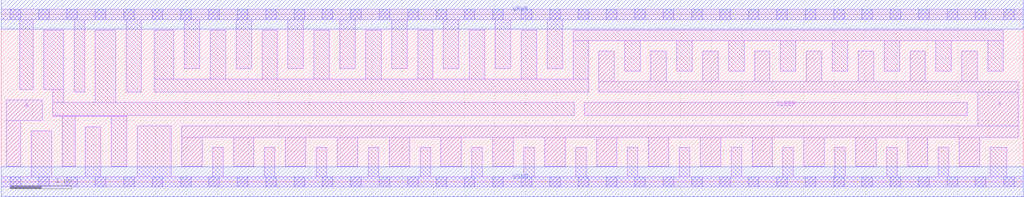
<source format=lef>
# Copyright 2020 The SkyWater PDK Authors
#
# Licensed under the Apache License, Version 2.0 (the "License");
# you may not use this file except in compliance with the License.
# You may obtain a copy of the License at
#
#     https://www.apache.org/licenses/LICENSE-2.0
#
# Unless required by applicable law or agreed to in writing, software
# distributed under the License is distributed on an "AS IS" BASIS,
# WITHOUT WARRANTIES OR CONDITIONS OF ANY KIND, either express or implied.
# See the License for the specific language governing permissions and
# limitations under the License.
#
# SPDX-License-Identifier: Apache-2.0


  NOWIREEXTENSIONATPIN ON ;
  DIVIDERCHAR "/" ;
  BUSBITCHARS "[]" ;
UNITS
  DATABASE MICRONS 200 ;
END UNITS
MACRO sky130_fd_sc_hd__xnor3_1
  CLASS CORE ;
  FOREIGN sky130_fd_sc_hd__xnor3_1 ;
  ORIGIN  0.000000  0.000000 ;
  SIZE  8.280000 BY  2.720000 ;
  SYMMETRY X Y R90 ;
  SITE unithd ;
  PIN A
    ANTENNAGATEAREA  0.246000 ;
    DIRECTION INPUT ;
    USE SIGNAL ;
    PORT
      LAYER li1 ;
        RECT 7.045000 1.075000 7.455000 1.325000 ;
    END
  END A
  PIN B
    ANTENNAGATEAREA  0.661500 ;
    DIRECTION INPUT ;
    USE SIGNAL ;
    PORT
      LAYER li1 ;
        RECT 6.225000 0.995000 6.395000 1.445000 ;
        RECT 6.225000 1.445000 6.805000 1.615000 ;
    END
  END B
  PIN C
    ANTENNAGATEAREA  0.381000 ;
    DIRECTION INPUT ;
    USE SIGNAL ;
    PORT
      LAYER li1 ;
        RECT 1.615000 1.075000 2.180000 1.325000 ;
    END
  END C
  PIN X
    ANTENNADIFFAREA  0.449000 ;
    DIRECTION OUTPUT ;
    USE SIGNAL ;
    PORT
      LAYER li1 ;
        RECT 0.085000 0.350000 0.345000 0.925000 ;
        RECT 0.085000 0.925000 0.330000 1.440000 ;
        RECT 0.085000 1.440000 0.365000 2.465000 ;
    END
  END X
  PIN VGND
    DIRECTION INOUT ;
    SHAPE ABUTMENT ;
    USE GROUND ;
    PORT
      LAYER met1 ;
        RECT 0.000000 -0.240000 8.280000 0.240000 ;
    END
  END VGND
  PIN VPWR
    DIRECTION INOUT ;
    SHAPE ABUTMENT ;
    USE POWER ;
    PORT
      LAYER met1 ;
        RECT 0.000000 2.480000 8.280000 2.960000 ;
    END
  END VPWR
  OBS
    LAYER li1 ;
      RECT 0.000000 -0.085000 8.280000 0.085000 ;
      RECT 0.000000  2.635000 8.280000 2.805000 ;
      RECT 0.500000  0.995000 0.705000 1.325000 ;
      RECT 0.515000  0.085000 0.765000 0.525000 ;
      RECT 0.530000  0.695000 1.105000 0.865000 ;
      RECT 0.530000  0.865000 0.705000 0.995000 ;
      RECT 0.535000  1.325000 0.705000 1.875000 ;
      RECT 0.535000  1.875000 1.220000 2.045000 ;
      RECT 0.535000  2.215000 0.870000 2.635000 ;
      RECT 0.935000  0.255000 2.505000 0.425000 ;
      RECT 0.935000  0.425000 1.105000 0.695000 ;
      RECT 0.935000  1.535000 2.520000 1.705000 ;
      RECT 1.050000  2.045000 1.220000 2.235000 ;
      RECT 1.050000  2.235000 2.520000 2.405000 ;
      RECT 1.275000  0.595000 1.445000 1.535000 ;
      RECT 1.560000  1.895000 4.060000 2.065000 ;
      RECT 1.745000  0.625000 2.965000 0.795000 ;
      RECT 1.745000  0.795000 2.125000 0.905000 ;
      RECT 2.070000  0.425000 2.505000 0.455000 ;
      RECT 2.350000  0.995000 2.625000 1.325000 ;
      RECT 2.350000  1.325000 2.520000 1.535000 ;
      RECT 2.675000  0.285000 3.305000 0.455000 ;
      RECT 2.690000  1.525000 3.075000 1.695000 ;
      RECT 2.795000  0.795000 2.965000 1.375000 ;
      RECT 2.795000  1.375000 3.075000 1.525000 ;
      RECT 3.135000  0.455000 3.305000 1.035000 ;
      RECT 3.135000  1.035000 3.415000 1.205000 ;
      RECT 3.225000  2.235000 3.555000 2.635000 ;
      RECT 3.245000  1.205000 3.415000 1.895000 ;
      RECT 3.475000  0.085000 3.645000 0.865000 ;
      RECT 3.645000  1.445000 4.065000 1.715000 ;
      RECT 3.825000  0.415000 4.065000 1.445000 ;
      RECT 3.890000  2.065000 4.060000 2.275000 ;
      RECT 3.890000  2.275000 6.985000 2.445000 ;
      RECT 4.245000  0.265000 4.655000 0.485000 ;
      RECT 4.245000  0.485000 4.455000 0.595000 ;
      RECT 4.245000  0.595000 4.415000 2.105000 ;
      RECT 4.585000  0.720000 4.995000 0.825000 ;
      RECT 4.585000  0.825000 4.795000 0.890000 ;
      RECT 4.585000  0.890000 4.755000 2.275000 ;
      RECT 4.625000  0.655000 4.995000 0.720000 ;
      RECT 4.825000  0.320000 4.995000 0.655000 ;
      RECT 4.935000  1.445000 5.715000 1.615000 ;
      RECT 4.935000  1.615000 5.350000 2.045000 ;
      RECT 4.950000  0.995000 5.375000 1.270000 ;
      RECT 5.165000  0.630000 5.375000 0.995000 ;
      RECT 5.545000  0.255000 6.690000 0.425000 ;
      RECT 5.545000  0.425000 5.715000 1.445000 ;
      RECT 5.885000  0.595000 6.055000 1.935000 ;
      RECT 5.885000  1.935000 8.195000 2.105000 ;
      RECT 6.225000  0.425000 6.690000 0.465000 ;
      RECT 6.565000  0.730000 6.770000 0.945000 ;
      RECT 6.565000  0.945000 6.875000 1.275000 ;
      RECT 6.975000  1.495000 7.795000 1.705000 ;
      RECT 7.015000  0.295000 7.305000 0.735000 ;
      RECT 7.015000  0.735000 7.795000 0.750000 ;
      RECT 7.055000  0.750000 7.795000 0.905000 ;
      RECT 7.395000  2.275000 7.730000 2.635000 ;
      RECT 7.475000  0.085000 7.645000 0.565000 ;
      RECT 7.625000  0.905000 7.795000 0.995000 ;
      RECT 7.625000  0.995000 7.855000 1.325000 ;
      RECT 7.625000  1.325000 7.795000 1.495000 ;
      RECT 7.710000  1.875000 8.195000 1.935000 ;
      RECT 7.895000  0.255000 8.195000 0.585000 ;
      RECT 7.900000  2.105000 8.195000 2.465000 ;
      RECT 8.025000  0.585000 8.195000 1.875000 ;
    LAYER mcon ;
      RECT 0.145000 -0.085000 0.315000 0.085000 ;
      RECT 0.145000  2.635000 0.315000 2.805000 ;
      RECT 0.605000 -0.085000 0.775000 0.085000 ;
      RECT 0.605000  2.635000 0.775000 2.805000 ;
      RECT 1.065000 -0.085000 1.235000 0.085000 ;
      RECT 1.065000  2.635000 1.235000 2.805000 ;
      RECT 1.525000 -0.085000 1.695000 0.085000 ;
      RECT 1.525000  2.635000 1.695000 2.805000 ;
      RECT 1.985000 -0.085000 2.155000 0.085000 ;
      RECT 1.985000  2.635000 2.155000 2.805000 ;
      RECT 2.445000 -0.085000 2.615000 0.085000 ;
      RECT 2.445000  2.635000 2.615000 2.805000 ;
      RECT 2.905000 -0.085000 3.075000 0.085000 ;
      RECT 2.905000  1.445000 3.075000 1.615000 ;
      RECT 2.905000  2.635000 3.075000 2.805000 ;
      RECT 3.365000 -0.085000 3.535000 0.085000 ;
      RECT 3.365000  2.635000 3.535000 2.805000 ;
      RECT 3.825000 -0.085000 3.995000 0.085000 ;
      RECT 3.825000  0.765000 3.995000 0.935000 ;
      RECT 3.825000  2.635000 3.995000 2.805000 ;
      RECT 4.285000 -0.085000 4.455000 0.085000 ;
      RECT 4.285000  0.425000 4.455000 0.595000 ;
      RECT 4.285000  2.635000 4.455000 2.805000 ;
      RECT 4.745000 -0.085000 4.915000 0.085000 ;
      RECT 4.745000  2.635000 4.915000 2.805000 ;
      RECT 5.205000 -0.085000 5.375000 0.085000 ;
      RECT 5.205000  0.765000 5.375000 0.935000 ;
      RECT 5.205000  1.445000 5.375000 1.615000 ;
      RECT 5.205000  2.635000 5.375000 2.805000 ;
      RECT 5.665000 -0.085000 5.835000 0.085000 ;
      RECT 5.665000  2.635000 5.835000 2.805000 ;
      RECT 6.125000 -0.085000 6.295000 0.085000 ;
      RECT 6.125000  2.635000 6.295000 2.805000 ;
      RECT 6.585000 -0.085000 6.755000 0.085000 ;
      RECT 6.585000  0.765000 6.755000 0.935000 ;
      RECT 6.585000  2.635000 6.755000 2.805000 ;
      RECT 7.045000 -0.085000 7.215000 0.085000 ;
      RECT 7.045000  0.425000 7.215000 0.595000 ;
      RECT 7.045000  2.635000 7.215000 2.805000 ;
      RECT 7.505000 -0.085000 7.675000 0.085000 ;
      RECT 7.505000  2.635000 7.675000 2.805000 ;
      RECT 7.965000 -0.085000 8.135000 0.085000 ;
      RECT 7.965000  2.635000 8.135000 2.805000 ;
    LAYER met1 ;
      RECT 2.845000 1.415000 3.135000 1.460000 ;
      RECT 2.845000 1.460000 5.435000 1.600000 ;
      RECT 2.845000 1.600000 3.135000 1.645000 ;
      RECT 3.765000 0.735000 4.055000 0.780000 ;
      RECT 3.765000 0.780000 6.815000 0.920000 ;
      RECT 3.765000 0.920000 4.055000 0.965000 ;
      RECT 4.225000 0.395000 4.515000 0.440000 ;
      RECT 4.225000 0.440000 7.275000 0.580000 ;
      RECT 4.225000 0.580000 4.515000 0.625000 ;
      RECT 5.145000 0.735000 5.435000 0.780000 ;
      RECT 5.145000 0.920000 5.435000 0.965000 ;
      RECT 5.145000 1.415000 5.435000 1.460000 ;
      RECT 5.145000 1.600000 5.435000 1.645000 ;
      RECT 6.525000 0.735000 6.815000 0.780000 ;
      RECT 6.525000 0.920000 6.815000 0.965000 ;
      RECT 6.985000 0.395000 7.275000 0.440000 ;
      RECT 6.985000 0.580000 7.275000 0.625000 ;
  END
END sky130_fd_sc_hd__xnor3_1

# Copyright 2020 The SkyWater PDK Authors
#
# Licensed under the Apache License, Version 2.0 (the "License");
# you may not use this file except in compliance with the License.
# You may obtain a copy of the License at
#
#     https://www.apache.org/licenses/LICENSE-2.0
#
# Unless required by applicable law or agreed to in writing, software
# distributed under the License is distributed on an "AS IS" BASIS,
# WITHOUT WARRANTIES OR CONDITIONS OF ANY KIND, either express or implied.
# See the License for the specific language governing permissions and
# limitations under the License.
#
# SPDX-License-Identifier: Apache-2.0


  NOWIREEXTENSIONATPIN ON ;
  DIVIDERCHAR "/" ;
  BUSBITCHARS "[]" ;
UNITS
  DATABASE MICRONS 200 ;
END UNITS
MACRO sky130_fd_sc_hd__xnor3_4
  CLASS CORE ;
  FOREIGN sky130_fd_sc_hd__xnor3_4 ;
  ORIGIN  0.000000  0.000000 ;
  SIZE  9.660000 BY  2.720000 ;
  SYMMETRY X Y R90 ;
  SITE unithd ;
  PIN A
    ANTENNAGATEAREA  0.246000 ;
    DIRECTION INPUT ;
    USE SIGNAL ;
    PORT
      LAYER li1 ;
        RECT 8.425000 1.075000 8.835000 1.325000 ;
    END
  END A
  PIN B
    ANTENNAGATEAREA  0.661500 ;
    DIRECTION INPUT ;
    USE SIGNAL ;
    PORT
      LAYER li1 ;
        RECT 7.605000 0.995000 7.775000 1.445000 ;
        RECT 7.605000 1.445000 8.185000 1.615000 ;
    END
  END B
  PIN C
    ANTENNAGATEAREA  0.381000 ;
    DIRECTION INPUT ;
    USE SIGNAL ;
    PORT
      LAYER li1 ;
        RECT 2.995000 1.075000 3.560000 1.325000 ;
    END
  END C
  PIN X
    ANTENNADIFFAREA  0.891000 ;
    DIRECTION OUTPUT ;
    USE SIGNAL ;
    PORT
      LAYER li1 ;
        RECT 0.625000 0.375000 0.875000 0.995000 ;
        RECT 0.625000 0.995000 1.710000 1.325000 ;
        RECT 0.625000 1.325000 0.955000 2.425000 ;
        RECT 1.465000 0.350000 1.725000 0.925000 ;
        RECT 1.465000 0.925000 1.710000 0.995000 ;
        RECT 1.465000 1.325000 1.710000 1.440000 ;
        RECT 1.465000 1.440000 1.745000 2.465000 ;
    END
  END X
  PIN VGND
    DIRECTION INOUT ;
    SHAPE ABUTMENT ;
    USE GROUND ;
    PORT
      LAYER met1 ;
        RECT 0.000000 -0.240000 9.660000 0.240000 ;
    END
  END VGND
  PIN VPWR
    DIRECTION INOUT ;
    SHAPE ABUTMENT ;
    USE POWER ;
    PORT
      LAYER met1 ;
        RECT 0.000000 2.480000 9.660000 2.960000 ;
    END
  END VPWR
  OBS
    LAYER li1 ;
      RECT 0.000000 -0.085000 9.660000 0.085000 ;
      RECT 0.000000  2.635000 9.660000 2.805000 ;
      RECT 0.285000  0.085000 0.455000 0.735000 ;
      RECT 0.285000  1.490000 0.455000 2.635000 ;
      RECT 1.125000  0.085000 1.295000 0.735000 ;
      RECT 1.125000  1.495000 1.295000 2.635000 ;
      RECT 1.880000  0.995000 2.085000 1.325000 ;
      RECT 1.895000  0.085000 2.145000 0.525000 ;
      RECT 1.910000  0.695000 2.485000 0.865000 ;
      RECT 1.910000  0.865000 2.085000 0.995000 ;
      RECT 1.915000  1.325000 2.085000 1.875000 ;
      RECT 1.915000  1.875000 2.600000 2.045000 ;
      RECT 1.915000  2.215000 2.250000 2.635000 ;
      RECT 2.315000  0.255000 3.885000 0.425000 ;
      RECT 2.315000  0.425000 2.485000 0.695000 ;
      RECT 2.315000  1.535000 3.900000 1.705000 ;
      RECT 2.430000  2.045000 2.600000 2.235000 ;
      RECT 2.430000  2.235000 3.900000 2.405000 ;
      RECT 2.655000  0.595000 2.825000 1.535000 ;
      RECT 2.940000  1.895000 5.440000 2.065000 ;
      RECT 3.125000  0.625000 4.345000 0.795000 ;
      RECT 3.125000  0.795000 3.505000 0.905000 ;
      RECT 3.450000  0.425000 3.885000 0.455000 ;
      RECT 3.730000  0.995000 4.005000 1.325000 ;
      RECT 3.730000  1.325000 3.900000 1.535000 ;
      RECT 4.055000  0.285000 4.685000 0.455000 ;
      RECT 4.070000  1.525000 4.455000 1.695000 ;
      RECT 4.175000  0.795000 4.345000 1.375000 ;
      RECT 4.175000  1.375000 4.455000 1.525000 ;
      RECT 4.515000  0.455000 4.685000 1.035000 ;
      RECT 4.515000  1.035000 4.795000 1.205000 ;
      RECT 4.605000  2.235000 4.935000 2.635000 ;
      RECT 4.625000  1.205000 4.795000 1.895000 ;
      RECT 4.855000  0.085000 5.025000 0.865000 ;
      RECT 5.025000  1.445000 5.445000 1.715000 ;
      RECT 5.205000  0.415000 5.445000 1.445000 ;
      RECT 5.270000  2.065000 5.440000 2.275000 ;
      RECT 5.270000  2.275000 8.365000 2.445000 ;
      RECT 5.625000  0.265000 6.035000 0.485000 ;
      RECT 5.625000  0.485000 5.835000 0.595000 ;
      RECT 5.625000  0.595000 5.795000 2.105000 ;
      RECT 5.965000  0.720000 6.375000 0.825000 ;
      RECT 5.965000  0.825000 6.175000 0.890000 ;
      RECT 5.965000  0.890000 6.135000 2.275000 ;
      RECT 6.005000  0.655000 6.375000 0.720000 ;
      RECT 6.205000  0.320000 6.375000 0.655000 ;
      RECT 6.315000  1.445000 7.095000 1.615000 ;
      RECT 6.315000  1.615000 6.730000 2.045000 ;
      RECT 6.330000  0.995000 6.755000 1.270000 ;
      RECT 6.545000  0.630000 6.755000 0.995000 ;
      RECT 6.925000  0.255000 8.070000 0.425000 ;
      RECT 6.925000  0.425000 7.095000 1.445000 ;
      RECT 7.265000  0.595000 7.435000 1.935000 ;
      RECT 7.265000  1.935000 9.575000 2.105000 ;
      RECT 7.605000  0.425000 8.070000 0.465000 ;
      RECT 7.945000  0.730000 8.150000 0.945000 ;
      RECT 7.945000  0.945000 8.255000 1.275000 ;
      RECT 8.355000  1.495000 9.175000 1.705000 ;
      RECT 8.395000  0.295000 8.685000 0.735000 ;
      RECT 8.395000  0.735000 9.175000 0.750000 ;
      RECT 8.435000  0.750000 9.175000 0.905000 ;
      RECT 8.775000  2.275000 9.110000 2.635000 ;
      RECT 8.855000  0.085000 9.025000 0.565000 ;
      RECT 9.005000  0.905000 9.175000 0.995000 ;
      RECT 9.005000  0.995000 9.235000 1.325000 ;
      RECT 9.005000  1.325000 9.175000 1.495000 ;
      RECT 9.090000  1.875000 9.575000 1.935000 ;
      RECT 9.275000  0.255000 9.575000 0.585000 ;
      RECT 9.280000  2.105000 9.575000 2.465000 ;
      RECT 9.405000  0.585000 9.575000 1.875000 ;
    LAYER mcon ;
      RECT 0.145000 -0.085000 0.315000 0.085000 ;
      RECT 0.145000  2.635000 0.315000 2.805000 ;
      RECT 0.605000 -0.085000 0.775000 0.085000 ;
      RECT 0.605000  2.635000 0.775000 2.805000 ;
      RECT 1.065000 -0.085000 1.235000 0.085000 ;
      RECT 1.065000  2.635000 1.235000 2.805000 ;
      RECT 1.525000 -0.085000 1.695000 0.085000 ;
      RECT 1.525000  2.635000 1.695000 2.805000 ;
      RECT 1.985000 -0.085000 2.155000 0.085000 ;
      RECT 1.985000  2.635000 2.155000 2.805000 ;
      RECT 2.445000 -0.085000 2.615000 0.085000 ;
      RECT 2.445000  2.635000 2.615000 2.805000 ;
      RECT 2.905000 -0.085000 3.075000 0.085000 ;
      RECT 2.905000  2.635000 3.075000 2.805000 ;
      RECT 3.365000 -0.085000 3.535000 0.085000 ;
      RECT 3.365000  2.635000 3.535000 2.805000 ;
      RECT 3.825000 -0.085000 3.995000 0.085000 ;
      RECT 3.825000  2.635000 3.995000 2.805000 ;
      RECT 4.285000 -0.085000 4.455000 0.085000 ;
      RECT 4.285000  1.445000 4.455000 1.615000 ;
      RECT 4.285000  2.635000 4.455000 2.805000 ;
      RECT 4.745000 -0.085000 4.915000 0.085000 ;
      RECT 4.745000  2.635000 4.915000 2.805000 ;
      RECT 5.205000 -0.085000 5.375000 0.085000 ;
      RECT 5.205000  0.765000 5.375000 0.935000 ;
      RECT 5.205000  2.635000 5.375000 2.805000 ;
      RECT 5.665000 -0.085000 5.835000 0.085000 ;
      RECT 5.665000  0.425000 5.835000 0.595000 ;
      RECT 5.665000  2.635000 5.835000 2.805000 ;
      RECT 6.125000 -0.085000 6.295000 0.085000 ;
      RECT 6.125000  2.635000 6.295000 2.805000 ;
      RECT 6.585000 -0.085000 6.755000 0.085000 ;
      RECT 6.585000  0.765000 6.755000 0.935000 ;
      RECT 6.585000  1.445000 6.755000 1.615000 ;
      RECT 6.585000  2.635000 6.755000 2.805000 ;
      RECT 7.045000 -0.085000 7.215000 0.085000 ;
      RECT 7.045000  2.635000 7.215000 2.805000 ;
      RECT 7.505000 -0.085000 7.675000 0.085000 ;
      RECT 7.505000  2.635000 7.675000 2.805000 ;
      RECT 7.965000 -0.085000 8.135000 0.085000 ;
      RECT 7.965000  0.765000 8.135000 0.935000 ;
      RECT 7.965000  2.635000 8.135000 2.805000 ;
      RECT 8.425000 -0.085000 8.595000 0.085000 ;
      RECT 8.425000  0.425000 8.595000 0.595000 ;
      RECT 8.425000  2.635000 8.595000 2.805000 ;
      RECT 8.885000 -0.085000 9.055000 0.085000 ;
      RECT 8.885000  2.635000 9.055000 2.805000 ;
      RECT 9.345000 -0.085000 9.515000 0.085000 ;
      RECT 9.345000  2.635000 9.515000 2.805000 ;
    LAYER met1 ;
      RECT 4.225000 1.415000 4.515000 1.460000 ;
      RECT 4.225000 1.460000 6.815000 1.600000 ;
      RECT 4.225000 1.600000 4.515000 1.645000 ;
      RECT 5.145000 0.735000 5.435000 0.780000 ;
      RECT 5.145000 0.780000 8.195000 0.920000 ;
      RECT 5.145000 0.920000 5.435000 0.965000 ;
      RECT 5.605000 0.395000 5.895000 0.440000 ;
      RECT 5.605000 0.440000 8.655000 0.580000 ;
      RECT 5.605000 0.580000 5.895000 0.625000 ;
      RECT 6.525000 0.735000 6.815000 0.780000 ;
      RECT 6.525000 0.920000 6.815000 0.965000 ;
      RECT 6.525000 1.415000 6.815000 1.460000 ;
      RECT 6.525000 1.600000 6.815000 1.645000 ;
      RECT 7.905000 0.735000 8.195000 0.780000 ;
      RECT 7.905000 0.920000 8.195000 0.965000 ;
      RECT 8.365000 0.395000 8.655000 0.440000 ;
      RECT 8.365000 0.580000 8.655000 0.625000 ;
  END
END sky130_fd_sc_hd__xnor3_4

# Copyright 2020 The SkyWater PDK Authors
#
# Licensed under the Apache License, Version 2.0 (the "License");
# you may not use this file except in compliance with the License.
# You may obtain a copy of the License at
#
#     https://www.apache.org/licenses/LICENSE-2.0
#
# Unless required by applicable law or agreed to in writing, software
# distributed under the License is distributed on an "AS IS" BASIS,
# WITHOUT WARRANTIES OR CONDITIONS OF ANY KIND, either express or implied.
# See the License for the specific language governing permissions and
# limitations under the License.
#
# SPDX-License-Identifier: Apache-2.0


  NOWIREEXTENSIONATPIN ON ;
  DIVIDERCHAR "/" ;
  BUSBITCHARS "[]" ;
UNITS
  DATABASE MICRONS 200 ;
END UNITS
MACRO sky130_fd_sc_hd__xnor3_2
  CLASS CORE ;
  FOREIGN sky130_fd_sc_hd__xnor3_2 ;
  ORIGIN  0.000000  0.000000 ;
  SIZE  8.740000 BY  2.720000 ;
  SYMMETRY X Y R90 ;
  SITE unithd ;
  PIN A
    ANTENNAGATEAREA  0.246000 ;
    DIRECTION INPUT ;
    USE SIGNAL ;
    PORT
      LAYER li1 ;
        RECT 7.505000 1.075000 7.915000 1.325000 ;
    END
  END A
  PIN B
    ANTENNAGATEAREA  0.661500 ;
    DIRECTION INPUT ;
    USE SIGNAL ;
    PORT
      LAYER li1 ;
        RECT 6.685000 0.995000 6.855000 1.445000 ;
        RECT 6.685000 1.445000 7.265000 1.615000 ;
    END
  END B
  PIN C
    ANTENNAGATEAREA  0.381000 ;
    DIRECTION INPUT ;
    USE SIGNAL ;
    PORT
      LAYER li1 ;
        RECT 2.075000 1.075000 2.640000 1.325000 ;
    END
  END C
  PIN X
    ANTENNADIFFAREA  0.445500 ;
    DIRECTION OUTPUT ;
    USE SIGNAL ;
    PORT
      LAYER li1 ;
        RECT 0.545000 0.350000 0.805000 0.925000 ;
        RECT 0.545000 0.925000 0.790000 1.440000 ;
        RECT 0.545000 1.440000 0.825000 2.465000 ;
    END
  END X
  PIN VGND
    DIRECTION INOUT ;
    SHAPE ABUTMENT ;
    USE GROUND ;
    PORT
      LAYER met1 ;
        RECT 0.000000 -0.240000 8.740000 0.240000 ;
    END
  END VGND
  PIN VPWR
    DIRECTION INOUT ;
    SHAPE ABUTMENT ;
    USE POWER ;
    PORT
      LAYER met1 ;
        RECT 0.000000 2.480000 8.740000 2.960000 ;
    END
  END VPWR
  OBS
    LAYER li1 ;
      RECT 0.000000 -0.085000 8.740000 0.085000 ;
      RECT 0.000000  2.635000 8.740000 2.805000 ;
      RECT 0.085000  0.085000 0.375000 0.735000 ;
      RECT 0.085000  1.490000 0.375000 2.635000 ;
      RECT 0.960000  0.995000 1.165000 1.325000 ;
      RECT 0.975000  0.085000 1.225000 0.525000 ;
      RECT 0.990000  0.695000 1.565000 0.865000 ;
      RECT 0.990000  0.865000 1.165000 0.995000 ;
      RECT 0.995000  1.325000 1.165000 1.875000 ;
      RECT 0.995000  1.875000 1.680000 2.045000 ;
      RECT 0.995000  2.215000 1.330000 2.635000 ;
      RECT 1.395000  0.255000 2.965000 0.425000 ;
      RECT 1.395000  0.425000 1.565000 0.695000 ;
      RECT 1.395000  1.535000 2.980000 1.705000 ;
      RECT 1.510000  2.045000 1.680000 2.235000 ;
      RECT 1.510000  2.235000 2.980000 2.405000 ;
      RECT 1.735000  0.595000 1.905000 1.535000 ;
      RECT 2.020000  1.895000 4.520000 2.065000 ;
      RECT 2.205000  0.625000 3.425000 0.795000 ;
      RECT 2.205000  0.795000 2.585000 0.905000 ;
      RECT 2.530000  0.425000 2.965000 0.455000 ;
      RECT 2.810000  0.995000 3.085000 1.325000 ;
      RECT 2.810000  1.325000 2.980000 1.535000 ;
      RECT 3.135000  0.285000 3.765000 0.455000 ;
      RECT 3.150000  1.525000 3.535000 1.695000 ;
      RECT 3.255000  0.795000 3.425000 1.375000 ;
      RECT 3.255000  1.375000 3.535000 1.525000 ;
      RECT 3.595000  0.455000 3.765000 1.035000 ;
      RECT 3.595000  1.035000 3.875000 1.205000 ;
      RECT 3.685000  2.235000 4.015000 2.635000 ;
      RECT 3.705000  1.205000 3.875000 1.895000 ;
      RECT 3.935000  0.085000 4.105000 0.865000 ;
      RECT 4.105000  1.445000 4.525000 1.715000 ;
      RECT 4.285000  0.415000 4.525000 1.445000 ;
      RECT 4.350000  2.065000 4.520000 2.275000 ;
      RECT 4.350000  2.275000 7.445000 2.445000 ;
      RECT 4.705000  0.265000 5.115000 0.485000 ;
      RECT 4.705000  0.485000 4.915000 0.595000 ;
      RECT 4.705000  0.595000 4.875000 2.105000 ;
      RECT 5.045000  0.720000 5.455000 0.825000 ;
      RECT 5.045000  0.825000 5.255000 0.890000 ;
      RECT 5.045000  0.890000 5.215000 2.275000 ;
      RECT 5.085000  0.655000 5.455000 0.720000 ;
      RECT 5.285000  0.320000 5.455000 0.655000 ;
      RECT 5.395000  1.445000 6.175000 1.615000 ;
      RECT 5.395000  1.615000 5.810000 2.045000 ;
      RECT 5.410000  0.995000 5.835000 1.270000 ;
      RECT 5.625000  0.630000 5.835000 0.995000 ;
      RECT 6.005000  0.255000 7.150000 0.425000 ;
      RECT 6.005000  0.425000 6.175000 1.445000 ;
      RECT 6.345000  0.595000 6.515000 1.935000 ;
      RECT 6.345000  1.935000 8.655000 2.105000 ;
      RECT 6.685000  0.425000 7.150000 0.465000 ;
      RECT 7.025000  0.730000 7.230000 0.945000 ;
      RECT 7.025000  0.945000 7.335000 1.275000 ;
      RECT 7.435000  1.495000 8.255000 1.705000 ;
      RECT 7.475000  0.295000 7.765000 0.735000 ;
      RECT 7.475000  0.735000 8.255000 0.750000 ;
      RECT 7.515000  0.750000 8.255000 0.905000 ;
      RECT 7.855000  2.275000 8.190000 2.635000 ;
      RECT 7.935000  0.085000 8.105000 0.565000 ;
      RECT 8.085000  0.905000 8.255000 0.995000 ;
      RECT 8.085000  0.995000 8.315000 1.325000 ;
      RECT 8.085000  1.325000 8.255000 1.495000 ;
      RECT 8.170000  1.875000 8.655000 1.935000 ;
      RECT 8.355000  0.255000 8.655000 0.585000 ;
      RECT 8.360000  2.105000 8.655000 2.465000 ;
      RECT 8.485000  0.585000 8.655000 1.875000 ;
    LAYER mcon ;
      RECT 0.145000 -0.085000 0.315000 0.085000 ;
      RECT 0.145000  2.635000 0.315000 2.805000 ;
      RECT 0.605000 -0.085000 0.775000 0.085000 ;
      RECT 0.605000  2.635000 0.775000 2.805000 ;
      RECT 1.065000 -0.085000 1.235000 0.085000 ;
      RECT 1.065000  2.635000 1.235000 2.805000 ;
      RECT 1.525000 -0.085000 1.695000 0.085000 ;
      RECT 1.525000  2.635000 1.695000 2.805000 ;
      RECT 1.985000 -0.085000 2.155000 0.085000 ;
      RECT 1.985000  2.635000 2.155000 2.805000 ;
      RECT 2.445000 -0.085000 2.615000 0.085000 ;
      RECT 2.445000  2.635000 2.615000 2.805000 ;
      RECT 2.905000 -0.085000 3.075000 0.085000 ;
      RECT 2.905000  2.635000 3.075000 2.805000 ;
      RECT 3.365000 -0.085000 3.535000 0.085000 ;
      RECT 3.365000  1.445000 3.535000 1.615000 ;
      RECT 3.365000  2.635000 3.535000 2.805000 ;
      RECT 3.825000 -0.085000 3.995000 0.085000 ;
      RECT 3.825000  2.635000 3.995000 2.805000 ;
      RECT 4.285000 -0.085000 4.455000 0.085000 ;
      RECT 4.285000  0.765000 4.455000 0.935000 ;
      RECT 4.285000  2.635000 4.455000 2.805000 ;
      RECT 4.745000 -0.085000 4.915000 0.085000 ;
      RECT 4.745000  0.425000 4.915000 0.595000 ;
      RECT 4.745000  2.635000 4.915000 2.805000 ;
      RECT 5.205000 -0.085000 5.375000 0.085000 ;
      RECT 5.205000  2.635000 5.375000 2.805000 ;
      RECT 5.665000 -0.085000 5.835000 0.085000 ;
      RECT 5.665000  0.765000 5.835000 0.935000 ;
      RECT 5.665000  1.445000 5.835000 1.615000 ;
      RECT 5.665000  2.635000 5.835000 2.805000 ;
      RECT 6.125000 -0.085000 6.295000 0.085000 ;
      RECT 6.125000  2.635000 6.295000 2.805000 ;
      RECT 6.585000 -0.085000 6.755000 0.085000 ;
      RECT 6.585000  2.635000 6.755000 2.805000 ;
      RECT 7.045000 -0.085000 7.215000 0.085000 ;
      RECT 7.045000  0.765000 7.215000 0.935000 ;
      RECT 7.045000  2.635000 7.215000 2.805000 ;
      RECT 7.505000 -0.085000 7.675000 0.085000 ;
      RECT 7.505000  0.425000 7.675000 0.595000 ;
      RECT 7.505000  2.635000 7.675000 2.805000 ;
      RECT 7.965000 -0.085000 8.135000 0.085000 ;
      RECT 7.965000  2.635000 8.135000 2.805000 ;
      RECT 8.425000 -0.085000 8.595000 0.085000 ;
      RECT 8.425000  2.635000 8.595000 2.805000 ;
    LAYER met1 ;
      RECT 3.305000 1.415000 3.595000 1.460000 ;
      RECT 3.305000 1.460000 5.895000 1.600000 ;
      RECT 3.305000 1.600000 3.595000 1.645000 ;
      RECT 4.225000 0.735000 4.515000 0.780000 ;
      RECT 4.225000 0.780000 7.275000 0.920000 ;
      RECT 4.225000 0.920000 4.515000 0.965000 ;
      RECT 4.685000 0.395000 4.975000 0.440000 ;
      RECT 4.685000 0.440000 7.735000 0.580000 ;
      RECT 4.685000 0.580000 4.975000 0.625000 ;
      RECT 5.605000 0.735000 5.895000 0.780000 ;
      RECT 5.605000 0.920000 5.895000 0.965000 ;
      RECT 5.605000 1.415000 5.895000 1.460000 ;
      RECT 5.605000 1.600000 5.895000 1.645000 ;
      RECT 6.985000 0.735000 7.275000 0.780000 ;
      RECT 6.985000 0.920000 7.275000 0.965000 ;
      RECT 7.445000 0.395000 7.735000 0.440000 ;
      RECT 7.445000 0.580000 7.735000 0.625000 ;
  END
END sky130_fd_sc_hd__xnor3_2

# Copyright 2020 The SkyWater PDK Authors
#
# Licensed under the Apache License, Version 2.0 (the "License");
# you may not use this file except in compliance with the License.
# You may obtain a copy of the License at
#
#     https://www.apache.org/licenses/LICENSE-2.0
#
# Unless required by applicable law or agreed to in writing, software
# distributed under the License is distributed on an "AS IS" BASIS,
# WITHOUT WARRANTIES OR CONDITIONS OF ANY KIND, either express or implied.
# See the License for the specific language governing permissions and
# limitations under the License.
#
# SPDX-License-Identifier: Apache-2.0


  NOWIREEXTENSIONATPIN ON ;
  DIVIDERCHAR "/" ;
  BUSBITCHARS "[]" ;
UNITS
  DATABASE MICRONS 200 ;
END UNITS
MACRO sky130_fd_sc_hd__a21boi_2
  CLASS CORE ;
  FOREIGN sky130_fd_sc_hd__a21boi_2 ;
  ORIGIN  0.000000  0.000000 ;
  SIZE  4.140000 BY  2.720000 ;
  SYMMETRY X Y R90 ;
  SITE unithd ;
  PIN A1
    ANTENNAGATEAREA  0.495000 ;
    DIRECTION INPUT ;
    USE SIGNAL ;
    PORT
      LAYER li1 ;
        RECT 2.605000 0.995000 3.215000 1.325000 ;
    END
  END A1
  PIN A2
    ANTENNAGATEAREA  0.495000 ;
    DIRECTION INPUT ;
    USE SIGNAL ;
    PORT
      LAYER li1 ;
        RECT 2.095000 1.075000 2.425000 1.245000 ;
        RECT 2.100000 1.245000 2.425000 1.495000 ;
        RECT 2.100000 1.495000 3.675000 1.675000 ;
        RECT 3.385000 1.035000 3.795000 1.295000 ;
        RECT 3.385000 1.295000 3.675000 1.495000 ;
    END
  END A2
  PIN B1_N
    ANTENNAGATEAREA  0.126000 ;
    DIRECTION INPUT ;
    USE SIGNAL ;
    PORT
      LAYER li1 ;
        RECT 0.120000 0.765000 0.425000 1.805000 ;
    END
  END B1_N
  PIN Y
    ANTENNADIFFAREA  0.627500 ;
    DIRECTION OUTPUT ;
    USE SIGNAL ;
    PORT
      LAYER li1 ;
        RECT 1.520000 0.255000 1.720000 0.615000 ;
        RECT 1.520000 0.615000 3.060000 0.785000 ;
        RECT 1.520000 0.785000 1.715000 2.115000 ;
        RECT 2.730000 0.255000 3.060000 0.615000 ;
    END
  END Y
  PIN VGND
    DIRECTION INOUT ;
    SHAPE ABUTMENT ;
    USE GROUND ;
    PORT
      LAYER met1 ;
        RECT 0.000000 -0.240000 4.140000 0.240000 ;
    END
  END VGND
  PIN VPWR
    DIRECTION INOUT ;
    SHAPE ABUTMENT ;
    USE POWER ;
    PORT
      LAYER met1 ;
        RECT 0.000000 2.480000 4.140000 2.960000 ;
    END
  END VPWR
  OBS
    LAYER li1 ;
      RECT 0.000000 -0.085000 4.140000 0.085000 ;
      RECT 0.000000  2.635000 4.140000 2.805000 ;
      RECT 0.095000  2.080000 0.425000 2.635000 ;
      RECT 0.265000  0.360000 0.795000 0.530000 ;
      RECT 0.595000  0.530000 0.795000 1.070000 ;
      RECT 0.595000  1.070000 1.325000 1.285000 ;
      RECT 0.595000  1.285000 0.855000 2.265000 ;
      RECT 0.985000  0.085000 1.225000 0.885000 ;
      RECT 1.045000  1.795000 1.350000 2.285000 ;
      RECT 1.045000  2.285000 2.215000 2.465000 ;
      RECT 1.885000  1.855000 3.920000 2.025000 ;
      RECT 1.885000  2.025000 2.215000 2.285000 ;
      RECT 1.940000  0.085000 2.270000 0.445000 ;
      RECT 2.385000  2.195000 2.555000 2.635000 ;
      RECT 2.810000  2.025000 3.920000 2.105000 ;
      RECT 2.810000  2.105000 2.980000 2.465000 ;
      RECT 3.160000  2.275000 3.490000 2.635000 ;
      RECT 3.635000  0.085000 3.930000 0.865000 ;
      RECT 3.660000  2.105000 3.920000 2.465000 ;
    LAYER mcon ;
      RECT 0.145000 -0.085000 0.315000 0.085000 ;
      RECT 0.145000  2.635000 0.315000 2.805000 ;
      RECT 0.605000 -0.085000 0.775000 0.085000 ;
      RECT 0.605000  2.635000 0.775000 2.805000 ;
      RECT 1.065000 -0.085000 1.235000 0.085000 ;
      RECT 1.065000  2.635000 1.235000 2.805000 ;
      RECT 1.525000 -0.085000 1.695000 0.085000 ;
      RECT 1.525000  2.635000 1.695000 2.805000 ;
      RECT 1.985000 -0.085000 2.155000 0.085000 ;
      RECT 1.985000  2.635000 2.155000 2.805000 ;
      RECT 2.445000 -0.085000 2.615000 0.085000 ;
      RECT 2.445000  2.635000 2.615000 2.805000 ;
      RECT 2.905000 -0.085000 3.075000 0.085000 ;
      RECT 2.905000  2.635000 3.075000 2.805000 ;
      RECT 3.365000 -0.085000 3.535000 0.085000 ;
      RECT 3.365000  2.635000 3.535000 2.805000 ;
      RECT 3.825000 -0.085000 3.995000 0.085000 ;
      RECT 3.825000  2.635000 3.995000 2.805000 ;
  END
END sky130_fd_sc_hd__a21boi_2

# Copyright 2020 The SkyWater PDK Authors
#
# Licensed under the Apache License, Version 2.0 (the "License");
# you may not use this file except in compliance with the License.
# You may obtain a copy of the License at
#
#     https://www.apache.org/licenses/LICENSE-2.0
#
# Unless required by applicable law or agreed to in writing, software
# distributed under the License is distributed on an "AS IS" BASIS,
# WITHOUT WARRANTIES OR CONDITIONS OF ANY KIND, either express or implied.
# See the License for the specific language governing permissions and
# limitations under the License.
#
# SPDX-License-Identifier: Apache-2.0


  NOWIREEXTENSIONATPIN ON ;
  DIVIDERCHAR "/" ;
  BUSBITCHARS "[]" ;
UNITS
  DATABASE MICRONS 200 ;
END UNITS
MACRO sky130_fd_sc_hd__a21boi_1
  CLASS CORE ;
  FOREIGN sky130_fd_sc_hd__a21boi_1 ;
  ORIGIN  0.000000  0.000000 ;
  SIZE  2.760000 BY  2.720000 ;
  SYMMETRY X Y R90 ;
  SITE unithd ;
  PIN A1
    ANTENNAGATEAREA  0.247500 ;
    DIRECTION INPUT ;
    USE SIGNAL ;
    PORT
      LAYER li1 ;
        RECT 1.760000 0.995000 2.155000 1.345000 ;
        RECT 1.945000 0.375000 2.155000 0.995000 ;
    END
  END A1
  PIN A2
    ANTENNAGATEAREA  0.247500 ;
    DIRECTION INPUT ;
    USE SIGNAL ;
    PORT
      LAYER li1 ;
        RECT 2.350000 0.995000 2.640000 1.345000 ;
    END
  END A2
  PIN B1_N
    ANTENNAGATEAREA  0.126000 ;
    DIRECTION INPUT ;
    USE SIGNAL ;
    PORT
      LAYER li1 ;
        RECT 0.105000 0.975000 0.335000 1.665000 ;
    END
  END B1_N
  PIN Y
    ANTENNADIFFAREA  0.551000 ;
    DIRECTION OUTPUT ;
    USE SIGNAL ;
    PORT
      LAYER li1 ;
        RECT 1.045000 1.045000 1.580000 1.345000 ;
        RECT 1.045000 1.345000 1.375000 2.455000 ;
        RECT 1.335000 0.265000 1.765000 0.795000 ;
        RECT 1.335000 0.795000 1.580000 1.045000 ;
    END
  END Y
  PIN VGND
    DIRECTION INOUT ;
    SHAPE ABUTMENT ;
    USE GROUND ;
    PORT
      LAYER met1 ;
        RECT 0.000000 -0.240000 2.760000 0.240000 ;
    END
  END VGND
  PIN VPWR
    DIRECTION INOUT ;
    SHAPE ABUTMENT ;
    USE POWER ;
    PORT
      LAYER met1 ;
        RECT 0.000000 2.480000 2.760000 2.960000 ;
    END
  END VPWR
  OBS
    LAYER li1 ;
      RECT 0.000000 -0.085000 2.760000 0.085000 ;
      RECT 0.000000  2.635000 2.760000 2.805000 ;
      RECT 0.095000  1.845000 0.855000 2.045000 ;
      RECT 0.095000  2.045000 0.355000 2.435000 ;
      RECT 0.365000  0.265000 0.745000 0.715000 ;
      RECT 0.515000  0.715000 0.745000 1.165000 ;
      RECT 0.515000  1.165000 0.855000 1.845000 ;
      RECT 0.525000  2.225000 0.855000 2.635000 ;
      RECT 0.925000  0.085000 1.155000 0.865000 ;
      RECT 1.545000  1.525000 2.585000 1.725000 ;
      RECT 1.545000  1.725000 1.735000 2.455000 ;
      RECT 1.905000  1.905000 2.235000 2.635000 ;
      RECT 2.325000  0.085000 2.655000 0.815000 ;
      RECT 2.415000  1.725000 2.585000 2.455000 ;
    LAYER mcon ;
      RECT 0.145000 -0.085000 0.315000 0.085000 ;
      RECT 0.145000  2.635000 0.315000 2.805000 ;
      RECT 0.605000 -0.085000 0.775000 0.085000 ;
      RECT 0.605000  2.635000 0.775000 2.805000 ;
      RECT 1.065000 -0.085000 1.235000 0.085000 ;
      RECT 1.065000  2.635000 1.235000 2.805000 ;
      RECT 1.525000 -0.085000 1.695000 0.085000 ;
      RECT 1.525000  2.635000 1.695000 2.805000 ;
      RECT 1.985000 -0.085000 2.155000 0.085000 ;
      RECT 1.985000  2.635000 2.155000 2.805000 ;
      RECT 2.445000 -0.085000 2.615000 0.085000 ;
      RECT 2.445000  2.635000 2.615000 2.805000 ;
  END
END sky130_fd_sc_hd__a21boi_1

# Copyright 2020 The SkyWater PDK Authors
#
# Licensed under the Apache License, Version 2.0 (the "License");
# you may not use this file except in compliance with the License.
# You may obtain a copy of the License at
#
#     https://www.apache.org/licenses/LICENSE-2.0
#
# Unless required by applicable law or agreed to in writing, software
# distributed under the License is distributed on an "AS IS" BASIS,
# WITHOUT WARRANTIES OR CONDITIONS OF ANY KIND, either express or implied.
# See the License for the specific language governing permissions and
# limitations under the License.
#
# SPDX-License-Identifier: Apache-2.0


  NOWIREEXTENSIONATPIN ON ;
  DIVIDERCHAR "/" ;
  BUSBITCHARS "[]" ;
UNITS
  DATABASE MICRONS 200 ;
END UNITS
MACRO sky130_fd_sc_hd__a21boi_0
  CLASS CORE ;
  FOREIGN sky130_fd_sc_hd__a21boi_0 ;
  ORIGIN  0.000000  0.000000 ;
  SIZE  2.760000 BY  2.720000 ;
  SYMMETRY X Y R90 ;
  SITE unithd ;
  PIN A1
    ANTENNAGATEAREA  0.159000 ;
    DIRECTION INPUT ;
    USE SIGNAL ;
    PORT
      LAYER li1 ;
        RECT 1.780000 0.765000 2.170000 1.615000 ;
    END
  END A1
  PIN A2
    ANTENNAGATEAREA  0.159000 ;
    DIRECTION INPUT ;
    USE SIGNAL ;
    PORT
      LAYER li1 ;
        RECT 2.340000 0.765000 2.615000 1.435000 ;
    END
  END A2
  PIN B1_N
    ANTENNAGATEAREA  0.126000 ;
    DIRECTION INPUT ;
    USE SIGNAL ;
    PORT
      LAYER li1 ;
        RECT 0.470000 1.200000 0.895000 1.955000 ;
    END
  END B1_N
  PIN Y
    ANTENNADIFFAREA  0.392200 ;
    DIRECTION OUTPUT ;
    USE SIGNAL ;
    PORT
      LAYER li1 ;
        RECT 1.065000 1.200000 1.610000 1.655000 ;
        RECT 1.065000 1.655000 1.305000 2.465000 ;
        RECT 1.315000 0.255000 1.610000 1.200000 ;
    END
  END Y
  PIN VGND
    DIRECTION INOUT ;
    SHAPE ABUTMENT ;
    USE GROUND ;
    PORT
      LAYER met1 ;
        RECT 0.000000 -0.240000 2.760000 0.240000 ;
    END
  END VGND
  PIN VPWR
    DIRECTION INOUT ;
    SHAPE ABUTMENT ;
    USE POWER ;
    PORT
      LAYER met1 ;
        RECT 0.000000 2.480000 2.760000 2.960000 ;
    END
  END VPWR
  OBS
    LAYER li1 ;
      RECT 0.000000 -0.085000 2.760000 0.085000 ;
      RECT 0.000000  2.635000 2.760000 2.805000 ;
      RECT 0.095000  0.280000 0.380000 0.780000 ;
      RECT 0.095000  0.780000 1.145000 1.030000 ;
      RECT 0.095000  1.030000 0.300000 2.085000 ;
      RECT 0.095000  2.085000 0.355000 2.465000 ;
      RECT 0.525000  2.175000 0.855000 2.635000 ;
      RECT 0.550000  0.085000 1.145000 0.610000 ;
      RECT 1.475000  1.825000 2.665000 2.005000 ;
      RECT 1.475000  2.005000 1.805000 2.465000 ;
      RECT 1.975000  2.175000 2.165000 2.635000 ;
      RECT 2.335000  0.085000 2.665000 0.595000 ;
      RECT 2.335000  2.005000 2.665000 2.465000 ;
    LAYER mcon ;
      RECT 0.145000 -0.085000 0.315000 0.085000 ;
      RECT 0.145000  2.635000 0.315000 2.805000 ;
      RECT 0.605000 -0.085000 0.775000 0.085000 ;
      RECT 0.605000  2.635000 0.775000 2.805000 ;
      RECT 1.065000 -0.085000 1.235000 0.085000 ;
      RECT 1.065000  2.635000 1.235000 2.805000 ;
      RECT 1.525000 -0.085000 1.695000 0.085000 ;
      RECT 1.525000  2.635000 1.695000 2.805000 ;
      RECT 1.985000 -0.085000 2.155000 0.085000 ;
      RECT 1.985000  2.635000 2.155000 2.805000 ;
      RECT 2.445000 -0.085000 2.615000 0.085000 ;
      RECT 2.445000  2.635000 2.615000 2.805000 ;
  END
END sky130_fd_sc_hd__a21boi_0

# Copyright 2020 The SkyWater PDK Authors
#
# Licensed under the Apache License, Version 2.0 (the "License");
# you may not use this file except in compliance with the License.
# You may obtain a copy of the License at
#
#     https://www.apache.org/licenses/LICENSE-2.0
#
# Unless required by applicable law or agreed to in writing, software
# distributed under the License is distributed on an "AS IS" BASIS,
# WITHOUT WARRANTIES OR CONDITIONS OF ANY KIND, either express or implied.
# See the License for the specific language governing permissions and
# limitations under the License.
#
# SPDX-License-Identifier: Apache-2.0


  NOWIREEXTENSIONATPIN ON ;
  DIVIDERCHAR "/" ;
  BUSBITCHARS "[]" ;
UNITS
  DATABASE MICRONS 200 ;
END UNITS
MACRO sky130_fd_sc_hd__a21boi_4
  CLASS CORE ;
  FOREIGN sky130_fd_sc_hd__a21boi_4 ;
  ORIGIN  0.000000  0.000000 ;
  SIZE  6.900000 BY  2.720000 ;
  SYMMETRY X Y R90 ;
  SITE unithd ;
  PIN A1
    ANTENNAGATEAREA  0.990000 ;
    DIRECTION INPUT ;
    USE SIGNAL ;
    PORT
      LAYER li1 ;
        RECT 3.545000 1.065000 4.970000 1.310000 ;
    END
  END A1
  PIN A2
    ANTENNAGATEAREA  0.990000 ;
    DIRECTION INPUT ;
    USE SIGNAL ;
    PORT
      LAYER li1 ;
        RECT 3.030000 1.065000 3.375000 1.480000 ;
        RECT 3.030000 1.480000 6.450000 1.705000 ;
        RECT 5.205000 1.075000 6.450000 1.480000 ;
    END
  END A2
  PIN B1_N
    ANTENNAGATEAREA  0.247500 ;
    DIRECTION INPUT ;
    USE SIGNAL ;
    PORT
      LAYER li1 ;
        RECT 0.145000 1.075000 0.650000 1.615000 ;
        RECT 0.480000 0.995000 0.650000 1.075000 ;
    END
  END B1_N
  PIN Y
    ANTENNADIFFAREA  1.288000 ;
    DIRECTION OUTPUT ;
    USE SIGNAL ;
    PORT
      LAYER li1 ;
        RECT 1.275000 0.370000 1.465000 0.615000 ;
        RECT 1.275000 0.615000 2.325000 0.695000 ;
        RECT 1.275000 0.695000 4.885000 0.865000 ;
        RECT 1.560000 1.585000 2.860000 1.705000 ;
        RECT 1.560000 1.705000 2.725000 2.035000 ;
        RECT 2.135000 0.255000 2.325000 0.615000 ;
        RECT 2.570000 0.865000 4.885000 0.895000 ;
        RECT 2.570000 0.895000 2.860000 1.585000 ;
        RECT 3.255000 0.675000 4.885000 0.695000 ;
    END
  END Y
  PIN VGND
    DIRECTION INOUT ;
    SHAPE ABUTMENT ;
    USE GROUND ;
    PORT
      LAYER met1 ;
        RECT 0.000000 -0.240000 6.900000 0.240000 ;
    END
  END VGND
  PIN VPWR
    DIRECTION INOUT ;
    SHAPE ABUTMENT ;
    USE POWER ;
    PORT
      LAYER met1 ;
        RECT 0.000000 2.480000 6.900000 2.960000 ;
    END
  END VPWR
  OBS
    LAYER li1 ;
      RECT 0.000000 -0.085000 6.900000 0.085000 ;
      RECT 0.000000  2.635000 6.900000 2.805000 ;
      RECT 0.090000  0.255000 0.445000 0.615000 ;
      RECT 0.090000  0.615000 1.105000 0.795000 ;
      RECT 0.125000  1.785000 0.990000 2.005000 ;
      RECT 0.125000  2.005000 0.455000 2.465000 ;
      RECT 0.625000  2.175000 0.885000 2.635000 ;
      RECT 0.720000  0.085000 1.105000 0.445000 ;
      RECT 0.820000  0.795000 1.105000 1.035000 ;
      RECT 0.820000  1.035000 2.400000 1.345000 ;
      RECT 0.820000  1.345000 0.990000 1.785000 ;
      RECT 1.160000  1.795000 1.355000 2.215000 ;
      RECT 1.160000  2.215000 3.095000 2.465000 ;
      RECT 1.635000  0.085000 1.965000 0.445000 ;
      RECT 1.935000  2.205000 3.095000 2.215000 ;
      RECT 2.495000  0.085000 3.085000 0.525000 ;
      RECT 2.895000  1.875000 6.605000 2.105000 ;
      RECT 2.895000  2.105000 3.095000 2.205000 ;
      RECT 3.265000  0.255000 5.315000 0.505000 ;
      RECT 3.265000  2.275000 3.595000 2.635000 ;
      RECT 4.125000  2.275000 4.455000 2.635000 ;
      RECT 4.625000  2.105000 4.815000 2.465000 ;
      RECT 4.985000  2.275000 5.315000 2.635000 ;
      RECT 5.055000  0.505000 5.315000 0.735000 ;
      RECT 5.055000  0.735000 6.175000 0.905000 ;
      RECT 5.485000  0.085000 5.675000 0.565000 ;
      RECT 5.485000  2.105000 5.665000 2.465000 ;
      RECT 5.845000  0.255000 6.175000 0.735000 ;
      RECT 5.845000  2.275000 6.175000 2.635000 ;
      RECT 6.345000  0.085000 6.605000 0.885000 ;
      RECT 6.345000  2.105000 6.605000 2.465000 ;
    LAYER mcon ;
      RECT 0.145000 -0.085000 0.315000 0.085000 ;
      RECT 0.145000  2.635000 0.315000 2.805000 ;
      RECT 0.605000 -0.085000 0.775000 0.085000 ;
      RECT 0.605000  2.635000 0.775000 2.805000 ;
      RECT 1.065000 -0.085000 1.235000 0.085000 ;
      RECT 1.065000  2.635000 1.235000 2.805000 ;
      RECT 1.525000 -0.085000 1.695000 0.085000 ;
      RECT 1.525000  2.635000 1.695000 2.805000 ;
      RECT 1.985000 -0.085000 2.155000 0.085000 ;
      RECT 1.985000  2.635000 2.155000 2.805000 ;
      RECT 2.445000 -0.085000 2.615000 0.085000 ;
      RECT 2.445000  2.635000 2.615000 2.805000 ;
      RECT 2.905000 -0.085000 3.075000 0.085000 ;
      RECT 2.905000  2.635000 3.075000 2.805000 ;
      RECT 3.365000 -0.085000 3.535000 0.085000 ;
      RECT 3.365000  2.635000 3.535000 2.805000 ;
      RECT 3.825000 -0.085000 3.995000 0.085000 ;
      RECT 3.825000  2.635000 3.995000 2.805000 ;
      RECT 4.285000 -0.085000 4.455000 0.085000 ;
      RECT 4.285000  2.635000 4.455000 2.805000 ;
      RECT 4.745000 -0.085000 4.915000 0.085000 ;
      RECT 4.745000  2.635000 4.915000 2.805000 ;
      RECT 5.205000 -0.085000 5.375000 0.085000 ;
      RECT 5.205000  2.635000 5.375000 2.805000 ;
      RECT 5.665000 -0.085000 5.835000 0.085000 ;
      RECT 5.665000  2.635000 5.835000 2.805000 ;
      RECT 6.125000 -0.085000 6.295000 0.085000 ;
      RECT 6.125000  2.635000 6.295000 2.805000 ;
      RECT 6.585000 -0.085000 6.755000 0.085000 ;
      RECT 6.585000  2.635000 6.755000 2.805000 ;
  END
END sky130_fd_sc_hd__a21boi_4

# Copyright 2020 The SkyWater PDK Authors
#
# Licensed under the Apache License, Version 2.0 (the "License");
# you may not use this file except in compliance with the License.
# You may obtain a copy of the License at
#
#     https://www.apache.org/licenses/LICENSE-2.0
#
# Unless required by applicable law or agreed to in writing, software
# distributed under the License is distributed on an "AS IS" BASIS,
# WITHOUT WARRANTIES OR CONDITIONS OF ANY KIND, either express or implied.
# See the License for the specific language governing permissions and
# limitations under the License.
#
# SPDX-License-Identifier: Apache-2.0


  NOWIREEXTENSIONATPIN ON ;
  DIVIDERCHAR "/" ;
  BUSBITCHARS "[]" ;
UNITS
  DATABASE MICRONS 200 ;
END UNITS
MACRO sky130_fd_sc_hd__lpflow_clkinvkapwr_16
  CLASS CORE ;
  FOREIGN sky130_fd_sc_hd__lpflow_clkinvkapwr_16 ;
  ORIGIN  0.000000  0.000000 ;
  SIZE  11.04000 BY  2.720000 ;
  SYMMETRY X Y R90 ;
  SITE unithd ;
  PIN A
    ANTENNAGATEAREA  4.608000 ;
    DIRECTION INPUT ;
    USE SIGNAL ;
    PORT
      LAYER li1 ;
        RECT 0.345000 0.895000  2.155000 1.275000 ;
        RECT 8.930000 0.895000 10.710000 1.275000 ;
      LAYER mcon ;
        RECT 1.525000 1.105000 1.695000 1.275000 ;
        RECT 1.985000 1.105000 2.155000 1.275000 ;
        RECT 9.345000 1.105000 9.515000 1.275000 ;
        RECT 9.805000 1.105000 9.975000 1.275000 ;
    END
    PORT
      LAYER met1 ;
        RECT 1.465000 1.075000  2.215000 1.120000 ;
        RECT 1.465000 1.120000 10.035000 1.260000 ;
        RECT 1.465000 1.260000  2.215000 1.305000 ;
        RECT 9.285000 1.075000 10.035000 1.120000 ;
        RECT 9.285000 1.260000 10.035000 1.305000 ;
    END
  END A
  PIN Y
    ANTENNADIFFAREA  4.520900 ;
    DIRECTION OUTPUT ;
    USE SIGNAL ;
    PORT
      LAYER li1 ;
        RECT  0.615000 1.455000 10.480000 1.665000 ;
        RECT  0.615000 1.665000  0.785000 2.465000 ;
        RECT  1.475000 1.665000  1.645000 2.465000 ;
        RECT  2.325000 0.280000  2.550000 1.415000 ;
        RECT  2.325000 1.415000  8.755000 1.455000 ;
        RECT  2.335000 1.665000  2.505000 2.465000 ;
        RECT  3.155000 0.280000  3.410000 1.415000 ;
        RECT  3.195000 1.665000  3.365000 2.465000 ;
        RECT  4.015000 0.280000  4.255000 1.415000 ;
        RECT  4.055000 1.665000  4.225000 2.465000 ;
        RECT  4.905000 0.280000  5.255000 1.415000 ;
        RECT  5.080000 1.665000  5.250000 2.465000 ;
        RECT  5.925000 0.280000  6.175000 1.415000 ;
        RECT  5.965000 1.665000  6.135000 2.465000 ;
        RECT  6.785000 0.280000  7.035000 1.415000 ;
        RECT  6.825000 1.665000  6.995000 2.465000 ;
        RECT  7.645000 0.280000  7.895000 1.415000 ;
        RECT  7.685000 1.665000  7.855000 2.465000 ;
        RECT  8.505000 0.280000  8.755000 1.415000 ;
        RECT  8.545000 1.665000  8.715000 2.465000 ;
        RECT  9.405000 1.665000  9.575000 2.465000 ;
        RECT 10.265000 1.665000 10.435000 2.465000 ;
    END
  END Y
  PIN KAPWR
    DIRECTION INOUT ;
    SHAPE ABUTMENT ;
    USE POWER ;
    PORT
      LAYER li1 ;
        RECT  0.110000 1.495000  0.440000 2.465000 ;
        RECT 10.610000 1.835000 10.940000 2.465000 ;
      LAYER mcon ;
        RECT  0.130000 2.125000  0.300000 2.295000 ;
        RECT 10.720000 2.125000 10.890000 2.295000 ;
    END
    PORT
      LAYER li1 ;
        RECT 0.965000 1.835000 1.295000 2.465000 ;
      LAYER mcon ;
        RECT 0.990000 2.125000 1.160000 2.295000 ;
    END
    PORT
      LAYER li1 ;
        RECT 1.825000 1.835000 2.155000 2.465000 ;
      LAYER mcon ;
        RECT 1.890000 2.125000 2.060000 2.295000 ;
    END
    PORT
      LAYER li1 ;
        RECT 2.685000 1.835000 3.015000 2.465000 ;
      LAYER mcon ;
        RECT 2.770000 2.125000 2.940000 2.295000 ;
    END
    PORT
      LAYER li1 ;
        RECT 3.545000 1.835000 3.875000 2.465000 ;
      LAYER mcon ;
        RECT 3.690000 2.125000 3.860000 2.295000 ;
    END
    PORT
      LAYER li1 ;
        RECT 4.425000 1.835000 4.755000 2.465000 ;
      LAYER mcon ;
        RECT 4.550000 2.125000 4.720000 2.295000 ;
    END
    PORT
      LAYER li1 ;
        RECT 5.450000 1.835000 5.780000 2.465000 ;
      LAYER mcon ;
        RECT 5.450000 2.125000 5.620000 2.295000 ;
    END
    PORT
      LAYER li1 ;
        RECT 6.315000 1.835000 6.645000 2.465000 ;
      LAYER mcon ;
        RECT 6.370000 2.125000 6.540000 2.295000 ;
    END
    PORT
      LAYER li1 ;
        RECT 7.175000 1.835000 7.505000 2.465000 ;
      LAYER mcon ;
        RECT 7.230000 2.125000 7.400000 2.295000 ;
    END
    PORT
      LAYER li1 ;
        RECT 8.035000 1.835000 8.365000 2.465000 ;
      LAYER mcon ;
        RECT 8.130000 2.125000 8.300000 2.295000 ;
    END
    PORT
      LAYER li1 ;
        RECT 8.895000 1.835000 9.225000 2.465000 ;
      LAYER mcon ;
        RECT 8.960000 2.125000 9.130000 2.295000 ;
    END
    PORT
      LAYER li1 ;
        RECT 9.755000 1.835000 10.085000 2.465000 ;
      LAYER mcon ;
        RECT 9.820000 2.125000 9.990000 2.295000 ;
    END
    PORT
      LAYER met1 ;
        RECT  0.070000 2.080000  0.360000 2.140000 ;
        RECT  0.070000 2.140000 10.970000 2.340000 ;
        RECT  0.930000 2.080000  1.220000 2.140000 ;
        RECT  1.830000 2.080000  2.120000 2.140000 ;
        RECT  2.710000 2.080000  3.000000 2.140000 ;
        RECT  3.630000 2.080000  3.920000 2.140000 ;
        RECT  4.490000 2.080000  4.780000 2.140000 ;
        RECT  5.390000 2.080000  5.680000 2.140000 ;
        RECT  6.310000 2.080000  6.600000 2.140000 ;
        RECT  7.170000 2.080000  7.460000 2.140000 ;
        RECT  8.070000 2.080000  8.360000 2.140000 ;
        RECT  8.900000 2.080000  9.190000 2.140000 ;
        RECT  9.760000 2.080000 10.050000 2.140000 ;
        RECT 10.660000 2.080000 10.950000 2.140000 ;
    END
  END KAPWR
  PIN VGND
    DIRECTION INOUT ;
    SHAPE ABUTMENT ;
    USE GROUND ;
    PORT
      LAYER met1 ;
        RECT 0.000000 -0.240000 11.040000 0.240000 ;
    END
  END VGND
  PIN VPWR
    DIRECTION INOUT ;
    SHAPE ABUTMENT ;
    USE POWER ;
    PORT
      LAYER met1 ;
        RECT 0.000000 2.480000 11.040000 2.960000 ;
    END
  END VPWR
  OBS
    LAYER li1 ;
      RECT 0.000000 -0.085000 11.040000 0.085000 ;
      RECT 0.000000  2.635000 11.040000 2.805000 ;
      RECT 1.855000  0.085000  2.125000 0.610000 ;
      RECT 2.720000  0.085000  2.985000 0.610000 ;
      RECT 3.580000  0.085000  3.845000 0.610000 ;
      RECT 4.465000  0.085000  4.730000 0.610000 ;
      RECT 5.490000  0.085000  5.755000 0.610000 ;
      RECT 6.350000  0.085000  6.575000 0.610000 ;
      RECT 7.210000  0.085000  7.475000 0.610000 ;
      RECT 8.070000  0.085000  8.335000 0.610000 ;
      RECT 8.930000  0.085000  9.195000 0.610000 ;
    LAYER mcon ;
      RECT  0.145000 -0.085000  0.315000 0.085000 ;
      RECT  0.145000  2.635000  0.315000 2.805000 ;
      RECT  0.605000 -0.085000  0.775000 0.085000 ;
      RECT  0.605000  2.635000  0.775000 2.805000 ;
      RECT  1.065000 -0.085000  1.235000 0.085000 ;
      RECT  1.065000  2.635000  1.235000 2.805000 ;
      RECT  1.525000 -0.085000  1.695000 0.085000 ;
      RECT  1.525000  2.635000  1.695000 2.805000 ;
      RECT  1.985000 -0.085000  2.155000 0.085000 ;
      RECT  1.985000  2.635000  2.155000 2.805000 ;
      RECT  2.445000 -0.085000  2.615000 0.085000 ;
      RECT  2.445000  2.635000  2.615000 2.805000 ;
      RECT  2.905000 -0.085000  3.075000 0.085000 ;
      RECT  2.905000  2.635000  3.075000 2.805000 ;
      RECT  3.365000 -0.085000  3.535000 0.085000 ;
      RECT  3.365000  2.635000  3.535000 2.805000 ;
      RECT  3.825000 -0.085000  3.995000 0.085000 ;
      RECT  3.825000  2.635000  3.995000 2.805000 ;
      RECT  4.285000 -0.085000  4.455000 0.085000 ;
      RECT  4.285000  2.635000  4.455000 2.805000 ;
      RECT  4.745000 -0.085000  4.915000 0.085000 ;
      RECT  4.745000  2.635000  4.915000 2.805000 ;
      RECT  5.205000 -0.085000  5.375000 0.085000 ;
      RECT  5.205000  2.635000  5.375000 2.805000 ;
      RECT  5.665000 -0.085000  5.835000 0.085000 ;
      RECT  5.665000  2.635000  5.835000 2.805000 ;
      RECT  6.125000 -0.085000  6.295000 0.085000 ;
      RECT  6.125000  2.635000  6.295000 2.805000 ;
      RECT  6.585000 -0.085000  6.755000 0.085000 ;
      RECT  6.585000  2.635000  6.755000 2.805000 ;
      RECT  7.045000 -0.085000  7.215000 0.085000 ;
      RECT  7.045000  2.635000  7.215000 2.805000 ;
      RECT  7.505000 -0.085000  7.675000 0.085000 ;
      RECT  7.505000  2.635000  7.675000 2.805000 ;
      RECT  7.965000 -0.085000  8.135000 0.085000 ;
      RECT  7.965000  2.635000  8.135000 2.805000 ;
      RECT  8.425000 -0.085000  8.595000 0.085000 ;
      RECT  8.425000  2.635000  8.595000 2.805000 ;
      RECT  8.885000 -0.085000  9.055000 0.085000 ;
      RECT  8.885000  2.635000  9.055000 2.805000 ;
      RECT  9.345000 -0.085000  9.515000 0.085000 ;
      RECT  9.345000  2.635000  9.515000 2.805000 ;
      RECT  9.805000 -0.085000  9.975000 0.085000 ;
      RECT  9.805000  2.635000  9.975000 2.805000 ;
      RECT 10.265000 -0.085000 10.435000 0.085000 ;
      RECT 10.265000  2.635000 10.435000 2.805000 ;
      RECT 10.725000 -0.085000 10.895000 0.085000 ;
      RECT 10.725000  2.635000 10.895000 2.805000 ;
  END
END sky130_fd_sc_hd__lpflow_clkinvkapwr_16

# Copyright 2020 The SkyWater PDK Authors
#
# Licensed under the Apache License, Version 2.0 (the "License");
# you may not use this file except in compliance with the License.
# You may obtain a copy of the License at
#
#     https://www.apache.org/licenses/LICENSE-2.0
#
# Unless required by applicable law or agreed to in writing, software
# distributed under the License is distributed on an "AS IS" BASIS,
# WITHOUT WARRANTIES OR CONDITIONS OF ANY KIND, either express or implied.
# See the License for the specific language governing permissions and
# limitations under the License.
#
# SPDX-License-Identifier: Apache-2.0


  NOWIREEXTENSIONATPIN ON ;
  DIVIDERCHAR "/" ;
  BUSBITCHARS "[]" ;
UNITS
  DATABASE MICRONS 200 ;
END UNITS
MACRO sky130_fd_sc_hd__lpflow_clkinvkapwr_4
  CLASS CORE ;
  FOREIGN sky130_fd_sc_hd__lpflow_clkinvkapwr_4 ;
  ORIGIN  0.000000  0.000000 ;
  SIZE  3.220000 BY  2.720000 ;
  SYMMETRY X Y R90 ;
  SITE unithd ;
  PIN A
    ANTENNAGATEAREA  1.152000 ;
    DIRECTION INPUT ;
    USE SIGNAL ;
    PORT
      LAYER li1 ;
        RECT 0.445000 1.065000 2.660000 1.290000 ;
    END
  END A
  PIN Y
    ANTENNADIFFAREA  1.075200 ;
    DIRECTION OUTPUT ;
    USE SIGNAL ;
    PORT
      LAYER li1 ;
        RECT 0.105000 0.725000 3.135000 0.895000 ;
        RECT 0.105000 0.895000 0.275000 1.460000 ;
        RECT 0.105000 1.460000 3.135000 1.630000 ;
        RECT 0.645000 1.630000 0.815000 2.435000 ;
        RECT 1.030000 0.280000 1.290000 0.725000 ;
        RECT 1.505000 1.630000 1.675000 2.435000 ;
        RECT 1.890000 0.280000 2.145000 0.725000 ;
        RECT 2.365000 1.630000 2.535000 2.435000 ;
        RECT 2.835000 0.895000 3.135000 1.460000 ;
    END
  END Y
  PIN KAPWR
    DIRECTION INOUT ;
    SHAPE ABUTMENT ;
    USE POWER ;
    PORT
      LAYER li1 ;
        RECT 0.135000 1.800000 0.465000 2.465000 ;
      LAYER mcon ;
        RECT 0.195000 2.125000 0.365000 2.295000 ;
    END
    PORT
      LAYER li1 ;
        RECT 0.995000 1.800000 1.325000 2.465000 ;
      LAYER mcon ;
        RECT 1.055000 2.125000 1.225000 2.295000 ;
    END
    PORT
      LAYER li1 ;
        RECT 1.855000 1.800000 2.185000 2.465000 ;
      LAYER mcon ;
        RECT 1.955000 2.125000 2.125000 2.295000 ;
    END
    PORT
      LAYER li1 ;
        RECT 2.715000 1.800000 3.045000 2.465000 ;
      LAYER mcon ;
        RECT 2.835000 2.125000 3.005000 2.295000 ;
    END
    PORT
      LAYER met1 ;
        RECT 0.070000 2.140000 3.150000 2.340000 ;
        RECT 0.135000 2.080000 0.425000 2.140000 ;
        RECT 0.995000 2.080000 1.285000 2.140000 ;
        RECT 1.895000 2.080000 2.185000 2.140000 ;
        RECT 2.775000 2.080000 3.065000 2.140000 ;
    END
  END KAPWR
  PIN VGND
    DIRECTION INOUT ;
    SHAPE ABUTMENT ;
    USE GROUND ;
    PORT
      LAYER met1 ;
        RECT 0.000000 -0.240000 3.220000 0.240000 ;
    END
  END VGND
  PIN VPWR
    DIRECTION INOUT ;
    SHAPE ABUTMENT ;
    USE POWER ;
    PORT
      LAYER met1 ;
        RECT 0.000000 2.480000 3.220000 2.960000 ;
    END
  END VPWR
  OBS
    LAYER li1 ;
      RECT 0.000000 -0.085000 3.220000 0.085000 ;
      RECT 0.000000  2.635000 3.220000 2.805000 ;
      RECT 0.565000  0.085000 0.860000 0.555000 ;
      RECT 1.460000  0.085000 1.720000 0.555000 ;
      RECT 2.315000  0.085000 2.615000 0.555000 ;
    LAYER mcon ;
      RECT 0.145000 -0.085000 0.315000 0.085000 ;
      RECT 0.145000  2.635000 0.315000 2.805000 ;
      RECT 0.605000 -0.085000 0.775000 0.085000 ;
      RECT 0.605000  2.635000 0.775000 2.805000 ;
      RECT 1.065000 -0.085000 1.235000 0.085000 ;
      RECT 1.065000  2.635000 1.235000 2.805000 ;
      RECT 1.525000 -0.085000 1.695000 0.085000 ;
      RECT 1.525000  2.635000 1.695000 2.805000 ;
      RECT 1.985000 -0.085000 2.155000 0.085000 ;
      RECT 1.985000  2.635000 2.155000 2.805000 ;
      RECT 2.445000 -0.085000 2.615000 0.085000 ;
      RECT 2.445000  2.635000 2.615000 2.805000 ;
      RECT 2.905000 -0.085000 3.075000 0.085000 ;
      RECT 2.905000  2.635000 3.075000 2.805000 ;
  END
END sky130_fd_sc_hd__lpflow_clkinvkapwr_4

# Copyright 2020 The SkyWater PDK Authors
#
# Licensed under the Apache License, Version 2.0 (the "License");
# you may not use this file except in compliance with the License.
# You may obtain a copy of the License at
#
#     https://www.apache.org/licenses/LICENSE-2.0
#
# Unless required by applicable law or agreed to in writing, software
# distributed under the License is distributed on an "AS IS" BASIS,
# WITHOUT WARRANTIES OR CONDITIONS OF ANY KIND, either express or implied.
# See the License for the specific language governing permissions and
# limitations under the License.
#
# SPDX-License-Identifier: Apache-2.0


  NOWIREEXTENSIONATPIN ON ;
  DIVIDERCHAR "/" ;
  BUSBITCHARS "[]" ;
UNITS
  DATABASE MICRONS 200 ;
END UNITS
MACRO sky130_fd_sc_hd__lpflow_clkinvkapwr_2
  CLASS CORE ;
  FOREIGN sky130_fd_sc_hd__lpflow_clkinvkapwr_2 ;
  ORIGIN  0.000000  0.000000 ;
  SIZE  1.840000 BY  2.720000 ;
  SYMMETRY X Y R90 ;
  SITE unithd ;
  PIN A
    ANTENNAGATEAREA  0.576000 ;
    DIRECTION INPUT ;
    USE SIGNAL ;
    PORT
      LAYER li1 ;
        RECT 0.085000 1.065000 1.305000 1.290000 ;
    END
  END A
  PIN Y
    ANTENNADIFFAREA  0.662600 ;
    DIRECTION OUTPUT ;
    USE SIGNAL ;
    PORT
      LAYER li1 ;
        RECT 0.155000 1.460000 1.755000 1.630000 ;
        RECT 0.155000 1.630000 0.375000 2.435000 ;
        RECT 1.025000 0.280000 1.250000 0.725000 ;
        RECT 1.025000 0.725000 1.755000 0.895000 ;
        RECT 1.045000 1.630000 1.235000 2.435000 ;
        RECT 1.475000 0.895000 1.755000 1.460000 ;
    END
  END Y
  PIN KAPWR
    DIRECTION INOUT ;
    SHAPE ABUTMENT ;
    USE POWER ;
    PORT
      LAYER li1 ;
        RECT 0.545000 1.800000 0.875000 2.465000 ;
      LAYER mcon ;
        RECT 0.600000 2.125000 0.770000 2.295000 ;
    END
    PORT
      LAYER li1 ;
        RECT 1.405000 1.800000 1.735000 2.465000 ;
      LAYER mcon ;
        RECT 1.500000 2.125000 1.670000 2.295000 ;
    END
    PORT
      LAYER met1 ;
        RECT 0.070000 2.140000 1.770000 2.340000 ;
        RECT 0.540000 2.080000 0.830000 2.140000 ;
        RECT 1.440000 2.080000 1.730000 2.140000 ;
    END
  END KAPWR
  PIN VGND
    DIRECTION INOUT ;
    SHAPE ABUTMENT ;
    USE GROUND ;
    PORT
      LAYER met1 ;
        RECT 0.000000 -0.240000 1.840000 0.240000 ;
    END
  END VGND
  PIN VPWR
    DIRECTION INOUT ;
    SHAPE ABUTMENT ;
    USE POWER ;
    PORT
      LAYER met1 ;
        RECT 0.000000 2.480000 1.840000 2.960000 ;
    END
  END VPWR
  OBS
    LAYER li1 ;
      RECT 0.000000 -0.085000 1.840000 0.085000 ;
      RECT 0.000000  2.635000 1.840000 2.805000 ;
      RECT 0.560000  0.085000 0.855000 0.610000 ;
      RECT 1.420000  0.085000 1.750000 0.555000 ;
    LAYER mcon ;
      RECT 0.145000 -0.085000 0.315000 0.085000 ;
      RECT 0.145000  2.635000 0.315000 2.805000 ;
      RECT 0.605000 -0.085000 0.775000 0.085000 ;
      RECT 0.605000  2.635000 0.775000 2.805000 ;
      RECT 1.065000 -0.085000 1.235000 0.085000 ;
      RECT 1.065000  2.635000 1.235000 2.805000 ;
      RECT 1.525000 -0.085000 1.695000 0.085000 ;
      RECT 1.525000  2.635000 1.695000 2.805000 ;
  END
END sky130_fd_sc_hd__lpflow_clkinvkapwr_2

# Copyright 2020 The SkyWater PDK Authors
#
# Licensed under the Apache License, Version 2.0 (the "License");
# you may not use this file except in compliance with the License.
# You may obtain a copy of the License at
#
#     https://www.apache.org/licenses/LICENSE-2.0
#
# Unless required by applicable law or agreed to in writing, software
# distributed under the License is distributed on an "AS IS" BASIS,
# WITHOUT WARRANTIES OR CONDITIONS OF ANY KIND, either express or implied.
# See the License for the specific language governing permissions and
# limitations under the License.
#
# SPDX-License-Identifier: Apache-2.0


  NOWIREEXTENSIONATPIN ON ;
  DIVIDERCHAR "/" ;
  BUSBITCHARS "[]" ;
UNITS
  DATABASE MICRONS 200 ;
END UNITS
MACRO sky130_fd_sc_hd__lpflow_clkinvkapwr_8
  CLASS CORE ;
  FOREIGN sky130_fd_sc_hd__lpflow_clkinvkapwr_8 ;
  ORIGIN  0.000000  0.000000 ;
  SIZE  5.980000 BY  2.720000 ;
  SYMMETRY X Y R90 ;
  SITE unithd ;
  PIN A
    ANTENNAGATEAREA  2.304000 ;
    DIRECTION INPUT ;
    USE SIGNAL ;
    PORT
      LAYER li1 ;
        RECT 0.455000 1.035000 4.865000 1.290000 ;
    END
  END A
  PIN Y
    ANTENNADIFFAREA  2.090400 ;
    DIRECTION OUTPUT ;
    USE SIGNAL ;
    PORT
      LAYER li1 ;
        RECT 0.115000 0.695000 5.440000 0.865000 ;
        RECT 0.115000 0.865000 0.285000 1.460000 ;
        RECT 0.115000 1.460000 5.440000 1.630000 ;
        RECT 0.595000 1.630000 0.765000 2.435000 ;
        RECT 1.440000 1.630000 1.610000 2.435000 ;
        RECT 1.535000 0.280000 1.725000 0.695000 ;
        RECT 2.280000 1.630000 2.450000 2.435000 ;
        RECT 2.395000 0.280000 2.585000 0.695000 ;
        RECT 3.120000 1.630000 3.290000 2.435000 ;
        RECT 3.255000 0.280000 3.445000 0.695000 ;
        RECT 3.960000 1.630000 4.130000 2.435000 ;
        RECT 4.115000 0.280000 4.305000 0.695000 ;
        RECT 4.800000 1.630000 4.970000 2.435000 ;
        RECT 5.170000 0.865000 5.440000 1.460000 ;
    END
  END Y
  PIN KAPWR
    DIRECTION INOUT ;
    SHAPE ABUTMENT ;
    USE POWER ;
    PORT
      LAYER li1 ;
        RECT 0.095000 1.800000 0.425000 2.465000 ;
        RECT 5.140000 1.800000 5.470000 2.465000 ;
      LAYER mcon ;
        RECT 0.130000 2.125000 0.300000 2.295000 ;
        RECT 5.255000 2.125000 5.425000 2.295000 ;
    END
    PORT
      LAYER li1 ;
        RECT 0.940000 1.800000 1.270000 2.465000 ;
      LAYER mcon ;
        RECT 0.990000 2.125000 1.160000 2.295000 ;
    END
    PORT
      LAYER li1 ;
        RECT 1.780000 1.800000 2.110000 2.465000 ;
      LAYER mcon ;
        RECT 1.890000 2.125000 2.060000 2.295000 ;
    END
    PORT
      LAYER li1 ;
        RECT 2.620000 1.800000 2.950000 2.465000 ;
      LAYER mcon ;
        RECT 2.770000 2.125000 2.940000 2.295000 ;
    END
    PORT
      LAYER li1 ;
        RECT 3.460000 1.800000 3.790000 2.465000 ;
      LAYER mcon ;
        RECT 3.495000 2.125000 3.665000 2.295000 ;
    END
    PORT
      LAYER li1 ;
        RECT 4.300000 1.800000 4.630000 2.465000 ;
      LAYER mcon ;
        RECT 4.355000 2.125000 4.525000 2.295000 ;
    END
    PORT
      LAYER met1 ;
        RECT 0.070000 2.080000 0.360000 2.140000 ;
        RECT 0.070000 2.140000 5.910000 2.340000 ;
        RECT 0.930000 2.080000 1.220000 2.140000 ;
        RECT 1.830000 2.080000 2.120000 2.140000 ;
        RECT 2.710000 2.080000 3.000000 2.140000 ;
        RECT 3.435000 2.080000 3.725000 2.140000 ;
        RECT 4.295000 2.080000 4.585000 2.140000 ;
        RECT 5.195000 2.080000 5.485000 2.140000 ;
    END
  END KAPWR
  PIN VGND
    DIRECTION INOUT ;
    SHAPE ABUTMENT ;
    USE GROUND ;
    PORT
      LAYER met1 ;
        RECT 0.000000 -0.240000 5.980000 0.240000 ;
    END
  END VGND
  PIN VPWR
    DIRECTION INOUT ;
    SHAPE ABUTMENT ;
    USE POWER ;
    PORT
      LAYER met1 ;
        RECT 0.000000 2.480000 5.980000 2.960000 ;
    END
  END VPWR
  OBS
    LAYER li1 ;
      RECT 0.000000 -0.085000 5.980000 0.085000 ;
      RECT 0.000000  2.635000 5.980000 2.805000 ;
      RECT 1.035000  0.085000 1.365000 0.525000 ;
      RECT 1.895000  0.085000 2.225000 0.525000 ;
      RECT 2.755000  0.085000 3.085000 0.525000 ;
      RECT 3.615000  0.085000 3.945000 0.525000 ;
      RECT 4.475000  0.085000 4.805000 0.525000 ;
    LAYER mcon ;
      RECT 0.145000 -0.085000 0.315000 0.085000 ;
      RECT 0.145000  2.635000 0.315000 2.805000 ;
      RECT 0.605000 -0.085000 0.775000 0.085000 ;
      RECT 0.605000  2.635000 0.775000 2.805000 ;
      RECT 1.065000 -0.085000 1.235000 0.085000 ;
      RECT 1.065000  2.635000 1.235000 2.805000 ;
      RECT 1.525000 -0.085000 1.695000 0.085000 ;
      RECT 1.525000  2.635000 1.695000 2.805000 ;
      RECT 1.985000 -0.085000 2.155000 0.085000 ;
      RECT 1.985000  2.635000 2.155000 2.805000 ;
      RECT 2.445000 -0.085000 2.615000 0.085000 ;
      RECT 2.445000  2.635000 2.615000 2.805000 ;
      RECT 2.905000 -0.085000 3.075000 0.085000 ;
      RECT 2.905000  2.635000 3.075000 2.805000 ;
      RECT 3.365000 -0.085000 3.535000 0.085000 ;
      RECT 3.365000  2.635000 3.535000 2.805000 ;
      RECT 3.825000 -0.085000 3.995000 0.085000 ;
      RECT 3.825000  2.635000 3.995000 2.805000 ;
      RECT 4.285000 -0.085000 4.455000 0.085000 ;
      RECT 4.285000  2.635000 4.455000 2.805000 ;
      RECT 4.745000 -0.085000 4.915000 0.085000 ;
      RECT 4.745000  2.635000 4.915000 2.805000 ;
      RECT 5.205000 -0.085000 5.375000 0.085000 ;
      RECT 5.205000  2.635000 5.375000 2.805000 ;
      RECT 5.665000 -0.085000 5.835000 0.085000 ;
      RECT 5.665000  2.635000 5.835000 2.805000 ;
  END
END sky130_fd_sc_hd__lpflow_clkinvkapwr_8

# Copyright 2020 The SkyWater PDK Authors
#
# Licensed under the Apache License, Version 2.0 (the "License");
# you may not use this file except in compliance with the License.
# You may obtain a copy of the License at
#
#     https://www.apache.org/licenses/LICENSE-2.0
#
# Unless required by applicable law or agreed to in writing, software
# distributed under the License is distributed on an "AS IS" BASIS,
# WITHOUT WARRANTIES OR CONDITIONS OF ANY KIND, either express or implied.
# See the License for the specific language governing permissions and
# limitations under the License.
#
# SPDX-License-Identifier: Apache-2.0


  NOWIREEXTENSIONATPIN ON ;
  DIVIDERCHAR "/" ;
  BUSBITCHARS "[]" ;
UNITS
  DATABASE MICRONS 200 ;
END UNITS
MACRO sky130_fd_sc_hd__lpflow_clkinvkapwr_1
  CLASS CORE ;
  FOREIGN sky130_fd_sc_hd__lpflow_clkinvkapwr_1 ;
  ORIGIN  0.000000  0.000000 ;
  SIZE  1.380000 BY  2.720000 ;
  SYMMETRY X Y R90 ;
  SITE unithd ;
  PIN A
    ANTENNAGATEAREA  0.315000 ;
    DIRECTION INPUT ;
    USE SIGNAL ;
    PORT
      LAYER li1 ;
        RECT 0.085000 0.375000 0.325000 1.325000 ;
    END
  END A
  PIN Y
    ANTENNADIFFAREA  0.336000 ;
    DIRECTION OUTPUT ;
    USE SIGNAL ;
    PORT
      LAYER li1 ;
        RECT 0.590000 0.255000 0.840000 0.760000 ;
        RECT 0.590000 0.760000 1.295000 0.945000 ;
        RECT 0.595000 0.945000 1.295000 1.290000 ;
        RECT 0.595000 1.290000 0.765000 2.465000 ;
    END
  END Y
  PIN KAPWR
    DIRECTION INOUT ;
    SHAPE ABUTMENT ;
    USE POWER ;
    PORT
      LAYER li1 ;
        RECT 0.085000 1.665000 0.425000 2.465000 ;
      LAYER mcon ;
        RECT 0.155000 2.125000 0.325000 2.295000 ;
    END
    PORT
      LAYER li1 ;
        RECT 0.935000 1.665000 1.295000 2.465000 ;
      LAYER mcon ;
        RECT 1.055000 2.125000 1.225000 2.295000 ;
    END
    PORT
      LAYER met1 ;
        RECT 0.070000 2.140000 1.310000 2.340000 ;
        RECT 0.095000 2.080000 0.385000 2.140000 ;
        RECT 0.995000 2.080000 1.285000 2.140000 ;
    END
  END KAPWR
  PIN VGND
    DIRECTION INOUT ;
    SHAPE ABUTMENT ;
    USE GROUND ;
    PORT
      LAYER met1 ;
        RECT 0.000000 -0.240000 1.380000 0.240000 ;
    END
  END VGND
  PIN VPWR
    DIRECTION INOUT ;
    SHAPE ABUTMENT ;
    USE POWER ;
    PORT
      LAYER met1 ;
        RECT 0.000000 2.480000 1.380000 2.960000 ;
    END
  END VPWR
  OBS
    LAYER li1 ;
      RECT 0.000000 -0.085000 1.380000 0.085000 ;
      RECT 0.000000  2.635000 1.380000 2.805000 ;
      RECT 1.010000  0.085000 1.295000 0.590000 ;
    LAYER mcon ;
      RECT 0.145000 -0.085000 0.315000 0.085000 ;
      RECT 0.145000  2.635000 0.315000 2.805000 ;
      RECT 0.605000 -0.085000 0.775000 0.085000 ;
      RECT 0.605000  2.635000 0.775000 2.805000 ;
      RECT 1.065000 -0.085000 1.235000 0.085000 ;
      RECT 1.065000  2.635000 1.235000 2.805000 ;
  END
END sky130_fd_sc_hd__lpflow_clkinvkapwr_1

# Copyright 2020 The SkyWater PDK Authors
#
# Licensed under the Apache License, Version 2.0 (the "License");
# you may not use this file except in compliance with the License.
# You may obtain a copy of the License at
#
#     https://www.apache.org/licenses/LICENSE-2.0
#
# Unless required by applicable law or agreed to in writing, software
# distributed under the License is distributed on an "AS IS" BASIS,
# WITHOUT WARRANTIES OR CONDITIONS OF ANY KIND, either express or implied.
# See the License for the specific language governing permissions and
# limitations under the License.
#
# SPDX-License-Identifier: Apache-2.0


  NOWIREEXTENSIONATPIN ON ;
  DIVIDERCHAR "/" ;
  BUSBITCHARS "[]" ;
UNITS
  DATABASE MICRONS 200 ;
END UNITS
MACRO sky130_fd_sc_hd__nand4b_1
  CLASS CORE ;
  FOREIGN sky130_fd_sc_hd__nand4b_1 ;
  ORIGIN  0.000000  0.000000 ;
  SIZE  3.220000 BY  2.720000 ;
  SYMMETRY X Y R90 ;
  SITE unithd ;
  PIN A_N
    ANTENNAGATEAREA  0.126000 ;
    DIRECTION INPUT ;
    USE SIGNAL ;
    PORT
      LAYER li1 ;
        RECT 0.425000 0.995000 0.775000 1.325000 ;
    END
  END A_N
  PIN B
    ANTENNAGATEAREA  0.247500 ;
    DIRECTION INPUT ;
    USE SIGNAL ;
    PORT
      LAYER li1 ;
        RECT 1.925000 0.765000 2.185000 1.325000 ;
    END
  END B
  PIN C
    ANTENNAGATEAREA  0.247500 ;
    DIRECTION INPUT ;
    USE SIGNAL ;
    PORT
      LAYER li1 ;
        RECT 1.505000 0.765000 1.755000 1.325000 ;
    END
  END C
  PIN D
    ANTENNAGATEAREA  0.247500 ;
    DIRECTION INPUT ;
    USE SIGNAL ;
    PORT
      LAYER li1 ;
        RECT 0.965000 0.995000 1.235000 1.325000 ;
    END
  END D
  PIN Y
    ANTENNADIFFAREA  0.887500 ;
    DIRECTION OUTPUT ;
    USE SIGNAL ;
    PORT
      LAYER li1 ;
        RECT 1.130000 1.495000 3.135000 1.665000 ;
        RECT 1.130000 1.665000 1.460000 2.465000 ;
        RECT 2.085000 1.665000 2.415000 2.465000 ;
        RECT 2.695000 0.255000 3.135000 0.825000 ;
        RECT 2.925000 0.825000 3.135000 1.495000 ;
    END
  END Y
  PIN VGND
    DIRECTION INOUT ;
    SHAPE ABUTMENT ;
    USE GROUND ;
    PORT
      LAYER met1 ;
        RECT 0.000000 -0.240000 3.220000 0.240000 ;
    END
  END VGND
  PIN VPWR
    DIRECTION INOUT ;
    SHAPE ABUTMENT ;
    USE POWER ;
    PORT
      LAYER met1 ;
        RECT 0.000000 2.480000 3.220000 2.960000 ;
    END
  END VPWR
  OBS
    LAYER li1 ;
      RECT 0.000000 -0.085000 3.220000 0.085000 ;
      RECT 0.000000  2.635000 3.220000 2.805000 ;
      RECT 0.085000  0.445000 0.475000 0.655000 ;
      RECT 0.085000  0.655000 1.335000 0.825000 ;
      RECT 0.085000  0.825000 0.255000 1.595000 ;
      RECT 0.085000  1.595000 0.510000 1.925000 ;
      RECT 0.655000  0.085000 0.985000 0.485000 ;
      RECT 0.710000  1.495000 0.960000 2.635000 ;
      RECT 1.155000  0.425000 2.525000 0.595000 ;
      RECT 1.155000  0.595000 1.335000 0.655000 ;
      RECT 1.630000  1.835000 1.915000 2.635000 ;
      RECT 2.355000  0.595000 2.525000 0.995000 ;
      RECT 2.355000  0.995000 2.755000 1.325000 ;
      RECT 2.705000  1.835000 2.920000 2.635000 ;
    LAYER mcon ;
      RECT 0.145000 -0.085000 0.315000 0.085000 ;
      RECT 0.145000  2.635000 0.315000 2.805000 ;
      RECT 0.605000 -0.085000 0.775000 0.085000 ;
      RECT 0.605000  2.635000 0.775000 2.805000 ;
      RECT 1.065000 -0.085000 1.235000 0.085000 ;
      RECT 1.065000  2.635000 1.235000 2.805000 ;
      RECT 1.525000 -0.085000 1.695000 0.085000 ;
      RECT 1.525000  2.635000 1.695000 2.805000 ;
      RECT 1.985000 -0.085000 2.155000 0.085000 ;
      RECT 1.985000  2.635000 2.155000 2.805000 ;
      RECT 2.445000 -0.085000 2.615000 0.085000 ;
      RECT 2.445000  2.635000 2.615000 2.805000 ;
      RECT 2.905000 -0.085000 3.075000 0.085000 ;
      RECT 2.905000  2.635000 3.075000 2.805000 ;
  END
END sky130_fd_sc_hd__nand4b_1

# Copyright 2020 The SkyWater PDK Authors
#
# Licensed under the Apache License, Version 2.0 (the "License");
# you may not use this file except in compliance with the License.
# You may obtain a copy of the License at
#
#     https://www.apache.org/licenses/LICENSE-2.0
#
# Unless required by applicable law or agreed to in writing, software
# distributed under the License is distributed on an "AS IS" BASIS,
# WITHOUT WARRANTIES OR CONDITIONS OF ANY KIND, either express or implied.
# See the License for the specific language governing permissions and
# limitations under the License.
#
# SPDX-License-Identifier: Apache-2.0


  NOWIREEXTENSIONATPIN ON ;
  DIVIDERCHAR "/" ;
  BUSBITCHARS "[]" ;
UNITS
  DATABASE MICRONS 200 ;
END UNITS
MACRO sky130_fd_sc_hd__nand4b_4
  CLASS CORE ;
  FOREIGN sky130_fd_sc_hd__nand4b_4 ;
  ORIGIN  0.000000  0.000000 ;
  SIZE  8.740000 BY  2.720000 ;
  SYMMETRY X Y R90 ;
  SITE unithd ;
  PIN A_N
    ANTENNAGATEAREA  0.247500 ;
    DIRECTION INPUT ;
    USE SIGNAL ;
    PORT
      LAYER li1 ;
        RECT 0.110000 1.075000 0.440000 1.275000 ;
    END
  END A_N
  PIN B
    ANTENNAGATEAREA  0.990000 ;
    DIRECTION INPUT ;
    USE SIGNAL ;
    PORT
      LAYER li1 ;
        RECT 2.930000 1.075000 4.590000 1.275000 ;
    END
  END B
  PIN C
    ANTENNAGATEAREA  0.990000 ;
    DIRECTION INPUT ;
    USE SIGNAL ;
    PORT
      LAYER li1 ;
        RECT 4.790000 1.075000 6.510000 1.275000 ;
    END
  END C
  PIN D
    ANTENNAGATEAREA  0.990000 ;
    DIRECTION INPUT ;
    USE SIGNAL ;
    PORT
      LAYER li1 ;
        RECT 7.015000 1.075000 8.655000 1.275000 ;
    END
  END D
  PIN Y
    ANTENNADIFFAREA  2.511000 ;
    DIRECTION OUTPUT ;
    USE SIGNAL ;
    PORT
      LAYER li1 ;
        RECT 1.455000 0.635000 2.640000 0.905000 ;
        RECT 1.455000 1.445000 8.185000 1.665000 ;
        RECT 1.455000 1.665000 1.785000 2.465000 ;
        RECT 2.295000 1.665000 2.625000 2.465000 ;
        RECT 2.375000 0.905000 2.640000 1.445000 ;
        RECT 3.135000 1.665000 3.465000 2.465000 ;
        RECT 3.975000 1.665000 4.305000 2.465000 ;
        RECT 5.335000 1.665000 5.665000 2.465000 ;
        RECT 6.175000 1.665000 6.505000 2.465000 ;
        RECT 7.015000 1.665000 7.345000 2.465000 ;
        RECT 7.855000 1.665000 8.185000 2.465000 ;
    END
  END Y
  PIN VGND
    DIRECTION INOUT ;
    SHAPE ABUTMENT ;
    USE GROUND ;
    PORT
      LAYER met1 ;
        RECT 0.000000 -0.240000 8.740000 0.240000 ;
    END
  END VGND
  PIN VPWR
    DIRECTION INOUT ;
    SHAPE ABUTMENT ;
    USE POWER ;
    PORT
      LAYER met1 ;
        RECT 0.000000 2.480000 8.740000 2.960000 ;
    END
  END VPWR
  OBS
    LAYER li1 ;
      RECT 0.000000 -0.085000 8.740000 0.085000 ;
      RECT 0.000000  2.635000 8.740000 2.805000 ;
      RECT 0.090000  0.255000 0.425000 0.735000 ;
      RECT 0.090000  0.735000 0.805000 0.905000 ;
      RECT 0.090000  1.495000 0.805000 1.665000 ;
      RECT 0.090000  1.665000 0.425000 2.465000 ;
      RECT 0.595000  0.085000 0.845000 0.545000 ;
      RECT 0.595000  1.835000 1.285000 2.635000 ;
      RECT 0.610000  0.905000 0.805000 1.075000 ;
      RECT 0.610000  1.075000 2.205000 1.275000 ;
      RECT 0.610000  1.275000 0.805000 1.495000 ;
      RECT 0.995000  1.495000 1.285000 1.835000 ;
      RECT 1.035000  0.255000 4.725000 0.465000 ;
      RECT 1.035000  0.465000 1.285000 0.905000 ;
      RECT 1.955000  1.835000 2.125000 2.635000 ;
      RECT 2.795000  1.835000 2.965000 2.635000 ;
      RECT 3.135000  0.635000 6.505000 0.905000 ;
      RECT 3.635000  1.835000 3.805000 2.635000 ;
      RECT 4.475000  1.835000 5.165000 2.635000 ;
      RECT 4.915000  0.255000 6.925000 0.465000 ;
      RECT 5.835000  1.835000 6.005000 2.635000 ;
      RECT 6.675000  0.465000 6.925000 0.735000 ;
      RECT 6.675000  0.735000 8.610000 0.905000 ;
      RECT 6.675000  1.835000 6.845000 2.635000 ;
      RECT 7.095000  0.085000 7.265000 0.545000 ;
      RECT 7.435000  0.255000 7.765000 0.735000 ;
      RECT 7.515000  1.835000 7.685000 2.635000 ;
      RECT 7.935000  0.085000 8.105000 0.545000 ;
      RECT 8.275000  0.255000 8.610000 0.735000 ;
      RECT 8.355000  1.445000 8.610000 2.635000 ;
    LAYER mcon ;
      RECT 0.145000 -0.085000 0.315000 0.085000 ;
      RECT 0.145000  2.635000 0.315000 2.805000 ;
      RECT 0.605000 -0.085000 0.775000 0.085000 ;
      RECT 0.605000  2.635000 0.775000 2.805000 ;
      RECT 1.065000 -0.085000 1.235000 0.085000 ;
      RECT 1.065000  2.635000 1.235000 2.805000 ;
      RECT 1.525000 -0.085000 1.695000 0.085000 ;
      RECT 1.525000  2.635000 1.695000 2.805000 ;
      RECT 1.985000 -0.085000 2.155000 0.085000 ;
      RECT 1.985000  2.635000 2.155000 2.805000 ;
      RECT 2.445000 -0.085000 2.615000 0.085000 ;
      RECT 2.445000  2.635000 2.615000 2.805000 ;
      RECT 2.905000 -0.085000 3.075000 0.085000 ;
      RECT 2.905000  2.635000 3.075000 2.805000 ;
      RECT 3.365000 -0.085000 3.535000 0.085000 ;
      RECT 3.365000  2.635000 3.535000 2.805000 ;
      RECT 3.825000 -0.085000 3.995000 0.085000 ;
      RECT 3.825000  2.635000 3.995000 2.805000 ;
      RECT 4.285000 -0.085000 4.455000 0.085000 ;
      RECT 4.285000  2.635000 4.455000 2.805000 ;
      RECT 4.745000 -0.085000 4.915000 0.085000 ;
      RECT 4.745000  2.635000 4.915000 2.805000 ;
      RECT 5.205000 -0.085000 5.375000 0.085000 ;
      RECT 5.205000  2.635000 5.375000 2.805000 ;
      RECT 5.665000 -0.085000 5.835000 0.085000 ;
      RECT 5.665000  2.635000 5.835000 2.805000 ;
      RECT 6.125000 -0.085000 6.295000 0.085000 ;
      RECT 6.125000  2.635000 6.295000 2.805000 ;
      RECT 6.585000 -0.085000 6.755000 0.085000 ;
      RECT 6.585000  2.635000 6.755000 2.805000 ;
      RECT 7.045000 -0.085000 7.215000 0.085000 ;
      RECT 7.045000  2.635000 7.215000 2.805000 ;
      RECT 7.505000 -0.085000 7.675000 0.085000 ;
      RECT 7.505000  2.635000 7.675000 2.805000 ;
      RECT 7.965000 -0.085000 8.135000 0.085000 ;
      RECT 7.965000  2.635000 8.135000 2.805000 ;
      RECT 8.425000 -0.085000 8.595000 0.085000 ;
      RECT 8.425000  2.635000 8.595000 2.805000 ;
  END
END sky130_fd_sc_hd__nand4b_4

# Copyright 2020 The SkyWater PDK Authors
#
# Licensed under the Apache License, Version 2.0 (the "License");
# you may not use this file except in compliance with the License.
# You may obtain a copy of the License at
#
#     https://www.apache.org/licenses/LICENSE-2.0
#
# Unless required by applicable law or agreed to in writing, software
# distributed under the License is distributed on an "AS IS" BASIS,
# WITHOUT WARRANTIES OR CONDITIONS OF ANY KIND, either express or implied.
# See the License for the specific language governing permissions and
# limitations under the License.
#
# SPDX-License-Identifier: Apache-2.0


  NOWIREEXTENSIONATPIN ON ;
  DIVIDERCHAR "/" ;
  BUSBITCHARS "[]" ;
UNITS
  DATABASE MICRONS 200 ;
END UNITS
MACRO sky130_fd_sc_hd__nand4b_2
  CLASS CORE ;
  FOREIGN sky130_fd_sc_hd__nand4b_2 ;
  ORIGIN  0.000000  0.000000 ;
  SIZE  5.520000 BY  2.720000 ;
  SYMMETRY X Y R90 ;
  SITE unithd ;
  PIN A_N
    ANTENNAGATEAREA  0.126000 ;
    DIRECTION INPUT ;
    USE SIGNAL ;
    PORT
      LAYER li1 ;
        RECT 0.090000 0.995000 0.330000 1.615000 ;
    END
  END A_N
  PIN B
    ANTENNAGATEAREA  0.495000 ;
    DIRECTION INPUT ;
    USE SIGNAL ;
    PORT
      LAYER li1 ;
        RECT 2.010000 1.075000 3.100000 1.275000 ;
    END
  END B
  PIN C
    ANTENNAGATEAREA  0.495000 ;
    DIRECTION INPUT ;
    USE SIGNAL ;
    PORT
      LAYER li1 ;
        RECT 3.360000 1.075000 4.450000 1.275000 ;
    END
  END C
  PIN D
    ANTENNAGATEAREA  0.495000 ;
    DIRECTION INPUT ;
    USE SIGNAL ;
    PORT
      LAYER li1 ;
        RECT 4.620000 1.075000 5.430000 1.275000 ;
    END
  END D
  PIN Y
    ANTENNADIFFAREA  1.255500 ;
    DIRECTION OUTPUT ;
    USE SIGNAL ;
    PORT
      LAYER li1 ;
        RECT 1.455000 0.635000 1.785000 0.825000 ;
        RECT 1.455000 1.445000 4.865000 1.665000 ;
        RECT 1.455000 1.665000 1.785000 2.465000 ;
        RECT 1.550000 0.825000 1.785000 1.445000 ;
        RECT 2.295000 1.665000 2.625000 2.465000 ;
        RECT 3.605000 1.665000 3.935000 2.465000 ;
        RECT 4.535000 1.665000 4.865000 2.465000 ;
    END
  END Y
  PIN VGND
    DIRECTION INOUT ;
    SHAPE ABUTMENT ;
    USE GROUND ;
    PORT
      LAYER met1 ;
        RECT 0.000000 -0.240000 5.520000 0.240000 ;
    END
  END VGND
  PIN VPWR
    DIRECTION INOUT ;
    SHAPE ABUTMENT ;
    USE POWER ;
    PORT
      LAYER met1 ;
        RECT 0.000000 2.480000 5.520000 2.960000 ;
    END
  END VPWR
  OBS
    LAYER li1 ;
      RECT 0.000000 -0.085000 5.520000 0.085000 ;
      RECT 0.000000  2.635000 5.520000 2.805000 ;
      RECT 0.090000  0.255000 0.345000 0.635000 ;
      RECT 0.090000  0.635000 0.670000 0.805000 ;
      RECT 0.090000  1.915000 0.670000 2.085000 ;
      RECT 0.090000  2.085000 0.345000 2.465000 ;
      RECT 0.500000  0.805000 0.670000 1.075000 ;
      RECT 0.500000  1.075000 1.380000 1.245000 ;
      RECT 0.500000  1.245000 0.670000 1.915000 ;
      RECT 0.515000  0.085000 0.845000 0.465000 ;
      RECT 0.515000  2.255000 1.285000 2.635000 ;
      RECT 1.035000  0.255000 2.125000 0.465000 ;
      RECT 1.035000  0.465000 1.285000 0.905000 ;
      RECT 1.035000  1.445000 1.285000 2.255000 ;
      RECT 1.955000  0.465000 2.125000 0.635000 ;
      RECT 1.955000  0.635000 3.045000 0.905000 ;
      RECT 1.955000  1.835000 2.125000 2.635000 ;
      RECT 2.295000  0.255000 3.985000 0.465000 ;
      RECT 2.795000  1.835000 3.435000 2.635000 ;
      RECT 3.235000  0.635000 4.455000 0.715000 ;
      RECT 3.235000  0.715000 5.340000 0.905000 ;
      RECT 4.105000  1.835000 4.365000 2.635000 ;
      RECT 4.155000  0.255000 4.415000 0.615000 ;
      RECT 4.155000  0.615000 4.455000 0.635000 ;
      RECT 4.665000  0.085000 4.835000 0.545000 ;
      RECT 5.005000  0.255000 5.340000 0.715000 ;
      RECT 5.035000  1.495000 5.430000 2.635000 ;
    LAYER mcon ;
      RECT 0.145000 -0.085000 0.315000 0.085000 ;
      RECT 0.145000  2.635000 0.315000 2.805000 ;
      RECT 0.605000 -0.085000 0.775000 0.085000 ;
      RECT 0.605000  2.635000 0.775000 2.805000 ;
      RECT 1.065000 -0.085000 1.235000 0.085000 ;
      RECT 1.065000  2.635000 1.235000 2.805000 ;
      RECT 1.525000 -0.085000 1.695000 0.085000 ;
      RECT 1.525000  2.635000 1.695000 2.805000 ;
      RECT 1.985000 -0.085000 2.155000 0.085000 ;
      RECT 1.985000  2.635000 2.155000 2.805000 ;
      RECT 2.445000 -0.085000 2.615000 0.085000 ;
      RECT 2.445000  2.635000 2.615000 2.805000 ;
      RECT 2.905000 -0.085000 3.075000 0.085000 ;
      RECT 2.905000  2.635000 3.075000 2.805000 ;
      RECT 3.365000 -0.085000 3.535000 0.085000 ;
      RECT 3.365000  2.635000 3.535000 2.805000 ;
      RECT 3.825000 -0.085000 3.995000 0.085000 ;
      RECT 3.825000  2.635000 3.995000 2.805000 ;
      RECT 4.285000 -0.085000 4.455000 0.085000 ;
      RECT 4.285000  2.635000 4.455000 2.805000 ;
      RECT 4.745000 -0.085000 4.915000 0.085000 ;
      RECT 4.745000  2.635000 4.915000 2.805000 ;
      RECT 5.205000 -0.085000 5.375000 0.085000 ;
      RECT 5.205000  2.635000 5.375000 2.805000 ;
  END
END sky130_fd_sc_hd__nand4b_2

# Copyright 2020 The SkyWater PDK Authors
#
# Licensed under the Apache License, Version 2.0 (the "License");
# you may not use this file except in compliance with the License.
# You may obtain a copy of the License at
#
#     https://www.apache.org/licenses/LICENSE-2.0
#
# Unless required by applicable law or agreed to in writing, software
# distributed under the License is distributed on an "AS IS" BASIS,
# WITHOUT WARRANTIES OR CONDITIONS OF ANY KIND, either express or implied.
# See the License for the specific language governing permissions and
# limitations under the License.
#
# SPDX-License-Identifier: Apache-2.0


  NOWIREEXTENSIONATPIN ON ;
  DIVIDERCHAR "/" ;
  BUSBITCHARS "[]" ;
UNITS
  DATABASE MICRONS 200 ;
END UNITS
MACRO sky130_fd_sc_hd__nor3_2
  CLASS CORE ;
  FOREIGN sky130_fd_sc_hd__nor3_2 ;
  ORIGIN  0.000000  0.000000 ;
  SIZE  3.680000 BY  2.720000 ;
  SYMMETRY X Y R90 ;
  SITE unithd ;
  PIN A
    ANTENNAGATEAREA  0.495000 ;
    DIRECTION INPUT ;
    USE SIGNAL ;
    PORT
      LAYER li1 ;
        RECT 0.135000 1.075000 0.965000 1.285000 ;
    END
  END A
  PIN B
    ANTENNAGATEAREA  0.495000 ;
    DIRECTION INPUT ;
    USE SIGNAL ;
    PORT
      LAYER li1 ;
        RECT 1.135000 1.075000 2.185000 1.285000 ;
    END
  END B
  PIN C
    ANTENNAGATEAREA  0.495000 ;
    DIRECTION INPUT ;
    USE SIGNAL ;
    PORT
      LAYER li1 ;
        RECT 2.375000 1.075000 2.965000 1.285000 ;
        RECT 2.375000 1.285000 2.640000 1.625000 ;
    END
  END C
  PIN Y
    ANTENNADIFFAREA  0.796500 ;
    DIRECTION OUTPUT ;
    USE SIGNAL ;
    PORT
      LAYER li1 ;
        RECT 0.535000 0.255000 0.865000 0.725000 ;
        RECT 0.535000 0.725000 3.595000 0.905000 ;
        RECT 1.375000 0.255000 1.705000 0.725000 ;
        RECT 2.755000 0.255000 3.085000 0.725000 ;
        RECT 2.835000 1.455000 3.595000 1.625000 ;
        RECT 2.835000 1.625000 3.045000 2.125000 ;
        RECT 3.135000 0.905000 3.595000 1.455000 ;
    END
  END Y
  PIN VGND
    DIRECTION INOUT ;
    SHAPE ABUTMENT ;
    USE GROUND ;
    PORT
      LAYER met1 ;
        RECT 0.000000 -0.240000 3.680000 0.240000 ;
    END
  END VGND
  PIN VPWR
    DIRECTION INOUT ;
    SHAPE ABUTMENT ;
    USE POWER ;
    PORT
      LAYER met1 ;
        RECT 0.000000 2.480000 3.680000 2.960000 ;
    END
  END VPWR
  OBS
    LAYER li1 ;
      RECT 0.000000 -0.085000 3.680000 0.085000 ;
      RECT 0.000000  2.635000 3.680000 2.805000 ;
      RECT 0.090000  0.085000 0.365000 0.905000 ;
      RECT 0.150000  1.455000 2.085000 1.625000 ;
      RECT 0.150000  1.625000 0.405000 2.465000 ;
      RECT 0.575000  1.795000 0.825000 2.635000 ;
      RECT 0.995000  1.625000 1.245000 2.465000 ;
      RECT 1.035000  0.085000 1.205000 0.555000 ;
      RECT 1.415000  1.795000 1.665000 2.295000 ;
      RECT 1.415000  2.295000 3.465000 2.465000 ;
      RECT 1.835000  1.625000 2.085000 2.125000 ;
      RECT 1.875000  0.085000 2.585000 0.555000 ;
      RECT 2.415000  1.795000 2.625000 2.295000 ;
      RECT 3.215000  1.795000 3.465000 2.295000 ;
      RECT 3.255000  0.085000 3.545000 0.555000 ;
    LAYER mcon ;
      RECT 0.145000 -0.085000 0.315000 0.085000 ;
      RECT 0.145000  2.635000 0.315000 2.805000 ;
      RECT 0.605000 -0.085000 0.775000 0.085000 ;
      RECT 0.605000  2.635000 0.775000 2.805000 ;
      RECT 1.065000 -0.085000 1.235000 0.085000 ;
      RECT 1.065000  2.635000 1.235000 2.805000 ;
      RECT 1.525000 -0.085000 1.695000 0.085000 ;
      RECT 1.525000  2.635000 1.695000 2.805000 ;
      RECT 1.985000 -0.085000 2.155000 0.085000 ;
      RECT 1.985000  2.635000 2.155000 2.805000 ;
      RECT 2.445000 -0.085000 2.615000 0.085000 ;
      RECT 2.445000  2.635000 2.615000 2.805000 ;
      RECT 2.905000 -0.085000 3.075000 0.085000 ;
      RECT 2.905000  2.635000 3.075000 2.805000 ;
      RECT 3.365000 -0.085000 3.535000 0.085000 ;
      RECT 3.365000  2.635000 3.535000 2.805000 ;
  END
END sky130_fd_sc_hd__nor3_2

# Copyright 2020 The SkyWater PDK Authors
#
# Licensed under the Apache License, Version 2.0 (the "License");
# you may not use this file except in compliance with the License.
# You may obtain a copy of the License at
#
#     https://www.apache.org/licenses/LICENSE-2.0
#
# Unless required by applicable law or agreed to in writing, software
# distributed under the License is distributed on an "AS IS" BASIS,
# WITHOUT WARRANTIES OR CONDITIONS OF ANY KIND, either express or implied.
# See the License for the specific language governing permissions and
# limitations under the License.
#
# SPDX-License-Identifier: Apache-2.0


  NOWIREEXTENSIONATPIN ON ;
  DIVIDERCHAR "/" ;
  BUSBITCHARS "[]" ;
UNITS
  DATABASE MICRONS 200 ;
END UNITS
MACRO sky130_fd_sc_hd__nor3_4
  CLASS CORE ;
  FOREIGN sky130_fd_sc_hd__nor3_4 ;
  ORIGIN  0.000000  0.000000 ;
  SIZE  5.980000 BY  2.720000 ;
  SYMMETRY X Y R90 ;
  SITE unithd ;
  PIN A
    ANTENNAGATEAREA  0.990000 ;
    DIRECTION INPUT ;
    USE SIGNAL ;
    PORT
      LAYER li1 ;
        RECT 0.090000 1.075000 1.825000 1.285000 ;
    END
  END A
  PIN B
    ANTENNAGATEAREA  0.990000 ;
    DIRECTION INPUT ;
    USE SIGNAL ;
    PORT
      LAYER li1 ;
        RECT 2.095000 1.075000 3.685000 1.285000 ;
        RECT 3.515000 1.285000 3.685000 1.445000 ;
        RECT 3.515000 1.445000 5.165000 1.615000 ;
        RECT 4.995000 1.075000 5.415000 1.285000 ;
        RECT 4.995000 1.285000 5.165000 1.445000 ;
    END
  END B
  PIN C
    ANTENNAGATEAREA  0.990000 ;
    DIRECTION INPUT ;
    USE SIGNAL ;
    PORT
      LAYER li1 ;
        RECT 3.855000 1.075000 4.765000 1.275000 ;
    END
  END C
  PIN Y
    ANTENNADIFFAREA  1.593000 ;
    DIRECTION OUTPUT ;
    USE SIGNAL ;
    PORT
      LAYER li1 ;
        RECT 0.535000 0.255000 0.865000 0.725000 ;
        RECT 0.535000 0.725000 5.895000 0.905000 ;
        RECT 1.375000 0.255000 1.705000 0.725000 ;
        RECT 2.215000 0.255000 2.545000 0.725000 ;
        RECT 3.055000 0.255000 3.385000 0.725000 ;
        RECT 3.515000 1.785000 5.895000 1.955000 ;
        RECT 3.515000 1.955000 4.605000 1.965000 ;
        RECT 3.515000 1.965000 3.765000 2.125000 ;
        RECT 3.895000 0.255000 4.225000 0.725000 ;
        RECT 4.355000 1.965000 4.605000 2.125000 ;
        RECT 4.735000 0.255000 5.065000 0.725000 ;
        RECT 5.605000 0.255000 5.895000 0.725000 ;
        RECT 5.605000 0.905000 5.895000 1.785000 ;
        RECT 5.615000 1.955000 5.895000 2.465000 ;
    END
  END Y
  PIN VGND
    DIRECTION INOUT ;
    SHAPE ABUTMENT ;
    USE GROUND ;
    PORT
      LAYER met1 ;
        RECT 0.000000 -0.240000 5.980000 0.240000 ;
    END
  END VGND
  PIN VPWR
    DIRECTION INOUT ;
    SHAPE ABUTMENT ;
    USE POWER ;
    PORT
      LAYER met1 ;
        RECT 0.000000 2.480000 5.980000 2.960000 ;
    END
  END VPWR
  OBS
    LAYER li1 ;
      RECT 0.000000 -0.085000 5.980000 0.085000 ;
      RECT 0.000000  2.635000 5.980000 2.805000 ;
      RECT 0.090000  0.085000 0.365000 0.905000 ;
      RECT 0.150000  1.455000 2.085000 1.625000 ;
      RECT 0.150000  1.625000 0.405000 2.465000 ;
      RECT 0.575000  1.795000 0.825000 2.635000 ;
      RECT 0.995000  1.625000 1.245000 2.465000 ;
      RECT 1.035000  0.085000 1.205000 0.555000 ;
      RECT 1.415000  1.795000 1.665000 2.635000 ;
      RECT 1.835000  1.625000 2.085000 2.085000 ;
      RECT 1.835000  2.085000 2.925000 2.465000 ;
      RECT 1.875000  0.085000 2.045000 0.555000 ;
      RECT 2.255000  1.455000 3.345000 1.625000 ;
      RECT 2.255000  1.625000 2.505000 1.915000 ;
      RECT 2.675000  1.795000 2.925000 2.085000 ;
      RECT 2.715000  0.085000 2.885000 0.555000 ;
      RECT 3.095000  1.625000 3.345000 2.295000 ;
      RECT 3.095000  2.295000 5.025000 2.465000 ;
      RECT 3.555000  0.085000 3.725000 0.555000 ;
      RECT 3.935000  2.135000 4.185000 2.295000 ;
      RECT 4.395000  0.085000 4.565000 0.555000 ;
      RECT 4.775000  2.135000 5.025000 2.295000 ;
      RECT 5.195000  2.125000 5.445000 2.465000 ;
      RECT 5.235000  0.085000 5.405000 0.555000 ;
    LAYER mcon ;
      RECT 0.145000 -0.085000 0.315000 0.085000 ;
      RECT 0.145000  2.635000 0.315000 2.805000 ;
      RECT 0.605000 -0.085000 0.775000 0.085000 ;
      RECT 0.605000  2.635000 0.775000 2.805000 ;
      RECT 1.065000 -0.085000 1.235000 0.085000 ;
      RECT 1.065000  2.635000 1.235000 2.805000 ;
      RECT 1.525000 -0.085000 1.695000 0.085000 ;
      RECT 1.525000  2.635000 1.695000 2.805000 ;
      RECT 1.985000 -0.085000 2.155000 0.085000 ;
      RECT 1.985000  2.635000 2.155000 2.805000 ;
      RECT 2.445000 -0.085000 2.615000 0.085000 ;
      RECT 2.445000  2.125000 2.615000 2.295000 ;
      RECT 2.445000  2.635000 2.615000 2.805000 ;
      RECT 2.905000 -0.085000 3.075000 0.085000 ;
      RECT 2.905000  2.635000 3.075000 2.805000 ;
      RECT 3.365000 -0.085000 3.535000 0.085000 ;
      RECT 3.365000  2.635000 3.535000 2.805000 ;
      RECT 3.825000 -0.085000 3.995000 0.085000 ;
      RECT 3.825000  2.635000 3.995000 2.805000 ;
      RECT 4.285000 -0.085000 4.455000 0.085000 ;
      RECT 4.285000  2.635000 4.455000 2.805000 ;
      RECT 4.745000 -0.085000 4.915000 0.085000 ;
      RECT 4.745000  2.635000 4.915000 2.805000 ;
      RECT 5.205000 -0.085000 5.375000 0.085000 ;
      RECT 5.205000  2.125000 5.375000 2.295000 ;
      RECT 5.205000  2.635000 5.375000 2.805000 ;
      RECT 5.665000 -0.085000 5.835000 0.085000 ;
      RECT 5.665000  2.635000 5.835000 2.805000 ;
    LAYER met1 ;
      RECT 2.385000 2.065000 2.680000 2.140000 ;
      RECT 2.385000 2.140000 5.440000 2.280000 ;
      RECT 2.385000 2.280000 2.680000 2.335000 ;
      RECT 5.145000 2.065000 5.440000 2.140000 ;
      RECT 5.145000 2.280000 5.440000 2.335000 ;
  END
END sky130_fd_sc_hd__nor3_4

# Copyright 2020 The SkyWater PDK Authors
#
# Licensed under the Apache License, Version 2.0 (the "License");
# you may not use this file except in compliance with the License.
# You may obtain a copy of the License at
#
#     https://www.apache.org/licenses/LICENSE-2.0
#
# Unless required by applicable law or agreed to in writing, software
# distributed under the License is distributed on an "AS IS" BASIS,
# WITHOUT WARRANTIES OR CONDITIONS OF ANY KIND, either express or implied.
# See the License for the specific language governing permissions and
# limitations under the License.
#
# SPDX-License-Identifier: Apache-2.0


  NOWIREEXTENSIONATPIN ON ;
  DIVIDERCHAR "/" ;
  BUSBITCHARS "[]" ;
UNITS
  DATABASE MICRONS 200 ;
END UNITS
MACRO sky130_fd_sc_hd__nor3_1
  CLASS CORE ;
  FOREIGN sky130_fd_sc_hd__nor3_1 ;
  ORIGIN  0.000000  0.000000 ;
  SIZE  1.840000 BY  2.720000 ;
  SYMMETRY X Y R90 ;
  SITE unithd ;
  PIN A
    ANTENNAGATEAREA  0.247500 ;
    DIRECTION INPUT ;
    USE SIGNAL ;
    PORT
      LAYER li1 ;
        RECT 1.485000 0.655000 1.755000 1.665000 ;
    END
  END A
  PIN B
    ANTENNAGATEAREA  0.247500 ;
    DIRECTION INPUT ;
    USE SIGNAL ;
    PORT
      LAYER li1 ;
        RECT 0.595000 0.995000 0.975000 1.325000 ;
        RECT 0.595000 1.325000 0.830000 2.005000 ;
    END
  END B
  PIN C
    ANTENNAGATEAREA  0.247500 ;
    DIRECTION INPUT ;
    USE SIGNAL ;
    PORT
      LAYER li1 ;
        RECT 0.090000 0.995000 0.425000 1.325000 ;
    END
  END C
  PIN Y
    ANTENNADIFFAREA  0.604500 ;
    DIRECTION OUTPUT ;
    USE SIGNAL ;
    PORT
      LAYER li1 ;
        RECT 0.090000 0.385000 0.345000 0.655000 ;
        RECT 0.090000 0.655000 1.315000 0.825000 ;
        RECT 0.090000 1.495000 0.425000 2.280000 ;
        RECT 0.090000 2.280000 1.170000 2.450000 ;
        RECT 1.000000 1.495000 1.315000 1.665000 ;
        RECT 1.000000 1.665000 1.170000 2.280000 ;
        RECT 1.015000 0.385000 1.185000 0.655000 ;
        RECT 1.145000 0.825000 1.315000 1.495000 ;
    END
  END Y
  PIN VGND
    DIRECTION INOUT ;
    SHAPE ABUTMENT ;
    USE GROUND ;
    PORT
      LAYER met1 ;
        RECT 0.000000 -0.240000 1.840000 0.240000 ;
    END
  END VGND
  PIN VPWR
    DIRECTION INOUT ;
    SHAPE ABUTMENT ;
    USE POWER ;
    PORT
      LAYER met1 ;
        RECT 0.000000 2.480000 1.840000 2.960000 ;
    END
  END VPWR
  OBS
    LAYER li1 ;
      RECT 0.000000 -0.085000 1.840000 0.085000 ;
      RECT 0.000000  2.635000 1.840000 2.805000 ;
      RECT 0.515000  0.085000 0.845000 0.485000 ;
      RECT 1.355000  0.085000 1.685000 0.485000 ;
      RECT 1.435000  1.835000 1.750000 2.635000 ;
    LAYER mcon ;
      RECT 0.145000 -0.085000 0.315000 0.085000 ;
      RECT 0.145000  2.635000 0.315000 2.805000 ;
      RECT 0.605000 -0.085000 0.775000 0.085000 ;
      RECT 0.605000  2.635000 0.775000 2.805000 ;
      RECT 1.065000 -0.085000 1.235000 0.085000 ;
      RECT 1.065000  2.635000 1.235000 2.805000 ;
      RECT 1.525000 -0.085000 1.695000 0.085000 ;
      RECT 1.525000  2.635000 1.695000 2.805000 ;
  END
END sky130_fd_sc_hd__nor3_1

# Copyright 2020 The SkyWater PDK Authors
#
# Licensed under the Apache License, Version 2.0 (the "License");
# you may not use this file except in compliance with the License.
# You may obtain a copy of the License at
#
#     https://www.apache.org/licenses/LICENSE-2.0
#
# Unless required by applicable law or agreed to in writing, software
# distributed under the License is distributed on an "AS IS" BASIS,
# WITHOUT WARRANTIES OR CONDITIONS OF ANY KIND, either express or implied.
# See the License for the specific language governing permissions and
# limitations under the License.
#
# SPDX-License-Identifier: Apache-2.0


  NOWIREEXTENSIONATPIN ON ;
  DIVIDERCHAR "/" ;
  BUSBITCHARS "[]" ;
UNITS
  DATABASE MICRONS 200 ;
END UNITS
MACRO sky130_fd_sc_hd__diode_2
  CLASS CORE ;
  FOREIGN sky130_fd_sc_hd__diode_2 ;
  ORIGIN  0.000000  0.000000 ;
  SIZE  0.920000 BY  2.720000 ;
  SYMMETRY X Y R90 ;
  SITE unithd ;
  PIN DIODE
    ANTENNADIFFAREA  0.434700 ;
    DIRECTION INPUT ;
    USE SIGNAL ;
    PORT
      LAYER li1 ;
        RECT 0.085000 0.255000 0.835000 2.465000 ;
    END
  END DIODE
  PIN VGND
    DIRECTION INOUT ;
    SHAPE ABUTMENT ;
    USE GROUND ;
    PORT
      LAYER met1 ;
        RECT 0.000000 -0.240000 0.920000 0.240000 ;
    END
  END VGND
  PIN VPWR
    DIRECTION INOUT ;
    SHAPE ABUTMENT ;
    USE POWER ;
    PORT
      LAYER met1 ;
        RECT 0.000000 2.480000 0.920000 2.960000 ;
    END
  END VPWR
  OBS
    LAYER li1 ;
      RECT 0.000000 -0.085000 0.920000 0.085000 ;
      RECT 0.000000  2.635000 0.920000 2.805000 ;
    LAYER mcon ;
      RECT 0.145000 -0.085000 0.315000 0.085000 ;
      RECT 0.145000  2.635000 0.315000 2.805000 ;
      RECT 0.605000 -0.085000 0.775000 0.085000 ;
      RECT 0.605000  2.635000 0.775000 2.805000 ;
  END
END sky130_fd_sc_hd__diode_2

# Copyright 2020 The SkyWater PDK Authors
#
# Licensed under the Apache License, Version 2.0 (the "License");
# you may not use this file except in compliance with the License.
# You may obtain a copy of the License at
#
#     https://www.apache.org/licenses/LICENSE-2.0
#
# Unless required by applicable law or agreed to in writing, software
# distributed under the License is distributed on an "AS IS" BASIS,
# WITHOUT WARRANTIES OR CONDITIONS OF ANY KIND, either express or implied.
# See the License for the specific language governing permissions and
# limitations under the License.
#
# SPDX-License-Identifier: Apache-2.0


  NOWIREEXTENSIONATPIN ON ;
  DIVIDERCHAR "/" ;
  BUSBITCHARS "[]" ;
UNITS
  DATABASE MICRONS 200 ;
END UNITS
MACRO sky130_fd_sc_hd__dlrbp_1
  CLASS CORE ;
  FOREIGN sky130_fd_sc_hd__dlrbp_1 ;
  ORIGIN  0.000000  0.000000 ;
  SIZE  7.820000 BY  2.720000 ;
  SYMMETRY X Y R90 ;
  SITE unithd ;
  PIN D
    ANTENNAGATEAREA  0.159000 ;
    DIRECTION INPUT ;
    USE SIGNAL ;
    PORT
      LAYER li1 ;
        RECT 1.460000 0.955000 1.790000 1.325000 ;
    END
  END D
  PIN Q
    ANTENNADIFFAREA  0.429000 ;
    DIRECTION OUTPUT ;
    USE SIGNAL ;
    PORT
      LAYER li1 ;
        RECT 6.060000 0.255000 6.410000 2.465000 ;
    END
  END Q
  PIN Q_N
    ANTENNADIFFAREA  0.429000 ;
    DIRECTION OUTPUT ;
    USE SIGNAL ;
    PORT
      LAYER li1 ;
        RECT 7.475000 0.255000 7.735000 0.595000 ;
        RECT 7.475000 1.785000 7.735000 2.465000 ;
        RECT 7.565000 0.595000 7.735000 1.785000 ;
    END
  END Q_N
  PIN RESET_B
    ANTENNAGATEAREA  0.247500 ;
    DIRECTION INPUT ;
    USE SIGNAL ;
    PORT
      LAYER li1 ;
        RECT 4.450000 0.995000 5.435000 1.325000 ;
    END
  END RESET_B
  PIN GATE
    ANTENNAGATEAREA  0.159000 ;
    DIRECTION INPUT ;
    USE CLOCK ;
    PORT
      LAYER li1 ;
        RECT 0.085000 0.985000 0.325000 1.625000 ;
    END
  END GATE
  PIN VGND
    DIRECTION INOUT ;
    SHAPE ABUTMENT ;
    USE GROUND ;
    PORT
      LAYER met1 ;
        RECT 0.000000 -0.240000 7.820000 0.240000 ;
    END
  END VGND
  PIN VPWR
    DIRECTION INOUT ;
    SHAPE ABUTMENT ;
    USE POWER ;
    PORT
      LAYER met1 ;
        RECT 0.000000 2.480000 7.820000 2.960000 ;
    END
  END VPWR
  OBS
    LAYER li1 ;
      RECT 0.000000 -0.085000 7.820000 0.085000 ;
      RECT 0.000000  2.635000 7.820000 2.805000 ;
      RECT 0.085000  0.345000 0.345000 0.635000 ;
      RECT 0.085000  0.635000 0.780000 0.805000 ;
      RECT 0.085000  1.795000 0.780000 1.965000 ;
      RECT 0.085000  1.965000 0.345000 2.465000 ;
      RECT 0.515000  0.085000 0.845000 0.465000 ;
      RECT 0.515000  2.135000 0.845000 2.635000 ;
      RECT 0.610000  0.805000 0.780000 1.070000 ;
      RECT 0.610000  1.070000 0.840000 1.400000 ;
      RECT 0.610000  1.400000 0.780000 1.795000 ;
      RECT 1.015000  0.345000 1.185000 1.685000 ;
      RECT 1.015000  1.685000 1.240000 2.465000 ;
      RECT 1.455000  1.495000 2.140000 1.665000 ;
      RECT 1.455000  1.665000 1.785000 2.415000 ;
      RECT 1.535000  0.345000 1.705000 0.615000 ;
      RECT 1.535000  0.615000 2.140000 0.765000 ;
      RECT 1.535000  0.765000 2.340000 0.785000 ;
      RECT 1.875000  0.085000 2.205000 0.445000 ;
      RECT 1.955000  1.835000 2.270000 2.635000 ;
      RECT 1.970000  0.785000 2.340000 1.095000 ;
      RECT 1.970000  1.095000 2.140000 1.495000 ;
      RECT 2.470000  1.355000 2.755000 1.685000 ;
      RECT 2.600000  0.765000 3.095000 1.035000 ;
      RECT 2.745000  2.255000 3.585000 2.425000 ;
      RECT 2.770000  0.365000 3.500000 0.535000 ;
      RECT 2.925000  1.035000 3.095000 1.575000 ;
      RECT 2.925000  1.575000 3.265000 1.905000 ;
      RECT 2.925000  1.905000 3.130000 1.995000 ;
      RECT 3.270000  2.125000 3.585000 2.255000 ;
      RECT 3.305000  2.075000 3.585000 2.125000 ;
      RECT 3.330000  0.535000 3.500000 0.995000 ;
      RECT 3.330000  0.995000 4.200000 1.165000 ;
      RECT 3.395000  2.015000 3.605000 2.045000 ;
      RECT 3.395000  2.045000 3.585000 2.075000 ;
      RECT 3.415000  1.990000 3.605000 2.015000 ;
      RECT 3.420000  1.975000 3.605000 1.990000 ;
      RECT 3.430000  1.960000 3.605000 1.975000 ;
      RECT 3.435000  1.165000 4.200000 1.325000 ;
      RECT 3.435000  1.325000 3.605000 1.960000 ;
      RECT 3.735000  0.085000 4.070000 0.530000 ;
      RECT 3.755000  2.135000 4.590000 2.635000 ;
      RECT 3.840000  1.535000 5.890000 1.765000 ;
      RECT 3.840000  1.765000 4.950000 1.865000 ;
      RECT 4.240000  0.255000 4.540000 0.655000 ;
      RECT 4.240000  0.655000 5.890000 0.825000 ;
      RECT 4.780000  1.865000 4.950000 2.435000 ;
      RECT 5.120000  0.085000 5.890000 0.485000 ;
      RECT 5.120000  1.935000 5.890000 2.635000 ;
      RECT 5.655000  0.825000 5.890000 1.535000 ;
      RECT 6.580000  0.255000 6.805000 0.995000 ;
      RECT 6.580000  0.995000 7.395000 1.325000 ;
      RECT 6.580000  1.325000 6.830000 2.465000 ;
      RECT 6.975000  0.085000 7.305000 0.465000 ;
      RECT 7.010000  1.835000 7.305000 2.635000 ;
    LAYER mcon ;
      RECT 0.145000 -0.085000 0.315000 0.085000 ;
      RECT 0.145000  2.635000 0.315000 2.805000 ;
      RECT 0.605000 -0.085000 0.775000 0.085000 ;
      RECT 0.605000  2.635000 0.775000 2.805000 ;
      RECT 0.610000  1.445000 0.780000 1.615000 ;
      RECT 1.065000 -0.085000 1.235000 0.085000 ;
      RECT 1.065000  2.635000 1.235000 2.805000 ;
      RECT 1.070000  1.785000 1.240000 1.955000 ;
      RECT 1.525000 -0.085000 1.695000 0.085000 ;
      RECT 1.525000  2.635000 1.695000 2.805000 ;
      RECT 1.985000 -0.085000 2.155000 0.085000 ;
      RECT 1.985000  2.635000 2.155000 2.805000 ;
      RECT 2.445000 -0.085000 2.615000 0.085000 ;
      RECT 2.445000  2.635000 2.615000 2.805000 ;
      RECT 2.470000  1.445000 2.640000 1.615000 ;
      RECT 2.905000 -0.085000 3.075000 0.085000 ;
      RECT 2.905000  2.635000 3.075000 2.805000 ;
      RECT 2.925000  1.785000 3.095000 1.955000 ;
      RECT 3.365000 -0.085000 3.535000 0.085000 ;
      RECT 3.365000  2.635000 3.535000 2.805000 ;
      RECT 3.825000 -0.085000 3.995000 0.085000 ;
      RECT 3.825000  2.635000 3.995000 2.805000 ;
      RECT 4.285000 -0.085000 4.455000 0.085000 ;
      RECT 4.285000  2.635000 4.455000 2.805000 ;
      RECT 4.745000 -0.085000 4.915000 0.085000 ;
      RECT 4.745000  2.635000 4.915000 2.805000 ;
      RECT 5.205000 -0.085000 5.375000 0.085000 ;
      RECT 5.205000  2.635000 5.375000 2.805000 ;
      RECT 5.665000 -0.085000 5.835000 0.085000 ;
      RECT 5.665000  2.635000 5.835000 2.805000 ;
      RECT 6.125000 -0.085000 6.295000 0.085000 ;
      RECT 6.125000  2.635000 6.295000 2.805000 ;
      RECT 6.585000 -0.085000 6.755000 0.085000 ;
      RECT 6.585000  2.635000 6.755000 2.805000 ;
      RECT 7.045000 -0.085000 7.215000 0.085000 ;
      RECT 7.045000  2.635000 7.215000 2.805000 ;
      RECT 7.505000 -0.085000 7.675000 0.085000 ;
      RECT 7.505000  2.635000 7.675000 2.805000 ;
    LAYER met1 ;
      RECT 0.550000 1.415000 0.840000 1.460000 ;
      RECT 0.550000 1.460000 2.700000 1.600000 ;
      RECT 0.550000 1.600000 0.840000 1.645000 ;
      RECT 1.010000 1.755000 1.300000 1.800000 ;
      RECT 1.010000 1.800000 3.155000 1.940000 ;
      RECT 1.010000 1.940000 1.300000 1.985000 ;
      RECT 2.410000 1.415000 2.700000 1.460000 ;
      RECT 2.410000 1.600000 2.700000 1.645000 ;
      RECT 2.865000 1.755000 3.155000 1.800000 ;
      RECT 2.865000 1.940000 3.155000 1.985000 ;
  END
END sky130_fd_sc_hd__dlrbp_1

# Copyright 2020 The SkyWater PDK Authors
#
# Licensed under the Apache License, Version 2.0 (the "License");
# you may not use this file except in compliance with the License.
# You may obtain a copy of the License at
#
#     https://www.apache.org/licenses/LICENSE-2.0
#
# Unless required by applicable law or agreed to in writing, software
# distributed under the License is distributed on an "AS IS" BASIS,
# WITHOUT WARRANTIES OR CONDITIONS OF ANY KIND, either express or implied.
# See the License for the specific language governing permissions and
# limitations under the License.
#
# SPDX-License-Identifier: Apache-2.0


  NOWIREEXTENSIONATPIN ON ;
  DIVIDERCHAR "/" ;
  BUSBITCHARS "[]" ;
UNITS
  DATABASE MICRONS 200 ;
END UNITS
MACRO sky130_fd_sc_hd__dlrbp_2
  CLASS CORE ;
  FOREIGN sky130_fd_sc_hd__dlrbp_2 ;
  ORIGIN  0.000000  0.000000 ;
  SIZE  8.280000 BY  2.720000 ;
  SYMMETRY X Y R90 ;
  SITE unithd ;
  PIN D
    ANTENNAGATEAREA  0.159000 ;
    DIRECTION INPUT ;
    USE SIGNAL ;
    PORT
      LAYER li1 ;
        RECT 1.460000 0.955000 1.790000 1.325000 ;
    END
  END D
  PIN Q
    ANTENNADIFFAREA  0.478500 ;
    DIRECTION OUTPUT ;
    USE SIGNAL ;
    PORT
      LAYER li1 ;
        RECT 5.680000 0.330000 5.850000 0.665000 ;
        RECT 5.680000 0.665000 6.150000 0.835000 ;
        RECT 5.680000 1.495000 6.065000 1.660000 ;
        RECT 5.680000 1.660000 5.930000 2.465000 ;
        RECT 5.790000 0.835000 6.150000 0.885000 ;
        RECT 5.790000 0.885000 6.360000 1.325000 ;
        RECT 5.790000 1.325000 6.065000 1.495000 ;
    END
  END Q
  PIN Q_N
    ANTENNADIFFAREA  0.445500 ;
    DIRECTION OUTPUT ;
    USE SIGNAL ;
    PORT
      LAYER li1 ;
        RECT 7.515000 0.255000 7.765000 0.825000 ;
        RECT 7.515000 1.605000 7.765000 2.465000 ;
        RECT 7.595000 0.825000 7.765000 1.055000 ;
        RECT 7.595000 1.055000 8.195000 1.325000 ;
        RECT 7.595000 1.325000 7.765000 1.605000 ;
    END
  END Q_N
  PIN RESET_B
    ANTENNAGATEAREA  0.247500 ;
    DIRECTION INPUT ;
    USE SIGNAL ;
    PORT
      LAYER li1 ;
        RECT 4.400000 0.995000 5.150000 1.325000 ;
    END
  END RESET_B
  PIN GATE
    ANTENNAGATEAREA  0.159000 ;
    DIRECTION INPUT ;
    USE CLOCK ;
    PORT
      LAYER li1 ;
        RECT 0.085000 0.985000 0.330000 1.625000 ;
    END
  END GATE
  PIN VGND
    DIRECTION INOUT ;
    SHAPE ABUTMENT ;
    USE GROUND ;
    PORT
      LAYER met1 ;
        RECT 0.000000 -0.240000 8.280000 0.240000 ;
    END
  END VGND
  PIN VPWR
    DIRECTION INOUT ;
    SHAPE ABUTMENT ;
    USE POWER ;
    PORT
      LAYER met1 ;
        RECT 0.000000 2.480000 8.280000 2.960000 ;
    END
  END VPWR
  OBS
    LAYER li1 ;
      RECT 0.000000 -0.085000 8.280000 0.085000 ;
      RECT 0.000000  2.635000 8.280000 2.805000 ;
      RECT 0.085000  0.345000 0.345000 0.635000 ;
      RECT 0.085000  0.635000 0.780000 0.805000 ;
      RECT 0.085000  1.795000 0.780000 1.965000 ;
      RECT 0.085000  1.965000 0.345000 2.465000 ;
      RECT 0.515000  0.085000 0.845000 0.465000 ;
      RECT 0.515000  2.135000 0.845000 2.635000 ;
      RECT 0.610000  0.805000 0.780000 1.070000 ;
      RECT 0.610000  1.070000 0.840000 1.400000 ;
      RECT 0.610000  1.400000 0.780000 1.795000 ;
      RECT 1.015000  0.345000 1.185000 1.685000 ;
      RECT 1.015000  1.685000 1.240000 2.465000 ;
      RECT 1.455000  1.495000 2.140000 1.665000 ;
      RECT 1.455000  1.665000 1.785000 2.415000 ;
      RECT 1.535000  0.345000 1.705000 0.615000 ;
      RECT 1.535000  0.615000 2.140000 0.765000 ;
      RECT 1.535000  0.765000 2.340000 0.785000 ;
      RECT 1.875000  0.085000 2.205000 0.445000 ;
      RECT 1.955000  1.835000 2.270000 2.635000 ;
      RECT 1.970000  0.785000 2.340000 1.095000 ;
      RECT 1.970000  1.095000 2.140000 1.495000 ;
      RECT 2.470000  1.355000 2.755000 1.685000 ;
      RECT 2.715000  0.705000 3.095000 1.035000 ;
      RECT 2.745000  2.255000 3.585000 2.425000 ;
      RECT 2.770000  0.365000 3.500000 0.535000 ;
      RECT 2.925000  1.035000 3.095000 1.575000 ;
      RECT 2.925000  1.575000 3.265000 1.905000 ;
      RECT 2.925000  1.905000 3.125000 1.995000 ;
      RECT 3.270000  2.125000 3.585000 2.255000 ;
      RECT 3.305000  2.075000 3.585000 2.125000 ;
      RECT 3.330000  0.535000 3.500000 0.995000 ;
      RECT 3.330000  0.995000 4.200000 1.165000 ;
      RECT 3.395000  2.015000 3.605000 2.045000 ;
      RECT 3.395000  2.045000 3.585000 2.075000 ;
      RECT 3.415000  1.990000 3.605000 2.015000 ;
      RECT 3.420000  1.975000 3.605000 1.990000 ;
      RECT 3.430000  1.960000 3.605000 1.975000 ;
      RECT 3.435000  1.165000 4.200000 1.325000 ;
      RECT 3.435000  1.325000 3.605000 1.960000 ;
      RECT 3.740000  0.085000 4.070000 0.530000 ;
      RECT 3.755000  2.135000 4.600000 2.635000 ;
      RECT 3.840000  1.535000 5.510000 1.705000 ;
      RECT 3.840000  1.705000 4.940000 1.865000 ;
      RECT 4.270000  0.415000 4.570000 0.655000 ;
      RECT 4.270000  0.655000 5.510000 0.825000 ;
      RECT 4.770000  1.865000 4.940000 2.435000 ;
      RECT 5.110000  0.085000 5.490000 0.485000 ;
      RECT 5.110000  1.875000 5.490000 2.635000 ;
      RECT 5.320000  0.825000 5.510000 0.995000 ;
      RECT 5.320000  0.995000 5.620000 1.325000 ;
      RECT 5.320000  1.325000 5.510000 1.535000 ;
      RECT 6.020000  0.085000 6.360000 0.465000 ;
      RECT 6.100000  1.830000 6.360000 2.635000 ;
      RECT 6.535000  0.255000 6.865000 0.995000 ;
      RECT 6.535000  0.995000 7.425000 1.325000 ;
      RECT 6.535000  1.325000 6.870000 2.465000 ;
      RECT 7.035000  0.085000 7.340000 0.545000 ;
      RECT 7.045000  1.835000 7.340000 2.635000 ;
      RECT 7.935000  0.085000 8.195000 0.885000 ;
      RECT 7.935000  1.495000 8.195000 2.635000 ;
    LAYER mcon ;
      RECT 0.145000 -0.085000 0.315000 0.085000 ;
      RECT 0.145000  2.635000 0.315000 2.805000 ;
      RECT 0.605000 -0.085000 0.775000 0.085000 ;
      RECT 0.605000  2.635000 0.775000 2.805000 ;
      RECT 0.610000  1.445000 0.780000 1.615000 ;
      RECT 1.065000 -0.085000 1.235000 0.085000 ;
      RECT 1.065000  2.635000 1.235000 2.805000 ;
      RECT 1.070000  1.785000 1.240000 1.955000 ;
      RECT 1.525000 -0.085000 1.695000 0.085000 ;
      RECT 1.525000  2.635000 1.695000 2.805000 ;
      RECT 1.985000 -0.085000 2.155000 0.085000 ;
      RECT 1.985000  2.635000 2.155000 2.805000 ;
      RECT 2.445000 -0.085000 2.615000 0.085000 ;
      RECT 2.445000  2.635000 2.615000 2.805000 ;
      RECT 2.470000  1.445000 2.640000 1.615000 ;
      RECT 2.905000 -0.085000 3.075000 0.085000 ;
      RECT 2.905000  2.635000 3.075000 2.805000 ;
      RECT 2.930000  1.785000 3.100000 1.955000 ;
      RECT 3.365000 -0.085000 3.535000 0.085000 ;
      RECT 3.365000  2.635000 3.535000 2.805000 ;
      RECT 3.825000 -0.085000 3.995000 0.085000 ;
      RECT 3.825000  2.635000 3.995000 2.805000 ;
      RECT 4.285000 -0.085000 4.455000 0.085000 ;
      RECT 4.285000  2.635000 4.455000 2.805000 ;
      RECT 4.745000 -0.085000 4.915000 0.085000 ;
      RECT 4.745000  2.635000 4.915000 2.805000 ;
      RECT 5.205000 -0.085000 5.375000 0.085000 ;
      RECT 5.205000  2.635000 5.375000 2.805000 ;
      RECT 5.665000 -0.085000 5.835000 0.085000 ;
      RECT 5.665000  2.635000 5.835000 2.805000 ;
      RECT 6.125000 -0.085000 6.295000 0.085000 ;
      RECT 6.125000  2.635000 6.295000 2.805000 ;
      RECT 6.585000 -0.085000 6.755000 0.085000 ;
      RECT 6.585000  2.635000 6.755000 2.805000 ;
      RECT 7.045000 -0.085000 7.215000 0.085000 ;
      RECT 7.045000  2.635000 7.215000 2.805000 ;
      RECT 7.505000 -0.085000 7.675000 0.085000 ;
      RECT 7.505000  2.635000 7.675000 2.805000 ;
      RECT 7.965000 -0.085000 8.135000 0.085000 ;
      RECT 7.965000  2.635000 8.135000 2.805000 ;
    LAYER met1 ;
      RECT 0.550000 1.415000 0.840000 1.460000 ;
      RECT 0.550000 1.460000 2.700000 1.600000 ;
      RECT 0.550000 1.600000 0.840000 1.645000 ;
      RECT 1.010000 1.755000 1.300000 1.800000 ;
      RECT 1.010000 1.800000 3.160000 1.940000 ;
      RECT 1.010000 1.940000 1.300000 1.985000 ;
      RECT 2.410000 1.415000 2.700000 1.460000 ;
      RECT 2.410000 1.600000 2.700000 1.645000 ;
      RECT 2.870000 1.755000 3.160000 1.800000 ;
      RECT 2.870000 1.940000 3.160000 1.985000 ;
  END
END sky130_fd_sc_hd__dlrbp_2

# Copyright 2020 The SkyWater PDK Authors
#
# Licensed under the Apache License, Version 2.0 (the "License");
# you may not use this file except in compliance with the License.
# You may obtain a copy of the License at
#
#     https://www.apache.org/licenses/LICENSE-2.0
#
# Unless required by applicable law or agreed to in writing, software
# distributed under the License is distributed on an "AS IS" BASIS,
# WITHOUT WARRANTIES OR CONDITIONS OF ANY KIND, either express or implied.
# See the License for the specific language governing permissions and
# limitations under the License.
#
# SPDX-License-Identifier: Apache-2.0


  NOWIREEXTENSIONATPIN ON ;
  DIVIDERCHAR "/" ;
  BUSBITCHARS "[]" ;
UNITS
  DATABASE MICRONS 200 ;
END UNITS
MACRO sky130_fd_sc_hd__or4bb_1
  CLASS CORE ;
  FOREIGN sky130_fd_sc_hd__or4bb_1 ;
  ORIGIN  0.000000  0.000000 ;
  SIZE  4.140000 BY  2.720000 ;
  SYMMETRY X Y R90 ;
  SITE unithd ;
  PIN A
    ANTENNAGATEAREA  0.126000 ;
    DIRECTION INPUT ;
    USE SIGNAL ;
    PORT
      LAYER li1 ;
        RECT 2.615000 0.995000 3.270000 1.325000 ;
    END
  END A
  PIN B
    ANTENNAGATEAREA  0.126000 ;
    DIRECTION INPUT ;
    USE SIGNAL ;
    PORT
      LAYER li1 ;
        RECT 2.480000 2.125000 3.120000 2.455000 ;
    END
  END B
  PIN C_N
    ANTENNAGATEAREA  0.126000 ;
    DIRECTION INPUT ;
    USE SIGNAL ;
    PORT
      LAYER li1 ;
        RECT 0.425000 0.995000 0.775000 1.695000 ;
    END
  END C_N
  PIN D_N
    ANTENNAGATEAREA  0.126000 ;
    DIRECTION INPUT ;
    USE SIGNAL ;
    PORT
      LAYER li1 ;
        RECT 0.945000 0.995000 1.235000 1.325000 ;
    END
  END D_N
  PIN X
    ANTENNADIFFAREA  0.453750 ;
    DIRECTION OUTPUT ;
    USE SIGNAL ;
    PORT
      LAYER li1 ;
        RECT 3.780000 0.415000 4.055000 0.760000 ;
        RECT 3.780000 1.495000 4.055000 2.465000 ;
        RECT 3.885000 0.760000 4.055000 1.495000 ;
    END
  END X
  PIN VGND
    DIRECTION INOUT ;
    SHAPE ABUTMENT ;
    USE GROUND ;
    PORT
      LAYER met1 ;
        RECT 0.000000 -0.240000 4.140000 0.240000 ;
    END
  END VGND
  PIN VPWR
    DIRECTION INOUT ;
    SHAPE ABUTMENT ;
    USE POWER ;
    PORT
      LAYER met1 ;
        RECT 0.000000 2.480000 4.140000 2.960000 ;
    END
  END VPWR
  OBS
    LAYER li1 ;
      RECT 0.000000 -0.085000 4.140000 0.085000 ;
      RECT 0.000000  2.635000 4.140000 2.805000 ;
      RECT 0.085000  0.450000 0.400000 0.825000 ;
      RECT 0.085000  0.825000 0.255000 1.865000 ;
      RECT 0.085000  1.865000 1.915000 2.035000 ;
      RECT 0.085000  2.035000 0.345000 2.455000 ;
      RECT 0.515000  2.205000 0.845000 2.635000 ;
      RECT 0.655000  0.085000 0.825000 0.825000 ;
      RECT 0.990000  1.525000 1.575000 1.695000 ;
      RECT 1.075000  0.450000 1.245000 0.655000 ;
      RECT 1.075000  0.655000 1.575000 0.825000 ;
      RECT 1.405000  0.825000 1.575000 1.075000 ;
      RECT 1.405000  1.075000 1.830000 1.245000 ;
      RECT 1.405000  1.245000 1.575000 1.525000 ;
      RECT 1.470000  0.085000 1.845000 0.485000 ;
      RECT 1.510000  2.205000 2.255000 2.375000 ;
      RECT 1.745000  1.415000 2.395000 1.585000 ;
      RECT 1.745000  1.585000 1.915000 1.865000 ;
      RECT 2.015000  0.305000 2.185000 0.655000 ;
      RECT 2.015000  0.655000 3.610000 0.825000 ;
      RECT 2.085000  1.785000 3.120000 1.955000 ;
      RECT 2.085000  1.955000 2.255000 2.205000 ;
      RECT 2.225000  0.995000 2.395000 1.415000 ;
      RECT 2.370000  0.085000 2.700000 0.485000 ;
      RECT 2.870000  0.305000 3.040000 0.655000 ;
      RECT 2.950000  1.495000 3.610000 1.665000 ;
      RECT 2.950000  1.665000 3.120000 1.785000 ;
      RECT 3.210000  0.085000 3.590000 0.485000 ;
      RECT 3.290000  1.835000 3.570000 2.635000 ;
      RECT 3.440000  0.825000 3.610000 0.995000 ;
      RECT 3.440000  0.995000 3.715000 1.325000 ;
      RECT 3.440000  1.325000 3.610000 1.495000 ;
    LAYER mcon ;
      RECT 0.145000 -0.085000 0.315000 0.085000 ;
      RECT 0.145000  2.635000 0.315000 2.805000 ;
      RECT 0.605000 -0.085000 0.775000 0.085000 ;
      RECT 0.605000  2.635000 0.775000 2.805000 ;
      RECT 1.065000 -0.085000 1.235000 0.085000 ;
      RECT 1.065000  2.635000 1.235000 2.805000 ;
      RECT 1.525000 -0.085000 1.695000 0.085000 ;
      RECT 1.525000  2.635000 1.695000 2.805000 ;
      RECT 1.985000 -0.085000 2.155000 0.085000 ;
      RECT 1.985000  2.635000 2.155000 2.805000 ;
      RECT 2.445000 -0.085000 2.615000 0.085000 ;
      RECT 2.445000  2.635000 2.615000 2.805000 ;
      RECT 2.905000 -0.085000 3.075000 0.085000 ;
      RECT 2.905000  2.635000 3.075000 2.805000 ;
      RECT 3.365000 -0.085000 3.535000 0.085000 ;
      RECT 3.365000  2.635000 3.535000 2.805000 ;
      RECT 3.825000 -0.085000 3.995000 0.085000 ;
      RECT 3.825000  2.635000 3.995000 2.805000 ;
  END
END sky130_fd_sc_hd__or4bb_1

# Copyright 2020 The SkyWater PDK Authors
#
# Licensed under the Apache License, Version 2.0 (the "License");
# you may not use this file except in compliance with the License.
# You may obtain a copy of the License at
#
#     https://www.apache.org/licenses/LICENSE-2.0
#
# Unless required by applicable law or agreed to in writing, software
# distributed under the License is distributed on an "AS IS" BASIS,
# WITHOUT WARRANTIES OR CONDITIONS OF ANY KIND, either express or implied.
# See the License for the specific language governing permissions and
# limitations under the License.
#
# SPDX-License-Identifier: Apache-2.0


  NOWIREEXTENSIONATPIN ON ;
  DIVIDERCHAR "/" ;
  BUSBITCHARS "[]" ;
UNITS
  DATABASE MICRONS 200 ;
END UNITS
MACRO sky130_fd_sc_hd__or4bb_4
  CLASS CORE ;
  FOREIGN sky130_fd_sc_hd__or4bb_4 ;
  ORIGIN  0.000000  0.000000 ;
  SIZE  5.520000 BY  2.720000 ;
  SYMMETRY X Y R90 ;
  SITE unithd ;
  PIN A
    ANTENNAGATEAREA  0.247500 ;
    DIRECTION INPUT ;
    USE SIGNAL ;
    PORT
      LAYER li1 ;
        RECT 3.235000 0.995000 3.405000 1.445000 ;
        RECT 3.235000 1.445000 3.670000 1.615000 ;
    END
  END A
  PIN B
    ANTENNAGATEAREA  0.247500 ;
    DIRECTION INPUT ;
    USE SIGNAL ;
    PORT
      LAYER li1 ;
        RECT 2.675000 0.995000 3.005000 1.450000 ;
        RECT 2.795000 1.450000 3.005000 1.785000 ;
        RECT 2.795000 1.785000 3.115000 2.375000 ;
    END
  END B
  PIN C_N
    ANTENNAGATEAREA  0.126000 ;
    DIRECTION INPUT ;
    USE SIGNAL ;
    PORT
      LAYER li1 ;
        RECT 0.425000 0.995000 0.775000 1.695000 ;
    END
  END C_N
  PIN D_N
    ANTENNAGATEAREA  0.126000 ;
    DIRECTION INPUT ;
    USE SIGNAL ;
    PORT
      LAYER li1 ;
        RECT 0.945000 0.995000 1.235000 1.325000 ;
    END
  END D_N
  PIN X
    ANTENNADIFFAREA  0.891000 ;
    DIRECTION OUTPUT ;
    USE SIGNAL ;
    PORT
      LAYER li1 ;
        RECT 3.875000 1.455000 5.435000 1.625000 ;
        RECT 3.875000 1.625000 4.125000 2.465000 ;
        RECT 3.915000 0.255000 4.165000 0.725000 ;
        RECT 3.915000 0.725000 5.435000 0.905000 ;
        RECT 4.675000 0.255000 5.005000 0.725000 ;
        RECT 4.715000 1.625000 4.965000 2.465000 ;
        RECT 5.205000 0.905000 5.435000 1.455000 ;
    END
  END X
  PIN VGND
    DIRECTION INOUT ;
    SHAPE ABUTMENT ;
    USE GROUND ;
    PORT
      LAYER met1 ;
        RECT 0.000000 -0.240000 5.520000 0.240000 ;
    END
  END VGND
  PIN VPWR
    DIRECTION INOUT ;
    SHAPE ABUTMENT ;
    USE POWER ;
    PORT
      LAYER met1 ;
        RECT 0.000000 2.480000 5.520000 2.960000 ;
    END
  END VPWR
  OBS
    LAYER li1 ;
      RECT 0.000000 -0.085000 5.520000 0.085000 ;
      RECT 0.000000  2.635000 5.520000 2.805000 ;
      RECT 0.085000  0.450000 0.400000 0.825000 ;
      RECT 0.085000  0.825000 0.255000 1.865000 ;
      RECT 0.085000  1.865000 1.295000 2.035000 ;
      RECT 0.085000  2.035000 0.345000 2.455000 ;
      RECT 0.515000  2.205000 0.845000 2.635000 ;
      RECT 0.655000  0.085000 0.825000 0.825000 ;
      RECT 0.990000  1.525000 1.595000 1.695000 ;
      RECT 1.075000  0.450000 1.245000 0.655000 ;
      RECT 1.075000  0.655000 1.595000 0.825000 ;
      RECT 1.125000  2.035000 1.295000 2.295000 ;
      RECT 1.125000  2.295000 2.445000 2.465000 ;
      RECT 1.405000  0.825000 1.595000 0.995000 ;
      RECT 1.405000  0.995000 1.695000 1.325000 ;
      RECT 1.405000  1.325000 1.595000 1.525000 ;
      RECT 1.510000  1.955000 2.105000 2.125000 ;
      RECT 1.515000  0.085000 1.845000 0.480000 ;
      RECT 1.935000  0.655000 3.745000 0.825000 ;
      RECT 1.935000  0.825000 2.105000 1.955000 ;
      RECT 2.095000  0.305000 2.265000 0.655000 ;
      RECT 2.275000  0.995000 2.445000 2.295000 ;
      RECT 2.465000  0.085000 2.795000 0.485000 ;
      RECT 2.965000  0.305000 3.135000 0.655000 ;
      RECT 3.355000  0.085000 3.735000 0.485000 ;
      RECT 3.400000  1.795000 3.650000 2.635000 ;
      RECT 3.575000  0.825000 3.745000 1.075000 ;
      RECT 3.575000  1.075000 5.035000 1.245000 ;
      RECT 4.295000  1.795000 4.545000 2.635000 ;
      RECT 4.335000  0.085000 4.505000 0.555000 ;
      RECT 5.135000  1.795000 5.385000 2.635000 ;
      RECT 5.175000  0.085000 5.345000 0.555000 ;
    LAYER mcon ;
      RECT 0.145000 -0.085000 0.315000 0.085000 ;
      RECT 0.145000  2.635000 0.315000 2.805000 ;
      RECT 0.605000 -0.085000 0.775000 0.085000 ;
      RECT 0.605000  2.635000 0.775000 2.805000 ;
      RECT 1.065000 -0.085000 1.235000 0.085000 ;
      RECT 1.065000  2.635000 1.235000 2.805000 ;
      RECT 1.525000 -0.085000 1.695000 0.085000 ;
      RECT 1.525000  2.635000 1.695000 2.805000 ;
      RECT 1.985000 -0.085000 2.155000 0.085000 ;
      RECT 1.985000  2.635000 2.155000 2.805000 ;
      RECT 2.445000 -0.085000 2.615000 0.085000 ;
      RECT 2.445000  2.635000 2.615000 2.805000 ;
      RECT 2.905000 -0.085000 3.075000 0.085000 ;
      RECT 2.905000  2.635000 3.075000 2.805000 ;
      RECT 3.365000 -0.085000 3.535000 0.085000 ;
      RECT 3.365000  2.635000 3.535000 2.805000 ;
      RECT 3.825000 -0.085000 3.995000 0.085000 ;
      RECT 3.825000  2.635000 3.995000 2.805000 ;
      RECT 4.285000 -0.085000 4.455000 0.085000 ;
      RECT 4.285000  2.635000 4.455000 2.805000 ;
      RECT 4.745000 -0.085000 4.915000 0.085000 ;
      RECT 4.745000  2.635000 4.915000 2.805000 ;
      RECT 5.205000 -0.085000 5.375000 0.085000 ;
      RECT 5.205000  2.635000 5.375000 2.805000 ;
  END
END sky130_fd_sc_hd__or4bb_4

# Copyright 2020 The SkyWater PDK Authors
#
# Licensed under the Apache License, Version 2.0 (the "License");
# you may not use this file except in compliance with the License.
# You may obtain a copy of the License at
#
#     https://www.apache.org/licenses/LICENSE-2.0
#
# Unless required by applicable law or agreed to in writing, software
# distributed under the License is distributed on an "AS IS" BASIS,
# WITHOUT WARRANTIES OR CONDITIONS OF ANY KIND, either express or implied.
# See the License for the specific language governing permissions and
# limitations under the License.
#
# SPDX-License-Identifier: Apache-2.0


  NOWIREEXTENSIONATPIN ON ;
  DIVIDERCHAR "/" ;
  BUSBITCHARS "[]" ;
UNITS
  DATABASE MICRONS 200 ;
END UNITS
MACRO sky130_fd_sc_hd__or4bb_2
  CLASS CORE ;
  FOREIGN sky130_fd_sc_hd__or4bb_2 ;
  ORIGIN  0.000000  0.000000 ;
  SIZE  4.600000 BY  2.720000 ;
  SYMMETRY X Y R90 ;
  SITE unithd ;
  PIN A
    ANTENNAGATEAREA  0.126000 ;
    DIRECTION INPUT ;
    USE SIGNAL ;
    PORT
      LAYER li1 ;
        RECT 2.640000 0.995000 3.295000 1.325000 ;
    END
  END A
  PIN B
    ANTENNAGATEAREA  0.126000 ;
    DIRECTION INPUT ;
    USE SIGNAL ;
    PORT
      LAYER li1 ;
        RECT 2.505000 2.125000 3.145000 2.455000 ;
    END
  END B
  PIN C_N
    ANTENNAGATEAREA  0.126000 ;
    DIRECTION INPUT ;
    USE SIGNAL ;
    PORT
      LAYER li1 ;
        RECT 0.430000 0.995000 0.780000 1.695000 ;
    END
  END C_N
  PIN D_N
    ANTENNAGATEAREA  0.126000 ;
    DIRECTION INPUT ;
    USE SIGNAL ;
    PORT
      LAYER li1 ;
        RECT 0.950000 0.995000 1.240000 1.325000 ;
    END
  END D_N
  PIN X
    ANTENNADIFFAREA  0.445500 ;
    DIRECTION OUTPUT ;
    USE SIGNAL ;
    PORT
      LAYER li1 ;
        RECT 3.805000 0.415000 4.080000 0.760000 ;
        RECT 3.805000 1.495000 4.080000 2.465000 ;
        RECT 3.910000 0.760000 4.080000 1.495000 ;
    END
  END X
  PIN VGND
    DIRECTION INOUT ;
    SHAPE ABUTMENT ;
    USE GROUND ;
    PORT
      LAYER met1 ;
        RECT 0.000000 -0.240000 4.600000 0.240000 ;
    END
  END VGND
  PIN VPWR
    DIRECTION INOUT ;
    SHAPE ABUTMENT ;
    USE POWER ;
    PORT
      LAYER met1 ;
        RECT 0.000000 2.480000 4.600000 2.960000 ;
    END
  END VPWR
  OBS
    LAYER li1 ;
      RECT 0.000000 -0.085000 4.600000 0.085000 ;
      RECT 0.000000  2.635000 4.600000 2.805000 ;
      RECT 0.085000  0.450000 0.405000 0.825000 ;
      RECT 0.085000  0.825000 0.260000 1.865000 ;
      RECT 0.085000  1.865000 1.940000 2.035000 ;
      RECT 0.085000  2.035000 0.345000 2.455000 ;
      RECT 0.515000  2.205000 0.845000 2.635000 ;
      RECT 0.660000  0.085000 0.830000 0.825000 ;
      RECT 0.995000  1.525000 1.600000 1.695000 ;
      RECT 1.080000  0.450000 1.250000 0.655000 ;
      RECT 1.080000  0.655000 1.600000 0.825000 ;
      RECT 1.410000  0.825000 1.600000 1.075000 ;
      RECT 1.410000  1.075000 1.855000 1.245000 ;
      RECT 1.410000  1.245000 1.600000 1.525000 ;
      RECT 1.495000  0.085000 1.850000 0.485000 ;
      RECT 1.535000  2.205000 2.280000 2.375000 ;
      RECT 1.770000  1.415000 2.420000 1.585000 ;
      RECT 1.770000  1.585000 1.940000 1.865000 ;
      RECT 2.025000  0.305000 2.195000 0.655000 ;
      RECT 2.025000  0.655000 3.635000 0.825000 ;
      RECT 2.110000  1.785000 3.145000 1.955000 ;
      RECT 2.110000  1.955000 2.280000 2.205000 ;
      RECT 2.250000  0.995000 2.420000 1.415000 ;
      RECT 2.395000  0.085000 2.725000 0.485000 ;
      RECT 2.895000  0.305000 3.065000 0.655000 ;
      RECT 2.975000  1.495000 3.635000 1.665000 ;
      RECT 2.975000  1.665000 3.145000 1.785000 ;
      RECT 3.235000  0.085000 3.615000 0.485000 ;
      RECT 3.315000  1.835000 3.595000 2.635000 ;
      RECT 3.465000  0.825000 3.635000 0.995000 ;
      RECT 3.465000  0.995000 3.740000 1.325000 ;
      RECT 3.465000  1.325000 3.635000 1.495000 ;
      RECT 4.250000  0.085000 4.420000 1.025000 ;
      RECT 4.250000  1.440000 4.420000 2.635000 ;
    LAYER mcon ;
      RECT 0.145000 -0.085000 0.315000 0.085000 ;
      RECT 0.145000  2.635000 0.315000 2.805000 ;
      RECT 0.605000 -0.085000 0.775000 0.085000 ;
      RECT 0.605000  2.635000 0.775000 2.805000 ;
      RECT 1.065000 -0.085000 1.235000 0.085000 ;
      RECT 1.065000  2.635000 1.235000 2.805000 ;
      RECT 1.525000 -0.085000 1.695000 0.085000 ;
      RECT 1.525000  2.635000 1.695000 2.805000 ;
      RECT 1.985000 -0.085000 2.155000 0.085000 ;
      RECT 1.985000  2.635000 2.155000 2.805000 ;
      RECT 2.445000 -0.085000 2.615000 0.085000 ;
      RECT 2.445000  2.635000 2.615000 2.805000 ;
      RECT 2.905000 -0.085000 3.075000 0.085000 ;
      RECT 2.905000  2.635000 3.075000 2.805000 ;
      RECT 3.365000 -0.085000 3.535000 0.085000 ;
      RECT 3.365000  2.635000 3.535000 2.805000 ;
      RECT 3.825000 -0.085000 3.995000 0.085000 ;
      RECT 3.825000  2.635000 3.995000 2.805000 ;
      RECT 4.285000 -0.085000 4.455000 0.085000 ;
      RECT 4.285000  2.635000 4.455000 2.805000 ;
  END
END sky130_fd_sc_hd__or4bb_2

# Copyright 2020 The SkyWater PDK Authors
#
# Licensed under the Apache License, Version 2.0 (the "License");
# you may not use this file except in compliance with the License.
# You may obtain a copy of the License at
#
#     https://www.apache.org/licenses/LICENSE-2.0
#
# Unless required by applicable law or agreed to in writing, software
# distributed under the License is distributed on an "AS IS" BASIS,
# WITHOUT WARRANTIES OR CONDITIONS OF ANY KIND, either express or implied.
# See the License for the specific language governing permissions and
# limitations under the License.
#
# SPDX-License-Identifier: Apache-2.0


  NOWIREEXTENSIONATPIN ON ;
  DIVIDERCHAR "/" ;
  BUSBITCHARS "[]" ;
UNITS
  DATABASE MICRONS 200 ;
END UNITS
MACRO sky130_fd_sc_hd__xnor2_2
  CLASS CORE ;
  FOREIGN sky130_fd_sc_hd__xnor2_2 ;
  ORIGIN  0.000000  0.000000 ;
  SIZE  5.980000 BY  2.720000 ;
  SYMMETRY X Y R90 ;
  SITE unithd ;
  PIN A
    ANTENNAGATEAREA  0.990000 ;
    DIRECTION INPUT ;
    USE SIGNAL ;
    PORT
      LAYER li1 ;
        RECT 1.255000 1.075000 2.705000 1.275000 ;
    END
  END A
  PIN B
    ANTENNAGATEAREA  0.990000 ;
    DIRECTION INPUT ;
    USE SIGNAL ;
    PORT
      LAYER li1 ;
        RECT 0.485000 1.075000 0.960000 1.285000 ;
        RECT 0.790000 1.285000 0.960000 1.445000 ;
        RECT 0.790000 1.445000 3.100000 1.615000 ;
        RECT 2.930000 1.075000 3.955000 1.285000 ;
        RECT 2.930000 1.285000 3.100000 1.445000 ;
    END
  END B
  PIN Y
    ANTENNADIFFAREA  0.913000 ;
    DIRECTION OUTPUT ;
    USE SIGNAL ;
    PORT
      LAYER li1 ;
        RECT 3.725000 1.795000 5.295000 1.965000 ;
        RECT 3.725000 1.965000 3.935000 2.125000 ;
        RECT 4.585000 0.305000 5.895000 0.475000 ;
        RECT 5.045000 1.415000 5.895000 1.625000 ;
        RECT 5.045000 1.625000 5.295000 1.795000 ;
        RECT 5.045000 1.965000 5.295000 2.125000 ;
        RECT 5.505000 0.475000 5.895000 1.415000 ;
    END
  END Y
  PIN VGND
    DIRECTION INOUT ;
    SHAPE ABUTMENT ;
    USE GROUND ;
    PORT
      LAYER met1 ;
        RECT 0.000000 -0.240000 5.980000 0.240000 ;
    END
  END VGND
  PIN VPWR
    DIRECTION INOUT ;
    SHAPE ABUTMENT ;
    USE POWER ;
    PORT
      LAYER met1 ;
        RECT 0.000000 2.480000 5.980000 2.960000 ;
    END
  END VPWR
  OBS
    LAYER li1 ;
      RECT 0.000000 -0.085000 5.980000 0.085000 ;
      RECT 0.000000  2.635000 5.980000 2.805000 ;
      RECT 0.085000  0.645000 0.860000 0.895000 ;
      RECT 0.085000  0.895000 0.315000 1.785000 ;
      RECT 0.085000  1.785000 3.480000 1.955000 ;
      RECT 0.085000  1.955000 2.080000 1.965000 ;
      RECT 0.085000  1.965000 0.400000 2.465000 ;
      RECT 0.105000  0.255000 1.280000 0.475000 ;
      RECT 0.570000  2.135000 0.820000 2.635000 ;
      RECT 0.990000  1.965000 1.240000 2.465000 ;
      RECT 1.030000  0.475000 1.280000 0.725000 ;
      RECT 1.030000  0.725000 2.120000 0.905000 ;
      RECT 1.410000  2.135000 1.660000 2.635000 ;
      RECT 1.450000  0.085000 1.620000 0.555000 ;
      RECT 1.790000  0.255000 2.120000 0.725000 ;
      RECT 1.830000  1.965000 2.080000 2.465000 ;
      RECT 2.390000  2.125000 2.640000 2.465000 ;
      RECT 2.430000  0.085000 2.600000 0.905000 ;
      RECT 2.770000  0.255000 3.100000 0.725000 ;
      RECT 2.770000  0.725000 5.335000 0.905000 ;
      RECT 2.810000  2.135000 3.060000 2.635000 ;
      RECT 3.230000  2.125000 3.555000 2.295000 ;
      RECT 3.230000  2.295000 4.355000 2.465000 ;
      RECT 3.270000  0.085000 3.440000 0.555000 ;
      RECT 3.310000  1.455000 4.805000 1.625000 ;
      RECT 3.310000  1.625000 3.480000 1.785000 ;
      RECT 3.610000  0.255000 3.975000 0.725000 ;
      RECT 4.105000  2.135000 4.355000 2.295000 ;
      RECT 4.145000  0.085000 4.315000 0.555000 ;
      RECT 4.625000  2.135000 4.875000 2.635000 ;
      RECT 4.635000  1.075000 5.295000 1.245000 ;
      RECT 4.635000  1.245000 4.805000 1.455000 ;
      RECT 5.005000  0.645000 5.335000 0.725000 ;
      RECT 5.465000  1.795000 5.895000 2.635000 ;
    LAYER mcon ;
      RECT 0.145000 -0.085000 0.315000 0.085000 ;
      RECT 0.145000  2.635000 0.315000 2.805000 ;
      RECT 0.605000 -0.085000 0.775000 0.085000 ;
      RECT 0.605000  2.635000 0.775000 2.805000 ;
      RECT 1.065000 -0.085000 1.235000 0.085000 ;
      RECT 1.065000  2.635000 1.235000 2.805000 ;
      RECT 1.525000 -0.085000 1.695000 0.085000 ;
      RECT 1.525000  2.635000 1.695000 2.805000 ;
      RECT 1.985000 -0.085000 2.155000 0.085000 ;
      RECT 1.985000  2.635000 2.155000 2.805000 ;
      RECT 2.445000 -0.085000 2.615000 0.085000 ;
      RECT 2.445000  2.635000 2.615000 2.805000 ;
      RECT 2.465000  2.125000 2.635000 2.295000 ;
      RECT 2.905000 -0.085000 3.075000 0.085000 ;
      RECT 2.905000  2.635000 3.075000 2.805000 ;
      RECT 3.365000 -0.085000 3.535000 0.085000 ;
      RECT 3.365000  2.635000 3.535000 2.805000 ;
      RECT 3.385000  2.125000 3.555000 2.295000 ;
      RECT 3.825000 -0.085000 3.995000 0.085000 ;
      RECT 3.825000  2.635000 3.995000 2.805000 ;
      RECT 4.285000 -0.085000 4.455000 0.085000 ;
      RECT 4.285000  2.635000 4.455000 2.805000 ;
      RECT 4.745000 -0.085000 4.915000 0.085000 ;
      RECT 4.745000  2.635000 4.915000 2.805000 ;
      RECT 5.205000 -0.085000 5.375000 0.085000 ;
      RECT 5.205000  2.635000 5.375000 2.805000 ;
      RECT 5.665000 -0.085000 5.835000 0.085000 ;
      RECT 5.665000  2.635000 5.835000 2.805000 ;
    LAYER met1 ;
      RECT 2.405000 2.095000 2.695000 2.140000 ;
      RECT 2.405000 2.140000 3.615000 2.280000 ;
      RECT 2.405000 2.280000 2.695000 2.325000 ;
      RECT 3.325000 2.095000 3.615000 2.140000 ;
      RECT 3.325000 2.280000 3.615000 2.325000 ;
  END
END sky130_fd_sc_hd__xnor2_2

# Copyright 2020 The SkyWater PDK Authors
#
# Licensed under the Apache License, Version 2.0 (the "License");
# you may not use this file except in compliance with the License.
# You may obtain a copy of the License at
#
#     https://www.apache.org/licenses/LICENSE-2.0
#
# Unless required by applicable law or agreed to in writing, software
# distributed under the License is distributed on an "AS IS" BASIS,
# WITHOUT WARRANTIES OR CONDITIONS OF ANY KIND, either express or implied.
# See the License for the specific language governing permissions and
# limitations under the License.
#
# SPDX-License-Identifier: Apache-2.0


  NOWIREEXTENSIONATPIN ON ;
  DIVIDERCHAR "/" ;
  BUSBITCHARS "[]" ;
UNITS
  DATABASE MICRONS 200 ;
END UNITS
MACRO sky130_fd_sc_hd__xnor2_1
  CLASS CORE ;
  FOREIGN sky130_fd_sc_hd__xnor2_1 ;
  ORIGIN  0.000000  0.000000 ;
  SIZE  3.220000 BY  2.720000 ;
  SYMMETRY X Y R90 ;
  SITE unithd ;
  PIN A
    ANTENNAGATEAREA  0.495000 ;
    DIRECTION INPUT ;
    USE SIGNAL ;
    PORT
      LAYER li1 ;
        RECT 0.930000 1.075000 1.625000 1.275000 ;
    END
  END A
  PIN B
    ANTENNAGATEAREA  0.495000 ;
    DIRECTION INPUT ;
    USE SIGNAL ;
    PORT
      LAYER li1 ;
        RECT 0.425000 0.995000 0.670000 1.445000 ;
        RECT 0.425000 1.445000 1.965000 1.615000 ;
        RECT 1.795000 1.075000 2.395000 1.245000 ;
        RECT 1.795000 1.245000 1.965000 1.445000 ;
    END
  END B
  PIN Y
    ANTENNADIFFAREA  0.525000 ;
    DIRECTION OUTPUT ;
    USE SIGNAL ;
    PORT
      LAYER li1 ;
        RECT 2.265000 2.125000 2.645000 2.295000 ;
        RECT 2.475000 1.755000 3.135000 1.955000 ;
        RECT 2.475000 1.955000 2.645000 2.125000 ;
        RECT 2.815000 0.345000 3.135000 0.825000 ;
        RECT 2.965000 0.825000 3.135000 1.755000 ;
    END
  END Y
  PIN VGND
    DIRECTION INOUT ;
    SHAPE ABUTMENT ;
    USE GROUND ;
    PORT
      LAYER met1 ;
        RECT 0.000000 -0.240000 3.220000 0.240000 ;
    END
  END VGND
  PIN VPWR
    DIRECTION INOUT ;
    SHAPE ABUTMENT ;
    USE POWER ;
    PORT
      LAYER met1 ;
        RECT 0.000000 2.480000 3.220000 2.960000 ;
    END
  END VPWR
  OBS
    LAYER li1 ;
      RECT 0.000000 -0.085000 3.220000 0.085000 ;
      RECT 0.000000  2.635000 3.220000 2.805000 ;
      RECT 0.085000  0.280000 0.550000 0.825000 ;
      RECT 0.085000  0.825000 0.255000 1.785000 ;
      RECT 0.085000  1.785000 2.305000 1.955000 ;
      RECT 0.085000  2.125000 0.385000 2.635000 ;
      RECT 0.555000  1.955000 0.885000 2.465000 ;
      RECT 1.055000  0.085000 1.225000 0.905000 ;
      RECT 1.055000  2.125000 1.685000 2.635000 ;
      RECT 1.395000  0.255000 1.725000 0.735000 ;
      RECT 1.395000  0.735000 2.645000 0.825000 ;
      RECT 1.395000  0.825000 2.305000 0.905000 ;
      RECT 1.895000  0.085000 2.245000 0.475000 ;
      RECT 2.135000  0.655000 2.645000 0.735000 ;
      RECT 2.135000  1.415000 2.795000 1.585000 ;
      RECT 2.135000  1.585000 2.305000 1.785000 ;
      RECT 2.415000  0.255000 2.645000 0.655000 ;
      RECT 2.625000  0.995000 2.795000 1.415000 ;
      RECT 2.815000  2.125000 3.115000 2.635000 ;
    LAYER mcon ;
      RECT 0.145000 -0.085000 0.315000 0.085000 ;
      RECT 0.145000  2.635000 0.315000 2.805000 ;
      RECT 0.605000 -0.085000 0.775000 0.085000 ;
      RECT 0.605000  2.635000 0.775000 2.805000 ;
      RECT 1.065000 -0.085000 1.235000 0.085000 ;
      RECT 1.065000  2.635000 1.235000 2.805000 ;
      RECT 1.525000 -0.085000 1.695000 0.085000 ;
      RECT 1.525000  2.635000 1.695000 2.805000 ;
      RECT 1.985000 -0.085000 2.155000 0.085000 ;
      RECT 1.985000  2.635000 2.155000 2.805000 ;
      RECT 2.445000 -0.085000 2.615000 0.085000 ;
      RECT 2.445000  2.635000 2.615000 2.805000 ;
      RECT 2.905000 -0.085000 3.075000 0.085000 ;
      RECT 2.905000  2.635000 3.075000 2.805000 ;
  END
END sky130_fd_sc_hd__xnor2_1

# Copyright 2020 The SkyWater PDK Authors
#
# Licensed under the Apache License, Version 2.0 (the "License");
# you may not use this file except in compliance with the License.
# You may obtain a copy of the License at
#
#     https://www.apache.org/licenses/LICENSE-2.0
#
# Unless required by applicable law or agreed to in writing, software
# distributed under the License is distributed on an "AS IS" BASIS,
# WITHOUT WARRANTIES OR CONDITIONS OF ANY KIND, either express or implied.
# See the License for the specific language governing permissions and
# limitations under the License.
#
# SPDX-License-Identifier: Apache-2.0


  NOWIREEXTENSIONATPIN ON ;
  DIVIDERCHAR "/" ;
  BUSBITCHARS "[]" ;
UNITS
  DATABASE MICRONS 200 ;
END UNITS
MACRO sky130_fd_sc_hd__xnor2_4
  CLASS CORE ;
  FOREIGN sky130_fd_sc_hd__xnor2_4 ;
  ORIGIN  0.000000  0.000000 ;
  SIZE  10.12000 BY  2.720000 ;
  SYMMETRY X Y R90 ;
  SITE unithd ;
  PIN A
    ANTENNAGATEAREA  1.980000 ;
    DIRECTION INPUT ;
    USE SIGNAL ;
    PORT
      LAYER li1 ;
        RECT 2.175000 1.075000 5.390000 1.275000 ;
    END
  END A
  PIN B
    ANTENNAGATEAREA  1.980000 ;
    DIRECTION INPUT ;
    USE SIGNAL ;
    PORT
      LAYER li1 ;
        RECT 0.490000 1.075000 1.855000 1.275000 ;
        RECT 1.685000 1.275000 1.855000 1.445000 ;
        RECT 1.685000 1.445000 5.730000 1.615000 ;
        RECT 5.560000 1.075000 7.430000 1.275000 ;
        RECT 5.560000 1.275000 5.730000 1.445000 ;
    END
  END B
  PIN Y
    ANTENNADIFFAREA  1.721000 ;
    DIRECTION OUTPUT ;
    USE SIGNAL ;
    PORT
      LAYER li1 ;
        RECT 6.160000 1.785000  8.250000 2.045000 ;
        RECT 7.960000 1.445000 10.035000 1.665000 ;
        RECT 7.960000 1.665000  8.250000 1.785000 ;
        RECT 7.960000 2.045000  8.250000 2.465000 ;
        RECT 8.380000 0.645000 10.035000 0.905000 ;
        RECT 8.840000 1.665000  9.090000 2.465000 ;
        RECT 9.680000 1.665000 10.035000 2.465000 ;
        RECT 9.815000 0.905000 10.035000 1.445000 ;
    END
  END Y
  PIN VGND
    DIRECTION INOUT ;
    SHAPE ABUTMENT ;
    USE GROUND ;
    PORT
      LAYER met1 ;
        RECT 0.000000 -0.240000 10.120000 0.240000 ;
    END
  END VGND
  PIN VPWR
    DIRECTION INOUT ;
    SHAPE ABUTMENT ;
    USE POWER ;
    PORT
      LAYER met1 ;
        RECT 0.000000 2.480000 10.120000 2.960000 ;
    END
  END VPWR
  OBS
    LAYER li1 ;
      RECT 0.000000 -0.085000 10.120000 0.085000 ;
      RECT 0.000000  2.635000 10.120000 2.805000 ;
      RECT 0.085000  0.645000  1.760000 0.905000 ;
      RECT 0.085000  0.905000  0.320000 1.445000 ;
      RECT 0.085000  1.445000  1.300000 1.615000 ;
      RECT 0.085000  1.615000  0.460000 2.465000 ;
      RECT 0.170000  0.255000  2.180000 0.475000 ;
      RECT 0.630000  1.835000  0.880000 2.635000 ;
      RECT 1.050000  1.615000  1.300000 1.785000 ;
      RECT 1.050000  1.785000  3.820000 2.005000 ;
      RECT 1.050000  2.005000  1.300000 2.465000 ;
      RECT 1.470000  2.175000  1.720000 2.635000 ;
      RECT 1.890000  2.005000  2.140000 2.465000 ;
      RECT 1.930000  0.475000  2.180000 0.725000 ;
      RECT 1.930000  0.725000  3.860000 0.905000 ;
      RECT 2.310000  2.175000  2.560000 2.635000 ;
      RECT 2.350000  0.085000  2.520000 0.555000 ;
      RECT 2.690000  0.255000  3.020000 0.725000 ;
      RECT 2.730000  2.005000  2.980000 2.465000 ;
      RECT 3.150000  2.175000  3.400000 2.635000 ;
      RECT 3.190000  0.085000  3.360000 0.555000 ;
      RECT 3.530000  0.255000  3.860000 0.725000 ;
      RECT 3.570000  2.005000  3.820000 2.465000 ;
      RECT 4.035000  0.085000  4.310000 0.905000 ;
      RECT 4.035000  1.785000  5.990000 2.005000 ;
      RECT 4.035000  2.005000  4.350000 2.465000 ;
      RECT 4.480000  0.255000  4.810000 0.725000 ;
      RECT 4.480000  0.725000  7.430000 0.735000 ;
      RECT 4.480000  0.735000  8.210000 0.905000 ;
      RECT 4.520000  2.175000  4.770000 2.635000 ;
      RECT 4.940000  2.005000  5.190000 2.465000 ;
      RECT 4.980000  0.085000  5.150000 0.555000 ;
      RECT 5.320000  0.255000  5.650000 0.725000 ;
      RECT 5.360000  2.175000  5.610000 2.635000 ;
      RECT 5.780000  2.005000  5.990000 2.215000 ;
      RECT 5.780000  2.215000  7.750000 2.465000 ;
      RECT 5.820000  0.085000  5.990000 0.555000 ;
      RECT 5.900000  1.445000  7.770000 1.615000 ;
      RECT 6.160000  0.255000  6.490000 0.725000 ;
      RECT 6.660000  0.085000  6.830000 0.555000 ;
      RECT 7.000000  0.255000  7.330000 0.725000 ;
      RECT 7.500000  0.085000  7.770000 0.555000 ;
      RECT 7.600000  1.075000  9.645000 1.275000 ;
      RECT 7.600000  1.275000  7.770000 1.445000 ;
      RECT 7.960000  0.305000  9.970000 0.475000 ;
      RECT 7.960000  0.475000  8.210000 0.735000 ;
      RECT 8.420000  1.835000  8.670000 2.635000 ;
      RECT 9.260000  1.835000  9.510000 2.635000 ;
    LAYER mcon ;
      RECT 0.145000 -0.085000 0.315000 0.085000 ;
      RECT 0.145000  2.635000 0.315000 2.805000 ;
      RECT 0.605000 -0.085000 0.775000 0.085000 ;
      RECT 0.605000  2.635000 0.775000 2.805000 ;
      RECT 1.065000 -0.085000 1.235000 0.085000 ;
      RECT 1.065000  1.445000 1.235000 1.615000 ;
      RECT 1.065000  2.635000 1.235000 2.805000 ;
      RECT 1.525000 -0.085000 1.695000 0.085000 ;
      RECT 1.525000  2.635000 1.695000 2.805000 ;
      RECT 1.985000 -0.085000 2.155000 0.085000 ;
      RECT 1.985000  2.635000 2.155000 2.805000 ;
      RECT 2.445000 -0.085000 2.615000 0.085000 ;
      RECT 2.445000  2.635000 2.615000 2.805000 ;
      RECT 2.905000 -0.085000 3.075000 0.085000 ;
      RECT 2.905000  2.635000 3.075000 2.805000 ;
      RECT 3.365000 -0.085000 3.535000 0.085000 ;
      RECT 3.365000  2.635000 3.535000 2.805000 ;
      RECT 3.825000 -0.085000 3.995000 0.085000 ;
      RECT 3.825000  2.635000 3.995000 2.805000 ;
      RECT 4.285000 -0.085000 4.455000 0.085000 ;
      RECT 4.285000  2.635000 4.455000 2.805000 ;
      RECT 4.745000 -0.085000 4.915000 0.085000 ;
      RECT 4.745000  2.635000 4.915000 2.805000 ;
      RECT 5.205000 -0.085000 5.375000 0.085000 ;
      RECT 5.205000  2.635000 5.375000 2.805000 ;
      RECT 5.665000 -0.085000 5.835000 0.085000 ;
      RECT 5.665000  2.635000 5.835000 2.805000 ;
      RECT 6.125000 -0.085000 6.295000 0.085000 ;
      RECT 6.125000  1.445000 6.295000 1.615000 ;
      RECT 6.125000  2.635000 6.295000 2.805000 ;
      RECT 6.585000 -0.085000 6.755000 0.085000 ;
      RECT 6.585000  2.635000 6.755000 2.805000 ;
      RECT 7.045000 -0.085000 7.215000 0.085000 ;
      RECT 7.045000  2.635000 7.215000 2.805000 ;
      RECT 7.505000 -0.085000 7.675000 0.085000 ;
      RECT 7.505000  2.635000 7.675000 2.805000 ;
      RECT 7.965000 -0.085000 8.135000 0.085000 ;
      RECT 7.965000  2.635000 8.135000 2.805000 ;
      RECT 8.425000 -0.085000 8.595000 0.085000 ;
      RECT 8.425000  2.635000 8.595000 2.805000 ;
      RECT 8.885000 -0.085000 9.055000 0.085000 ;
      RECT 8.885000  2.635000 9.055000 2.805000 ;
      RECT 9.345000 -0.085000 9.515000 0.085000 ;
      RECT 9.345000  2.635000 9.515000 2.805000 ;
      RECT 9.805000 -0.085000 9.975000 0.085000 ;
      RECT 9.805000  2.635000 9.975000 2.805000 ;
    LAYER met1 ;
      RECT 1.005000 1.415000 1.295000 1.460000 ;
      RECT 1.005000 1.460000 6.355000 1.600000 ;
      RECT 1.005000 1.600000 1.295000 1.645000 ;
      RECT 6.065000 1.415000 6.355000 1.460000 ;
      RECT 6.065000 1.600000 6.355000 1.645000 ;
  END
END sky130_fd_sc_hd__xnor2_4

# Copyright 2020 The SkyWater PDK Authors
#
# Licensed under the Apache License, Version 2.0 (the "License");
# you may not use this file except in compliance with the License.
# You may obtain a copy of the License at
#
#     https://www.apache.org/licenses/LICENSE-2.0
#
# Unless required by applicable law or agreed to in writing, software
# distributed under the License is distributed on an "AS IS" BASIS,
# WITHOUT WARRANTIES OR CONDITIONS OF ANY KIND, either express or implied.
# See the License for the specific language governing permissions and
# limitations under the License.
#
# SPDX-License-Identifier: Apache-2.0


  NOWIREEXTENSIONATPIN ON ;
  DIVIDERCHAR "/" ;
  BUSBITCHARS "[]" ;
UNITS
  DATABASE MICRONS 200 ;
END UNITS
MACRO sky130_fd_sc_hd__sdfrbp_1
  CLASS CORE ;
  FOREIGN sky130_fd_sc_hd__sdfrbp_1 ;
  ORIGIN  0.000000  0.000000 ;
  SIZE  12.88000 BY  2.720000 ;
  SYMMETRY X Y R90 ;
  SITE unithd ;
  PIN D
    ANTENNAGATEAREA  0.144000 ;
    DIRECTION INPUT ;
    USE SIGNAL ;
    PORT
      LAYER li1 ;
        RECT 2.735000 1.355000 3.120000 1.785000 ;
        RECT 2.865000 1.785000 3.120000 2.465000 ;
    END
  END D
  PIN Q
    ANTENNADIFFAREA  0.429000 ;
    DIRECTION OUTPUT ;
    USE SIGNAL ;
    PORT
      LAYER li1 ;
        RECT 11.140000 0.265000 11.400000 0.795000 ;
        RECT 11.140000 1.460000 11.400000 2.325000 ;
        RECT 11.150000 1.445000 11.400000 1.460000 ;
        RECT 11.190000 0.795000 11.400000 1.445000 ;
    END
  END Q
  PIN Q_N
    ANTENNADIFFAREA  0.340600 ;
    DIRECTION OUTPUT ;
    USE SIGNAL ;
    PORT
      LAYER li1 ;
        RECT 12.510000 1.560000 12.780000 2.465000 ;
        RECT 12.520000 0.255000 12.780000 0.760000 ;
        RECT 12.600000 0.760000 12.780000 1.560000 ;
    END
  END Q_N
  PIN RESET_B
    ANTENNAGATEAREA  0.252000 ;
    DIRECTION INPUT ;
    USE SIGNAL ;
    PORT
      LAYER li1 ;
        RECT 6.505000 0.765000 7.035000 1.045000 ;
      LAYER mcon ;
        RECT 6.865000 0.765000 7.035000 0.935000 ;
    END
    PORT
      LAYER li1 ;
        RECT 9.525000 1.065000 10.115000 1.275000 ;
        RECT 9.825000 0.635000 10.115000 1.065000 ;
      LAYER mcon ;
        RECT 9.690000 1.105000  9.860000 1.275000 ;
        RECT 9.945000 0.765000 10.115000 0.935000 ;
    END
    PORT
      LAYER met1 ;
        RECT 6.445000 0.735000  7.095000 0.780000 ;
        RECT 6.445000 0.780000 10.175000 0.920000 ;
        RECT 6.445000 0.920000  7.095000 0.965000 ;
        RECT 9.630000 0.920000 10.175000 0.965000 ;
        RECT 9.630000 0.965000  9.920000 1.305000 ;
        RECT 9.885000 0.735000 10.175000 0.780000 ;
    END
  END RESET_B
  PIN SCD
    ANTENNAGATEAREA  0.156600 ;
    DIRECTION INPUT ;
    USE SIGNAL ;
    PORT
      LAYER li1 ;
        RECT 4.020000 0.285000 4.275000 0.710000 ;
        RECT 4.020000 0.710000 4.395000 1.700000 ;
    END
  END SCD
  PIN SCE
    ANTENNAGATEAREA  0.435000 ;
    DIRECTION INPUT ;
    USE SIGNAL ;
    PORT
      LAYER li1 ;
        RECT 1.465000 1.985000 1.730000 2.465000 ;
        RECT 1.485000 1.070000 1.730000 1.985000 ;
    END
  END SCE
  PIN CLK
    ANTENNAGATEAREA  0.247500 ;
    DIRECTION INPUT ;
    USE CLOCK ;
    PORT
      LAYER li1 ;
        RECT 0.140000 0.975000 0.490000 1.625000 ;
    END
  END CLK
  PIN VGND
    DIRECTION INOUT ;
    SHAPE ABUTMENT ;
    USE GROUND ;
    PORT
      LAYER met1 ;
        RECT 0.000000 -0.240000 12.880000 0.240000 ;
    END
  END VGND
  PIN VPWR
    DIRECTION INOUT ;
    SHAPE ABUTMENT ;
    USE POWER ;
    PORT
      LAYER met1 ;
        RECT 0.000000 2.480000 12.880000 2.960000 ;
    END
  END VPWR
  OBS
    LAYER li1 ;
      RECT  0.000000 -0.085000 12.880000 0.085000 ;
      RECT  0.000000  2.635000 12.880000 2.805000 ;
      RECT  0.090000  1.795000  0.865000 1.965000 ;
      RECT  0.090000  1.965000  0.345000 2.465000 ;
      RECT  0.095000  0.345000  0.345000 0.635000 ;
      RECT  0.095000  0.635000  0.835000 0.805000 ;
      RECT  0.515000  0.085000  0.845000 0.465000 ;
      RECT  0.530000  2.135000  0.860000 2.635000 ;
      RECT  0.660000  0.805000  0.835000 0.995000 ;
      RECT  0.660000  0.995000  0.975000 1.325000 ;
      RECT  0.660000  1.325000  0.865000 1.795000 ;
      RECT  1.015000  0.345000  1.315000 0.675000 ;
      RECT  1.035000  1.730000  1.315000 1.900000 ;
      RECT  1.035000  1.900000  1.205000 2.465000 ;
      RECT  1.145000  0.675000  1.315000 1.730000 ;
      RECT  1.535000  0.395000  1.705000 0.730000 ;
      RECT  1.535000  0.730000  2.225000 0.900000 ;
      RECT  1.875000  0.085000  2.205000 0.560000 ;
      RECT  1.900000  2.055000  2.150000 2.400000 ;
      RECT  1.980000  1.260000  2.470000 1.455000 ;
      RECT  1.980000  1.455000  2.150000 2.055000 ;
      RECT  2.055000  0.900000  2.225000 0.995000 ;
      RECT  2.055000  0.995000  3.085000 1.185000 ;
      RECT  2.055000  1.185000  2.470000 1.260000 ;
      RECT  2.320000  2.040000  2.490000 2.635000 ;
      RECT  2.395000  0.085000  2.725000 0.825000 ;
      RECT  2.915000  0.255000  3.850000 0.425000 ;
      RECT  2.915000  0.425000  3.085000 0.995000 ;
      RECT  3.255000  0.675000  3.425000 1.015000 ;
      RECT  3.255000  1.015000  3.460000 1.185000 ;
      RECT  3.290000  1.185000  3.460000 1.935000 ;
      RECT  3.290000  1.935000  5.075000 2.105000 ;
      RECT  3.460000  2.105000  3.630000 2.465000 ;
      RECT  3.680000  0.425000  3.850000 1.685000 ;
      RECT  4.300000  2.275000  4.630000 2.635000 ;
      RECT  4.445000  0.085000  4.775000 0.540000 ;
      RECT  4.565000  0.715000  5.145000 0.895000 ;
      RECT  4.565000  0.895000  4.735000 1.935000 ;
      RECT  4.905000  1.065000  5.075000 1.395000 ;
      RECT  4.905000  2.105000  5.075000 2.185000 ;
      RECT  4.905000  2.185000  5.275000 2.435000 ;
      RECT  4.975000  0.335000  5.315000 0.505000 ;
      RECT  4.975000  0.505000  5.145000 0.715000 ;
      RECT  5.245000  1.575000  5.495000 1.955000 ;
      RECT  5.325000  0.705000  5.975000 1.035000 ;
      RECT  5.325000  1.035000  5.495000 1.575000 ;
      RECT  5.470000  2.135000  5.835000 2.465000 ;
      RECT  5.485000  0.305000  6.335000 0.475000 ;
      RECT  5.665000  1.215000  7.375000 1.385000 ;
      RECT  5.665000  1.385000  5.835000 2.135000 ;
      RECT  6.005000  1.935000  7.165000 2.105000 ;
      RECT  6.005000  2.105000  6.175000 2.375000 ;
      RECT  6.165000  0.475000  6.335000 1.215000 ;
      RECT  6.285000  1.595000  7.715000 1.765000 ;
      RECT  6.410000  2.355000  6.740000 2.635000 ;
      RECT  6.915000  0.085000  7.245000 0.545000 ;
      RECT  6.995000  2.105000  7.165000 2.375000 ;
      RECT  7.205000  1.005000  7.375000 1.215000 ;
      RECT  7.375000  2.175000  7.745000 2.635000 ;
      RECT  7.455000  0.275000  7.785000 0.445000 ;
      RECT  7.455000  0.445000  7.715000 0.835000 ;
      RECT  7.455000  1.765000  7.715000 1.835000 ;
      RECT  7.455000  1.835000  8.140000 2.005000 ;
      RECT  7.545000  0.835000  7.715000 1.595000 ;
      RECT  7.885000  0.705000  8.095000 1.495000 ;
      RECT  7.885000  1.495000  8.520000 1.655000 ;
      RECT  7.885000  1.655000  8.870000 1.665000 ;
      RECT  7.970000  2.005000  8.140000 2.465000 ;
      RECT  8.005000  0.255000  8.915000 0.535000 ;
      RECT  8.310000  1.665000  8.870000 1.935000 ;
      RECT  8.310000  1.935000  8.840000 1.955000 ;
      RECT  8.320000  2.125000  9.190000 2.465000 ;
      RECT  8.405000  0.920000  8.575000 1.325000 ;
      RECT  8.745000  0.535000  8.915000 1.315000 ;
      RECT  8.745000  1.315000  9.210000 1.485000 ;
      RECT  9.015000  2.035000  9.210000 2.115000 ;
      RECT  9.015000  2.115000  9.190000 2.125000 ;
      RECT  9.040000  1.485000  9.210000 1.575000 ;
      RECT  9.040000  1.575000 10.205000 1.745000 ;
      RECT  9.040000  1.745000  9.210000 2.035000 ;
      RECT  9.085000  0.085000  9.255000 0.525000 ;
      RECT  9.125000  0.695000  9.655000 0.865000 ;
      RECT  9.125000  0.865000  9.295000 1.145000 ;
      RECT  9.360000  2.195000  9.610000 2.635000 ;
      RECT  9.485000  0.295000 10.515000 0.465000 ;
      RECT  9.485000  0.465000  9.655000 0.695000 ;
      RECT  9.780000  1.915000 10.545000 2.085000 ;
      RECT  9.780000  2.085000  9.950000 2.375000 ;
      RECT 10.120000  2.255000 10.450000 2.635000 ;
      RECT 10.345000  0.465000 10.515000 0.995000 ;
      RECT 10.345000  0.995000 11.020000 1.295000 ;
      RECT 10.375000  1.295000 11.020000 1.325000 ;
      RECT 10.375000  1.325000 10.545000 1.915000 ;
      RECT 10.720000  0.085000 10.890000 0.545000 ;
      RECT 10.720000  1.495000 10.970000 2.635000 ;
      RECT 11.650000  1.535000 12.325000 1.705000 ;
      RECT 11.650000  1.705000 11.830000 2.465000 ;
      RECT 11.660000  0.255000 11.830000 0.635000 ;
      RECT 11.660000  0.635000 12.325000 0.805000 ;
      RECT 12.010000  0.085000 12.340000 0.465000 ;
      RECT 12.010000  1.875000 12.340000 2.635000 ;
      RECT 12.155000  0.805000 12.325000 1.060000 ;
      RECT 12.155000  1.060000 12.430000 1.390000 ;
      RECT 12.155000  1.390000 12.325000 1.535000 ;
    LAYER mcon ;
      RECT  0.145000 -0.085000  0.315000 0.085000 ;
      RECT  0.145000  2.635000  0.315000 2.805000 ;
      RECT  0.605000 -0.085000  0.775000 0.085000 ;
      RECT  0.605000  2.635000  0.775000 2.805000 ;
      RECT  0.805000  1.105000  0.975000 1.275000 ;
      RECT  1.035000  1.785000  1.205000 1.955000 ;
      RECT  1.065000 -0.085000  1.235000 0.085000 ;
      RECT  1.065000  2.635000  1.235000 2.805000 ;
      RECT  1.525000 -0.085000  1.695000 0.085000 ;
      RECT  1.525000  2.635000  1.695000 2.805000 ;
      RECT  1.985000 -0.085000  2.155000 0.085000 ;
      RECT  1.985000  2.635000  2.155000 2.805000 ;
      RECT  2.445000 -0.085000  2.615000 0.085000 ;
      RECT  2.445000  2.635000  2.615000 2.805000 ;
      RECT  2.905000 -0.085000  3.075000 0.085000 ;
      RECT  2.905000  2.635000  3.075000 2.805000 ;
      RECT  3.365000 -0.085000  3.535000 0.085000 ;
      RECT  3.365000  2.635000  3.535000 2.805000 ;
      RECT  3.825000 -0.085000  3.995000 0.085000 ;
      RECT  3.825000  2.635000  3.995000 2.805000 ;
      RECT  4.285000 -0.085000  4.455000 0.085000 ;
      RECT  4.285000  2.635000  4.455000 2.805000 ;
      RECT  4.745000 -0.085000  4.915000 0.085000 ;
      RECT  4.745000  2.635000  4.915000 2.805000 ;
      RECT  4.905000  1.105000  5.075000 1.275000 ;
      RECT  5.205000 -0.085000  5.375000 0.085000 ;
      RECT  5.205000  2.635000  5.375000 2.805000 ;
      RECT  5.325000  1.785000  5.495000 1.955000 ;
      RECT  5.665000 -0.085000  5.835000 0.085000 ;
      RECT  5.665000  2.635000  5.835000 2.805000 ;
      RECT  6.125000 -0.085000  6.295000 0.085000 ;
      RECT  6.125000  2.635000  6.295000 2.805000 ;
      RECT  6.585000 -0.085000  6.755000 0.085000 ;
      RECT  6.585000  2.635000  6.755000 2.805000 ;
      RECT  7.045000 -0.085000  7.215000 0.085000 ;
      RECT  7.045000  2.635000  7.215000 2.805000 ;
      RECT  7.505000 -0.085000  7.675000 0.085000 ;
      RECT  7.505000  2.635000  7.675000 2.805000 ;
      RECT  7.965000 -0.085000  8.135000 0.085000 ;
      RECT  7.965000  2.635000  8.135000 2.805000 ;
      RECT  8.405000  1.105000  8.575000 1.275000 ;
      RECT  8.425000 -0.085000  8.595000 0.085000 ;
      RECT  8.425000  2.635000  8.595000 2.805000 ;
      RECT  8.445000  1.785000  8.615000 1.955000 ;
      RECT  8.885000 -0.085000  9.055000 0.085000 ;
      RECT  8.885000  2.635000  9.055000 2.805000 ;
      RECT  9.345000 -0.085000  9.515000 0.085000 ;
      RECT  9.345000  2.635000  9.515000 2.805000 ;
      RECT  9.805000 -0.085000  9.975000 0.085000 ;
      RECT  9.805000  2.635000  9.975000 2.805000 ;
      RECT 10.265000 -0.085000 10.435000 0.085000 ;
      RECT 10.265000  2.635000 10.435000 2.805000 ;
      RECT 10.725000 -0.085000 10.895000 0.085000 ;
      RECT 10.725000  2.635000 10.895000 2.805000 ;
      RECT 11.185000 -0.085000 11.355000 0.085000 ;
      RECT 11.185000  2.635000 11.355000 2.805000 ;
      RECT 11.645000 -0.085000 11.815000 0.085000 ;
      RECT 11.645000  2.635000 11.815000 2.805000 ;
      RECT 12.105000 -0.085000 12.275000 0.085000 ;
      RECT 12.105000  2.635000 12.275000 2.805000 ;
      RECT 12.565000 -0.085000 12.735000 0.085000 ;
      RECT 12.565000  2.635000 12.735000 2.805000 ;
    LAYER met1 ;
      RECT 0.745000 1.075000 1.035000 1.120000 ;
      RECT 0.745000 1.120000 8.635000 1.260000 ;
      RECT 0.745000 1.260000 1.035000 1.305000 ;
      RECT 0.970000 1.755000 1.270000 1.800000 ;
      RECT 0.970000 1.800000 8.675000 1.940000 ;
      RECT 0.970000 1.940000 1.270000 1.985000 ;
      RECT 4.845000 1.075000 5.135000 1.120000 ;
      RECT 4.845000 1.260000 5.135000 1.305000 ;
      RECT 5.265000 1.755000 5.555000 1.800000 ;
      RECT 5.265000 1.940000 5.555000 1.985000 ;
      RECT 8.345000 1.075000 8.635000 1.120000 ;
      RECT 8.345000 1.260000 8.635000 1.305000 ;
      RECT 8.385000 1.755000 8.675000 1.800000 ;
      RECT 8.385000 1.940000 8.675000 1.985000 ;
  END
END sky130_fd_sc_hd__sdfrbp_1

# Copyright 2020 The SkyWater PDK Authors
#
# Licensed under the Apache License, Version 2.0 (the "License");
# you may not use this file except in compliance with the License.
# You may obtain a copy of the License at
#
#     https://www.apache.org/licenses/LICENSE-2.0
#
# Unless required by applicable law or agreed to in writing, software
# distributed under the License is distributed on an "AS IS" BASIS,
# WITHOUT WARRANTIES OR CONDITIONS OF ANY KIND, either express or implied.
# See the License for the specific language governing permissions and
# limitations under the License.
#
# SPDX-License-Identifier: Apache-2.0


  NOWIREEXTENSIONATPIN ON ;
  DIVIDERCHAR "/" ;
  BUSBITCHARS "[]" ;
UNITS
  DATABASE MICRONS 200 ;
END UNITS
MACRO sky130_fd_sc_hd__sdfrbp_2
  CLASS CORE ;
  FOREIGN sky130_fd_sc_hd__sdfrbp_2 ;
  ORIGIN  0.000000  0.000000 ;
  SIZE  13.34000 BY  2.720000 ;
  SYMMETRY X Y R90 ;
  SITE unithd ;
  PIN D
    ANTENNAGATEAREA  0.144000 ;
    DIRECTION INPUT ;
    USE SIGNAL ;
    PORT
      LAYER li1 ;
        RECT 2.735000 1.355000 3.120000 1.785000 ;
        RECT 2.865000 1.785000 3.120000 2.465000 ;
    END
  END D
  PIN Q
    ANTENNADIFFAREA  0.511500 ;
    DIRECTION OUTPUT ;
    USE SIGNAL ;
    PORT
      LAYER li1 ;
        RECT 11.575000 0.265000 11.925000 1.695000 ;
    END
  END Q
  PIN Q_N
    ANTENNADIFFAREA  0.445500 ;
    DIRECTION OUTPUT ;
    USE SIGNAL ;
    PORT
      LAYER li1 ;
        RECT 12.435000 1.535000 12.825000 2.080000 ;
        RECT 12.445000 0.310000 12.825000 0.825000 ;
        RECT 12.525000 2.080000 12.825000 2.465000 ;
        RECT 12.655000 0.825000 12.825000 1.535000 ;
    END
  END Q_N
  PIN RESET_B
    ANTENNAGATEAREA  0.252000 ;
    DIRECTION INPUT ;
    USE SIGNAL ;
    PORT
      LAYER li1 ;
        RECT 6.505000 0.765000 7.035000 1.045000 ;
      LAYER mcon ;
        RECT 6.865000 0.765000 7.035000 0.935000 ;
    END
    PORT
      LAYER li1 ;
        RECT 9.525000 1.065000 10.115000 1.275000 ;
        RECT 9.825000 0.635000 10.115000 1.065000 ;
      LAYER mcon ;
        RECT 9.690000 1.105000  9.860000 1.275000 ;
        RECT 9.945000 0.765000 10.115000 0.935000 ;
    END
    PORT
      LAYER met1 ;
        RECT 6.445000 0.735000  7.095000 0.780000 ;
        RECT 6.445000 0.780000 10.175000 0.920000 ;
        RECT 6.445000 0.920000  7.095000 0.965000 ;
        RECT 9.630000 0.920000 10.175000 0.965000 ;
        RECT 9.630000 0.965000  9.920000 1.305000 ;
        RECT 9.885000 0.735000 10.175000 0.780000 ;
    END
  END RESET_B
  PIN SCD
    ANTENNAGATEAREA  0.156600 ;
    DIRECTION INPUT ;
    USE SIGNAL ;
    PORT
      LAYER li1 ;
        RECT 4.020000 0.285000 4.275000 0.710000 ;
        RECT 4.020000 0.710000 4.395000 1.700000 ;
    END
  END SCD
  PIN SCE
    ANTENNAGATEAREA  0.435000 ;
    DIRECTION INPUT ;
    USE SIGNAL ;
    PORT
      LAYER li1 ;
        RECT 1.465000 1.985000 1.730000 2.465000 ;
        RECT 1.485000 1.070000 1.730000 1.985000 ;
    END
  END SCE
  PIN CLK
    ANTENNAGATEAREA  0.247500 ;
    DIRECTION INPUT ;
    USE CLOCK ;
    PORT
      LAYER li1 ;
        RECT 0.140000 0.975000 0.490000 1.625000 ;
    END
  END CLK
  PIN VGND
    DIRECTION INOUT ;
    SHAPE ABUTMENT ;
    USE GROUND ;
    PORT
      LAYER met1 ;
        RECT 0.000000 -0.240000 13.340000 0.240000 ;
    END
  END VGND
  PIN VPWR
    DIRECTION INOUT ;
    SHAPE ABUTMENT ;
    USE POWER ;
    PORT
      LAYER met1 ;
        RECT 0.000000 2.480000 13.340000 2.960000 ;
    END
  END VPWR
  OBS
    LAYER li1 ;
      RECT  0.000000 -0.085000 13.340000 0.085000 ;
      RECT  0.000000  2.635000 13.340000 2.805000 ;
      RECT  0.090000  1.795000  0.865000 1.965000 ;
      RECT  0.090000  1.965000  0.345000 2.465000 ;
      RECT  0.095000  0.345000  0.345000 0.635000 ;
      RECT  0.095000  0.635000  0.835000 0.805000 ;
      RECT  0.515000  0.085000  0.845000 0.465000 ;
      RECT  0.530000  2.135000  0.860000 2.635000 ;
      RECT  0.660000  0.805000  0.835000 0.995000 ;
      RECT  0.660000  0.995000  0.975000 1.325000 ;
      RECT  0.660000  1.325000  0.865000 1.795000 ;
      RECT  1.015000  0.345000  1.315000 0.675000 ;
      RECT  1.035000  1.730000  1.315000 1.900000 ;
      RECT  1.035000  1.900000  1.205000 2.465000 ;
      RECT  1.145000  0.675000  1.315000 1.730000 ;
      RECT  1.535000  0.395000  1.705000 0.730000 ;
      RECT  1.535000  0.730000  2.225000 0.900000 ;
      RECT  1.875000  0.085000  2.205000 0.560000 ;
      RECT  1.900000  2.055000  2.150000 2.400000 ;
      RECT  1.980000  1.260000  2.470000 1.455000 ;
      RECT  1.980000  1.455000  2.150000 2.055000 ;
      RECT  2.055000  0.900000  2.225000 0.995000 ;
      RECT  2.055000  0.995000  3.085000 1.185000 ;
      RECT  2.055000  1.185000  2.470000 1.260000 ;
      RECT  2.320000  2.040000  2.490000 2.635000 ;
      RECT  2.395000  0.085000  2.725000 0.825000 ;
      RECT  2.915000  0.255000  3.850000 0.425000 ;
      RECT  2.915000  0.425000  3.085000 0.995000 ;
      RECT  3.255000  0.675000  3.425000 1.015000 ;
      RECT  3.255000  1.015000  3.460000 1.185000 ;
      RECT  3.290000  1.185000  3.460000 1.935000 ;
      RECT  3.290000  1.935000  5.075000 2.105000 ;
      RECT  3.460000  2.105000  3.630000 2.465000 ;
      RECT  3.680000  0.425000  3.850000 1.685000 ;
      RECT  4.300000  2.275000  4.630000 2.635000 ;
      RECT  4.445000  0.085000  4.775000 0.540000 ;
      RECT  4.565000  0.715000  5.145000 0.895000 ;
      RECT  4.565000  0.895000  4.735000 1.935000 ;
      RECT  4.905000  1.065000  5.075000 1.395000 ;
      RECT  4.905000  2.105000  5.075000 2.185000 ;
      RECT  4.905000  2.185000  5.275000 2.435000 ;
      RECT  4.975000  0.335000  5.315000 0.505000 ;
      RECT  4.975000  0.505000  5.145000 0.715000 ;
      RECT  5.245000  1.575000  5.495000 1.955000 ;
      RECT  5.325000  0.705000  5.975000 1.035000 ;
      RECT  5.325000  1.035000  5.495000 1.575000 ;
      RECT  5.470000  2.135000  5.835000 2.465000 ;
      RECT  5.485000  0.305000  6.335000 0.475000 ;
      RECT  5.665000  1.215000  7.375000 1.385000 ;
      RECT  5.665000  1.385000  5.835000 2.135000 ;
      RECT  6.005000  1.935000  7.165000 2.105000 ;
      RECT  6.005000  2.105000  6.175000 2.375000 ;
      RECT  6.165000  0.475000  6.335000 1.215000 ;
      RECT  6.285000  1.595000  7.715000 1.765000 ;
      RECT  6.410000  2.355000  6.740000 2.635000 ;
      RECT  6.915000  0.085000  7.245000 0.545000 ;
      RECT  6.995000  2.105000  7.165000 2.375000 ;
      RECT  7.205000  1.005000  7.375000 1.215000 ;
      RECT  7.375000  2.175000  7.745000 2.635000 ;
      RECT  7.455000  0.275000  7.785000 0.445000 ;
      RECT  7.455000  0.445000  7.715000 0.835000 ;
      RECT  7.455000  1.765000  7.715000 1.835000 ;
      RECT  7.455000  1.835000  8.140000 2.005000 ;
      RECT  7.545000  0.835000  7.715000 1.595000 ;
      RECT  7.885000  0.705000  8.095000 1.495000 ;
      RECT  7.885000  1.495000  8.520000 1.655000 ;
      RECT  7.885000  1.655000  8.870000 1.665000 ;
      RECT  7.970000  2.005000  8.140000 2.465000 ;
      RECT  8.005000  0.255000  8.915000 0.535000 ;
      RECT  8.310000  1.665000  8.870000 1.935000 ;
      RECT  8.310000  1.935000  8.840000 1.955000 ;
      RECT  8.320000  2.125000  9.190000 2.465000 ;
      RECT  8.405000  0.920000  8.575000 1.325000 ;
      RECT  8.745000  0.535000  8.915000 1.315000 ;
      RECT  8.745000  1.315000  9.210000 1.485000 ;
      RECT  9.015000  2.035000  9.210000 2.115000 ;
      RECT  9.015000  2.115000  9.190000 2.125000 ;
      RECT  9.040000  1.485000  9.210000 1.575000 ;
      RECT  9.040000  1.575000 10.205000 1.745000 ;
      RECT  9.040000  1.745000  9.210000 2.035000 ;
      RECT  9.085000  0.085000  9.255000 0.525000 ;
      RECT  9.125000  0.695000  9.655000 0.865000 ;
      RECT  9.125000  0.865000  9.295000 1.145000 ;
      RECT  9.360000  2.195000  9.610000 2.635000 ;
      RECT  9.485000  0.295000 10.515000 0.465000 ;
      RECT  9.485000  0.465000  9.655000 0.695000 ;
      RECT  9.780000  1.915000 10.545000 2.085000 ;
      RECT  9.780000  2.085000  9.950000 2.375000 ;
      RECT 10.120000  2.255000 10.450000 2.635000 ;
      RECT 10.345000  0.465000 10.515000 1.055000 ;
      RECT 10.345000  1.055000 11.060000 1.295000 ;
      RECT 10.375000  1.295000 11.060000 1.325000 ;
      RECT 10.375000  1.325000 10.545000 1.915000 ;
      RECT 10.715000  0.345000 10.885000 0.715000 ;
      RECT 10.715000  0.715000 11.405000 0.885000 ;
      RECT 10.715000  1.795000 11.405000 1.865000 ;
      RECT 10.715000  1.865000 12.265000 2.035000 ;
      RECT 10.715000  2.035000 10.890000 2.465000 ;
      RECT 11.090000  0.085000 11.365000 0.545000 ;
      RECT 11.090000  2.205000 11.420000 2.635000 ;
      RECT 11.230000  0.885000 11.405000 1.795000 ;
      RECT 11.550000  2.035000 12.265000 2.085000 ;
      RECT 12.025000  2.255000 12.355000 2.635000 ;
      RECT 12.095000  0.995000 12.485000 1.325000 ;
      RECT 12.095000  1.325000 12.265000 1.865000 ;
      RECT 12.105000  0.085000 12.275000 0.825000 ;
      RECT 12.995000  0.085000 13.165000 0.930000 ;
      RECT 12.995000  1.495000 13.245000 2.635000 ;
    LAYER mcon ;
      RECT  0.145000 -0.085000  0.315000 0.085000 ;
      RECT  0.145000  2.635000  0.315000 2.805000 ;
      RECT  0.605000 -0.085000  0.775000 0.085000 ;
      RECT  0.605000  2.635000  0.775000 2.805000 ;
      RECT  0.805000  1.105000  0.975000 1.275000 ;
      RECT  1.035000  1.785000  1.205000 1.955000 ;
      RECT  1.065000 -0.085000  1.235000 0.085000 ;
      RECT  1.065000  2.635000  1.235000 2.805000 ;
      RECT  1.525000 -0.085000  1.695000 0.085000 ;
      RECT  1.525000  2.635000  1.695000 2.805000 ;
      RECT  1.985000 -0.085000  2.155000 0.085000 ;
      RECT  1.985000  2.635000  2.155000 2.805000 ;
      RECT  2.445000 -0.085000  2.615000 0.085000 ;
      RECT  2.445000  2.635000  2.615000 2.805000 ;
      RECT  2.905000 -0.085000  3.075000 0.085000 ;
      RECT  2.905000  2.635000  3.075000 2.805000 ;
      RECT  3.365000 -0.085000  3.535000 0.085000 ;
      RECT  3.365000  2.635000  3.535000 2.805000 ;
      RECT  3.825000 -0.085000  3.995000 0.085000 ;
      RECT  3.825000  2.635000  3.995000 2.805000 ;
      RECT  4.285000 -0.085000  4.455000 0.085000 ;
      RECT  4.285000  2.635000  4.455000 2.805000 ;
      RECT  4.745000 -0.085000  4.915000 0.085000 ;
      RECT  4.745000  2.635000  4.915000 2.805000 ;
      RECT  4.905000  1.105000  5.075000 1.275000 ;
      RECT  5.205000 -0.085000  5.375000 0.085000 ;
      RECT  5.205000  2.635000  5.375000 2.805000 ;
      RECT  5.325000  1.785000  5.495000 1.955000 ;
      RECT  5.665000 -0.085000  5.835000 0.085000 ;
      RECT  5.665000  2.635000  5.835000 2.805000 ;
      RECT  6.125000 -0.085000  6.295000 0.085000 ;
      RECT  6.125000  2.635000  6.295000 2.805000 ;
      RECT  6.585000 -0.085000  6.755000 0.085000 ;
      RECT  6.585000  2.635000  6.755000 2.805000 ;
      RECT  7.045000 -0.085000  7.215000 0.085000 ;
      RECT  7.045000  2.635000  7.215000 2.805000 ;
      RECT  7.505000 -0.085000  7.675000 0.085000 ;
      RECT  7.505000  2.635000  7.675000 2.805000 ;
      RECT  7.965000 -0.085000  8.135000 0.085000 ;
      RECT  7.965000  2.635000  8.135000 2.805000 ;
      RECT  8.405000  1.105000  8.575000 1.275000 ;
      RECT  8.425000 -0.085000  8.595000 0.085000 ;
      RECT  8.425000  2.635000  8.595000 2.805000 ;
      RECT  8.445000  1.785000  8.615000 1.955000 ;
      RECT  8.885000 -0.085000  9.055000 0.085000 ;
      RECT  8.885000  2.635000  9.055000 2.805000 ;
      RECT  9.345000 -0.085000  9.515000 0.085000 ;
      RECT  9.345000  2.635000  9.515000 2.805000 ;
      RECT  9.805000 -0.085000  9.975000 0.085000 ;
      RECT  9.805000  2.635000  9.975000 2.805000 ;
      RECT 10.265000 -0.085000 10.435000 0.085000 ;
      RECT 10.265000  2.635000 10.435000 2.805000 ;
      RECT 10.725000 -0.085000 10.895000 0.085000 ;
      RECT 10.725000  2.635000 10.895000 2.805000 ;
      RECT 11.185000 -0.085000 11.355000 0.085000 ;
      RECT 11.185000  2.635000 11.355000 2.805000 ;
      RECT 11.645000 -0.085000 11.815000 0.085000 ;
      RECT 11.645000  2.635000 11.815000 2.805000 ;
      RECT 12.105000 -0.085000 12.275000 0.085000 ;
      RECT 12.105000  2.635000 12.275000 2.805000 ;
      RECT 12.565000 -0.085000 12.735000 0.085000 ;
      RECT 12.565000  2.635000 12.735000 2.805000 ;
      RECT 13.025000 -0.085000 13.195000 0.085000 ;
      RECT 13.025000  2.635000 13.195000 2.805000 ;
    LAYER met1 ;
      RECT 0.745000 1.075000 1.035000 1.120000 ;
      RECT 0.745000 1.120000 8.635000 1.260000 ;
      RECT 0.745000 1.260000 1.035000 1.305000 ;
      RECT 0.970000 1.755000 1.270000 1.800000 ;
      RECT 0.970000 1.800000 8.675000 1.940000 ;
      RECT 0.970000 1.940000 1.270000 1.985000 ;
      RECT 4.845000 1.075000 5.135000 1.120000 ;
      RECT 4.845000 1.260000 5.135000 1.305000 ;
      RECT 5.265000 1.755000 5.555000 1.800000 ;
      RECT 5.265000 1.940000 5.555000 1.985000 ;
      RECT 8.345000 1.075000 8.635000 1.120000 ;
      RECT 8.345000 1.260000 8.635000 1.305000 ;
      RECT 8.385000 1.755000 8.675000 1.800000 ;
      RECT 8.385000 1.940000 8.675000 1.985000 ;
  END
END sky130_fd_sc_hd__sdfrbp_2

# Copyright 2020 The SkyWater PDK Authors
#
# Licensed under the Apache License, Version 2.0 (the "License");
# you may not use this file except in compliance with the License.
# You may obtain a copy of the License at
#
#     https://www.apache.org/licenses/LICENSE-2.0
#
# Unless required by applicable law or agreed to in writing, software
# distributed under the License is distributed on an "AS IS" BASIS,
# WITHOUT WARRANTIES OR CONDITIONS OF ANY KIND, either express or implied.
# See the License for the specific language governing permissions and
# limitations under the License.
#
# SPDX-License-Identifier: Apache-2.0


  NOWIREEXTENSIONATPIN ON ;
  DIVIDERCHAR "/" ;
  BUSBITCHARS "[]" ;
UNITS
  DATABASE MICRONS 200 ;
END UNITS
MACRO sky130_fd_sc_hd__lpflow_lsbuf_lh_hl_isowell_tap_2
  CLASS CORE WELLTAP ;
  FOREIGN sky130_fd_sc_hd__lpflow_lsbuf_lh_hl_isowell_tap_2 ;
  ORIGIN  0.000000  0.000000 ;
  SIZE  6.440000 BY  5.440000 ;
  SYMMETRY X Y R90 ;
  SITE unithd ;
  PIN A
    ANTENNAGATEAREA  0.603000 ;
    DIRECTION INPUT ;
    USE SIGNAL ;
    PORT
      LAYER li1 ;
        RECT 2.970000 1.070000 3.290000 1.540000 ;
    END
  END A
  PIN VPB
    ANTENNADIFFAREA  0.297500 ;
    PORT
      LAYER met1 ;
        RECT 0.070000 3.500000 6.300000 3.640000 ;
        RECT 0.080000 3.455000 0.370000 3.500000 ;
        RECT 0.080000 3.640000 0.370000 3.685000 ;
        RECT 6.010000 3.455000 6.300000 3.500000 ;
        RECT 6.010000 3.640000 6.300000 3.685000 ;
    END
  END VPB
  PIN X
    ANTENNADIFFAREA  0.610500 ;
    DIRECTION OUTPUT ;
    USE SIGNAL ;
    PORT
      LAYER li1 ;
        RECT 5.335000 0.255000 5.635000 0.980000 ;
        RECT 5.360000 0.980000 5.635000 2.370000 ;
    END
  END X
  PIN VGND
    DIRECTION INOUT ;
    SHAPE ABUTMENT ;
    USE GROUND ;
    PORT
      LAYER met1 ;
        RECT 0.000000 5.200000 6.440000 5.680000 ;
    END
  END VGND
  PIN VPWR
    DIRECTION INOUT ;
    SHAPE ABUTMENT ;
    USE POWER ;
    PORT
      LAYER met1 ;
        RECT 0.000000 2.480000 6.440000 2.960000 ;
    END
  END VPWR
  PIN VPWRIN
    DIRECTION INOUT ;
    SHAPE ABUTMENT ;
    USE POWER ;
    PORT
      LAYER li1 ;
        RECT 1.380000 2.065000 2.390000 2.335000 ;
        RECT 2.060000 1.635000 2.390000 2.065000 ;
        RECT 2.060000 2.335000 2.390000 2.660000 ;
        RECT 2.060000 2.660000 2.810000 3.750000 ;
      LAYER mcon ;
        RECT 1.420000 2.115000 1.590000 2.285000 ;
        RECT 1.780000 2.115000 1.950000 2.285000 ;
        RECT 2.140000 2.115000 2.310000 2.285000 ;
    END
    PORT
      LAYER met1 ;
        RECT 0.070000 2.140000 6.370000 2.280000 ;
        RECT 1.360000 2.085000 2.370000 2.140000 ;
        RECT 1.360000 2.280000 2.370000 2.315000 ;
    END
  END VPWRIN
  OBS
    LAYER li1 ;
      RECT 0.000000 -0.085000 6.440000 0.085000 ;
      RECT 0.000000  2.635000 1.890000 2.805000 ;
      RECT 0.000000  5.355000 6.440000 5.525000 ;
      RECT 0.085000  0.085000 0.375000 0.810000 ;
      RECT 0.085000  2.985000 0.375000 3.970000 ;
      RECT 0.085000  4.630000 0.375000 5.355000 ;
      RECT 2.020000  0.085000 2.350000 0.895000 ;
      RECT 2.560000  0.375000 2.800000 2.130000 ;
      RECT 2.560000  2.130000 3.390000 2.370000 ;
      RECT 2.645000  4.515000 2.905000 5.355000 ;
      RECT 3.060000  2.370000 3.390000 3.965000 ;
      RECT 3.075000  4.265000 4.265000 4.325000 ;
      RECT 3.075000  4.325000 3.405000 5.185000 ;
      RECT 3.115000  0.085000 3.445000 0.900000 ;
      RECT 3.145000  4.155000 4.195000 4.265000 ;
      RECT 3.575000  4.515000 3.765000 5.355000 ;
      RECT 3.615000  0.255000 3.805000 0.730000 ;
      RECT 3.615000  0.730000 4.665000 0.980000 ;
      RECT 3.680000  2.405000 4.190000 2.575000 ;
      RECT 3.680000  2.575000 3.850000 3.470000 ;
      RECT 3.680000  3.470000 4.720000 3.640000 ;
      RECT 3.935000  4.325000 4.265000 5.185000 ;
      RECT 3.975000  0.085000 4.305000 0.560000 ;
      RECT 4.020000  0.980000 4.190000 2.405000 ;
      RECT 4.020000  2.745000 4.640000 2.915000 ;
      RECT 4.020000  2.915000 4.190000 3.300000 ;
      RECT 4.020000  3.810000 4.190000 4.155000 ;
      RECT 4.390000  3.085000 4.720000 3.470000 ;
      RECT 4.410000  3.640000 4.720000 3.740000 ;
      RECT 4.445000  4.515000 4.955000 5.355000 ;
      RECT 4.470000  1.625000 4.640000 2.745000 ;
      RECT 4.475000  0.255000 4.665000 0.730000 ;
      RECT 4.835000  0.085000 5.165000 0.900000 ;
      RECT 4.890000  1.625000 5.120000 2.635000 ;
      RECT 4.890000  2.635000 6.440000 2.805000 ;
      RECT 4.890000  2.805000 5.120000 3.740000 ;
      RECT 5.135000  4.405000 5.765000 4.460000 ;
      RECT 5.135000  4.460000 5.695000 4.820000 ;
      RECT 5.135000  4.820000 5.485000 5.160000 ;
      RECT 5.360000  3.070000 5.550000 4.125000 ;
      RECT 5.360000  4.125000 6.085000 4.355000 ;
      RECT 5.360000  4.355000 5.765000 4.405000 ;
      RECT 5.825000  0.085000 6.155000 0.900000 ;
      RECT 5.905000  1.610000 6.075000 2.635000 ;
      RECT 6.065000  2.985000 6.355000 3.955000 ;
      RECT 6.065000  4.630000 6.355000 5.355000 ;
    LAYER mcon ;
      RECT 0.140000  3.485000 0.310000 3.655000 ;
      RECT 0.145000 -0.085000 0.315000 0.085000 ;
      RECT 0.145000  2.635000 0.315000 2.805000 ;
      RECT 0.145000  5.355000 0.315000 5.525000 ;
      RECT 0.605000 -0.085000 0.775000 0.085000 ;
      RECT 0.605000  2.635000 0.775000 2.805000 ;
      RECT 0.605000  5.355000 0.775000 5.525000 ;
      RECT 1.065000 -0.085000 1.235000 0.085000 ;
      RECT 1.065000  2.635000 1.235000 2.805000 ;
      RECT 1.065000  5.355000 1.235000 5.525000 ;
      RECT 1.525000 -0.085000 1.695000 0.085000 ;
      RECT 1.525000  2.635000 1.695000 2.805000 ;
      RECT 1.525000  5.355000 1.695000 5.525000 ;
      RECT 1.985000 -0.085000 2.155000 0.085000 ;
      RECT 1.985000  5.355000 2.155000 5.525000 ;
      RECT 2.445000 -0.085000 2.615000 0.085000 ;
      RECT 2.445000  5.355000 2.615000 5.525000 ;
      RECT 2.905000 -0.085000 3.075000 0.085000 ;
      RECT 2.905000  5.355000 3.075000 5.525000 ;
      RECT 3.365000 -0.085000 3.535000 0.085000 ;
      RECT 3.365000  5.355000 3.535000 5.525000 ;
      RECT 3.825000 -0.085000 3.995000 0.085000 ;
      RECT 3.825000  5.355000 3.995000 5.525000 ;
      RECT 4.285000 -0.085000 4.455000 0.085000 ;
      RECT 4.285000  5.355000 4.455000 5.525000 ;
      RECT 4.745000 -0.085000 4.915000 0.085000 ;
      RECT 4.745000  5.355000 4.915000 5.525000 ;
      RECT 5.205000 -0.085000 5.375000 0.085000 ;
      RECT 5.205000  2.635000 5.375000 2.805000 ;
      RECT 5.205000  5.355000 5.375000 5.525000 ;
      RECT 5.665000 -0.085000 5.835000 0.085000 ;
      RECT 5.665000  2.635000 5.835000 2.805000 ;
      RECT 5.665000  5.355000 5.835000 5.525000 ;
      RECT 6.070000  3.485000 6.240000 3.655000 ;
      RECT 6.125000 -0.085000 6.295000 0.085000 ;
      RECT 6.125000  2.635000 6.295000 2.805000 ;
      RECT 6.125000  5.355000 6.295000 5.525000 ;
    LAYER met1 ;
      RECT 0.000000 -0.240000 6.440000 0.240000 ;
  END
END sky130_fd_sc_hd__lpflow_lsbuf_lh_hl_isowell_tap_2

# Copyright 2020 The SkyWater PDK Authors
#
# Licensed under the Apache License, Version 2.0 (the "License");
# you may not use this file except in compliance with the License.
# You may obtain a copy of the License at
#
#     https://www.apache.org/licenses/LICENSE-2.0
#
# Unless required by applicable law or agreed to in writing, software
# distributed under the License is distributed on an "AS IS" BASIS,
# WITHOUT WARRANTIES OR CONDITIONS OF ANY KIND, either express or implied.
# See the License for the specific language governing permissions and
# limitations under the License.
#
# SPDX-License-Identifier: Apache-2.0


  NOWIREEXTENSIONATPIN ON ;
  DIVIDERCHAR "/" ;
  BUSBITCHARS "[]" ;
UNITS
  DATABASE MICRONS 200 ;
END UNITS
MACRO sky130_fd_sc_hd__lpflow_lsbuf_lh_hl_isowell_tap_4
  CLASS CORE WELLTAP ;
  FOREIGN sky130_fd_sc_hd__lpflow_lsbuf_lh_hl_isowell_tap_4 ;
  ORIGIN  0.000000  0.000000 ;
  SIZE  7.360000 BY  5.440000 ;
  SYMMETRY X Y R90 ;
  SITE unithd ;
  PIN A
    ANTENNAGATEAREA  0.603000 ;
    DIRECTION INPUT ;
    USE SIGNAL ;
    PORT
      LAYER li1 ;
        RECT 2.970000 1.070000 3.290000 1.540000 ;
    END
  END A
  PIN VPB
    ANTENNADIFFAREA  0.297500 ;
    PORT
      LAYER met1 ;
        RECT 0.070000 3.500000 7.290000 3.640000 ;
        RECT 0.080000 3.455000 0.370000 3.500000 ;
        RECT 0.080000 3.640000 0.370000 3.685000 ;
        RECT 6.930000 3.455000 7.220000 3.500000 ;
        RECT 6.930000 3.640000 7.220000 3.685000 ;
    END
  END VPB
  PIN X
    ANTENNADIFFAREA  1.072500 ;
    DIRECTION OUTPUT ;
    USE SIGNAL ;
    PORT
      LAYER li1 ;
        RECT 5.335000 0.255000 5.635000 0.980000 ;
        RECT 5.360000 0.980000 5.635000 1.085000 ;
        RECT 5.360000 1.085000 6.555000 1.410000 ;
        RECT 5.360000 1.410000 5.635000 2.370000 ;
        RECT 6.280000 1.410000 6.555000 2.370000 ;
        RECT 6.335000 0.255000 6.555000 1.085000 ;
    END
  END X
  PIN VGND
    DIRECTION INOUT ;
    SHAPE ABUTMENT ;
    USE GROUND ;
    PORT
      LAYER met1 ;
        RECT 0.000000 5.200000 7.360000 5.680000 ;
    END
  END VGND
  PIN VPWR
    DIRECTION INOUT ;
    SHAPE ABUTMENT ;
    USE POWER ;
    PORT
      LAYER met1 ;
        RECT 0.000000 2.480000 7.360000 2.960000 ;
    END
  END VPWR
  PIN VPWRIN
    DIRECTION INOUT ;
    SHAPE ABUTMENT ;
    USE POWER ;
    PORT
      LAYER li1 ;
        RECT 1.380000 2.065000 2.390000 2.335000 ;
        RECT 2.060000 1.635000 2.390000 2.065000 ;
        RECT 2.060000 2.335000 2.390000 2.660000 ;
        RECT 2.060000 2.660000 2.810000 3.750000 ;
      LAYER mcon ;
        RECT 1.420000 2.115000 1.590000 2.285000 ;
        RECT 1.780000 2.115000 1.950000 2.285000 ;
        RECT 2.140000 2.115000 2.310000 2.285000 ;
    END
    PORT
      LAYER met1 ;
        RECT 0.070000 2.140000 7.290000 2.280000 ;
        RECT 1.360000 2.085000 2.370000 2.140000 ;
        RECT 1.360000 2.280000 2.370000 2.315000 ;
    END
  END VPWRIN
  OBS
    LAYER li1 ;
      RECT 0.000000 -0.085000 7.360000 0.085000 ;
      RECT 0.000000  2.635000 1.890000 2.805000 ;
      RECT 0.000000  5.355000 7.360000 5.525000 ;
      RECT 0.085000  0.085000 0.375000 0.810000 ;
      RECT 0.085000  2.985000 0.375000 3.970000 ;
      RECT 0.085000  4.630000 0.375000 5.355000 ;
      RECT 2.020000  0.085000 2.350000 0.895000 ;
      RECT 2.560000  0.375000 2.800000 2.130000 ;
      RECT 2.560000  2.130000 3.390000 2.370000 ;
      RECT 2.645000  4.515000 2.905000 5.355000 ;
      RECT 3.060000  2.370000 3.390000 3.965000 ;
      RECT 3.075000  4.265000 4.265000 4.325000 ;
      RECT 3.075000  4.325000 3.405000 5.185000 ;
      RECT 3.115000  0.085000 3.445000 0.900000 ;
      RECT 3.145000  4.155000 4.195000 4.265000 ;
      RECT 3.575000  4.515000 3.765000 5.355000 ;
      RECT 3.615000  0.255000 3.805000 0.730000 ;
      RECT 3.615000  0.730000 4.665000 0.980000 ;
      RECT 3.680000  2.405000 4.190000 2.575000 ;
      RECT 3.680000  2.575000 3.850000 3.470000 ;
      RECT 3.680000  3.470000 4.720000 3.640000 ;
      RECT 3.935000  4.325000 4.265000 5.185000 ;
      RECT 3.975000  0.085000 4.305000 0.560000 ;
      RECT 4.020000  0.980000 4.190000 2.405000 ;
      RECT 4.020000  2.745000 4.640000 2.915000 ;
      RECT 4.020000  2.915000 4.190000 3.300000 ;
      RECT 4.020000  3.810000 4.190000 4.155000 ;
      RECT 4.390000  3.085000 4.720000 3.470000 ;
      RECT 4.410000  3.640000 4.720000 3.740000 ;
      RECT 4.445000  4.515000 4.955000 5.355000 ;
      RECT 4.470000  1.625000 4.640000 2.745000 ;
      RECT 4.475000  0.255000 4.665000 0.730000 ;
      RECT 4.835000  0.085000 5.165000 0.900000 ;
      RECT 4.890000  1.625000 5.120000 2.635000 ;
      RECT 4.890000  2.635000 7.360000 2.805000 ;
      RECT 4.890000  2.805000 5.120000 3.740000 ;
      RECT 5.135000  4.405000 5.765000 4.460000 ;
      RECT 5.135000  4.460000 5.695000 4.820000 ;
      RECT 5.135000  4.820000 5.485000 5.160000 ;
      RECT 5.360000  3.070000 5.550000 4.125000 ;
      RECT 5.360000  4.125000 6.085000 4.355000 ;
      RECT 5.360000  4.355000 5.765000 4.405000 ;
      RECT 5.825000  0.085000 6.155000 0.845000 ;
      RECT 5.905000  1.610000 6.075000 2.635000 ;
      RECT 6.755000  0.085000 7.005000 0.925000 ;
      RECT 6.755000  1.610000 6.935000 2.635000 ;
      RECT 6.985000  2.985000 7.275000 3.955000 ;
      RECT 6.985000  4.630000 7.275000 5.355000 ;
    LAYER mcon ;
      RECT 0.140000  3.485000 0.310000 3.655000 ;
      RECT 0.145000 -0.085000 0.315000 0.085000 ;
      RECT 0.145000  2.635000 0.315000 2.805000 ;
      RECT 0.145000  5.355000 0.315000 5.525000 ;
      RECT 0.605000 -0.085000 0.775000 0.085000 ;
      RECT 0.605000  2.635000 0.775000 2.805000 ;
      RECT 0.605000  5.355000 0.775000 5.525000 ;
      RECT 1.065000 -0.085000 1.235000 0.085000 ;
      RECT 1.065000  2.635000 1.235000 2.805000 ;
      RECT 1.065000  5.355000 1.235000 5.525000 ;
      RECT 1.525000 -0.085000 1.695000 0.085000 ;
      RECT 1.525000  2.635000 1.695000 2.805000 ;
      RECT 1.525000  5.355000 1.695000 5.525000 ;
      RECT 1.985000 -0.085000 2.155000 0.085000 ;
      RECT 1.985000  5.355000 2.155000 5.525000 ;
      RECT 2.445000 -0.085000 2.615000 0.085000 ;
      RECT 2.445000  5.355000 2.615000 5.525000 ;
      RECT 2.905000 -0.085000 3.075000 0.085000 ;
      RECT 2.905000  5.355000 3.075000 5.525000 ;
      RECT 3.365000 -0.085000 3.535000 0.085000 ;
      RECT 3.365000  5.355000 3.535000 5.525000 ;
      RECT 3.825000 -0.085000 3.995000 0.085000 ;
      RECT 3.825000  5.355000 3.995000 5.525000 ;
      RECT 4.285000 -0.085000 4.455000 0.085000 ;
      RECT 4.285000  5.355000 4.455000 5.525000 ;
      RECT 4.745000 -0.085000 4.915000 0.085000 ;
      RECT 4.745000  5.355000 4.915000 5.525000 ;
      RECT 5.205000 -0.085000 5.375000 0.085000 ;
      RECT 5.205000  2.635000 5.375000 2.805000 ;
      RECT 5.205000  5.355000 5.375000 5.525000 ;
      RECT 5.665000 -0.085000 5.835000 0.085000 ;
      RECT 5.665000  2.635000 5.835000 2.805000 ;
      RECT 5.665000  5.355000 5.835000 5.525000 ;
      RECT 6.125000 -0.085000 6.295000 0.085000 ;
      RECT 6.125000  2.635000 6.295000 2.805000 ;
      RECT 6.125000  5.355000 6.295000 5.525000 ;
      RECT 6.585000 -0.085000 6.755000 0.085000 ;
      RECT 6.585000  2.635000 6.755000 2.805000 ;
      RECT 6.585000  5.355000 6.755000 5.525000 ;
      RECT 6.990000  3.485000 7.160000 3.655000 ;
      RECT 7.045000 -0.085000 7.215000 0.085000 ;
      RECT 7.045000  2.635000 7.215000 2.805000 ;
      RECT 7.045000  5.355000 7.215000 5.525000 ;
    LAYER met1 ;
      RECT 0.000000 -0.240000 7.360000 0.240000 ;
  END
END sky130_fd_sc_hd__lpflow_lsbuf_lh_hl_isowell_tap_4

# Copyright 2020 The SkyWater PDK Authors
#
# Licensed under the Apache License, Version 2.0 (the "License");
# you may not use this file except in compliance with the License.
# You may obtain a copy of the License at
#
#     https://www.apache.org/licenses/LICENSE-2.0
#
# Unless required by applicable law or agreed to in writing, software
# distributed under the License is distributed on an "AS IS" BASIS,
# WITHOUT WARRANTIES OR CONDITIONS OF ANY KIND, either express or implied.
# See the License for the specific language governing permissions and
# limitations under the License.
#
# SPDX-License-Identifier: Apache-2.0


  NOWIREEXTENSIONATPIN ON ;
  DIVIDERCHAR "/" ;
  BUSBITCHARS "[]" ;
UNITS
  DATABASE MICRONS 200 ;
END UNITS
MACRO sky130_fd_sc_hd__lpflow_lsbuf_lh_hl_isowell_tap_1
  CLASS CORE WELLTAP ;
  FOREIGN sky130_fd_sc_hd__lpflow_lsbuf_lh_hl_isowell_tap_1 ;
  ORIGIN  0.000000  0.000000 ;
  SIZE  6.440000 BY  5.440000 ;
  SYMMETRY X Y R90 ;
  SITE unithd ;
  PIN A
    ANTENNAGATEAREA  0.603000 ;
    DIRECTION INPUT ;
    USE SIGNAL ;
    PORT
      LAYER li1 ;
        RECT 2.970000 1.070000 3.290000 1.540000 ;
    END
  END A
  PIN VPB
    ANTENNADIFFAREA  0.297500 ;
    PORT
      LAYER met1 ;
        RECT 0.070000 3.500000 6.170000 3.640000 ;
        RECT 0.080000 3.455000 0.370000 3.500000 ;
        RECT 0.080000 3.640000 0.370000 3.685000 ;
        RECT 5.870000 3.455000 6.160000 3.500000 ;
        RECT 5.870000 3.640000 6.160000 3.685000 ;
    END
  END VPB
  PIN X
    ANTENNADIFFAREA  0.402500 ;
    DIRECTION OUTPUT ;
    USE SIGNAL ;
    PORT
      LAYER li1 ;
        RECT 5.335000 0.290000 5.635000 0.980000 ;
        RECT 5.360000 0.980000 5.635000 2.370000 ;
    END
  END X
  PIN VGND
    DIRECTION INOUT ;
    SHAPE ABUTMENT ;
    USE GROUND ;
    PORT
      LAYER met1 ;
        RECT 0.000000 5.200000 6.440000 5.680000 ;
    END
  END VGND
  PIN VPWR
    DIRECTION INOUT ;
    SHAPE ABUTMENT ;
    USE POWER ;
    PORT
      LAYER met1 ;
        RECT 0.000000 2.480000 6.440000 2.960000 ;
    END
  END VPWR
  PIN VPWRIN
    DIRECTION INOUT ;
    SHAPE ABUTMENT ;
    USE POWER ;
    PORT
      LAYER li1 ;
        RECT 1.380000 2.065000 2.390000 2.335000 ;
        RECT 2.060000 1.635000 2.390000 2.065000 ;
        RECT 2.060000 2.335000 2.390000 2.660000 ;
        RECT 2.060000 2.660000 2.810000 3.750000 ;
      LAYER mcon ;
        RECT 1.420000 2.115000 1.590000 2.285000 ;
        RECT 1.780000 2.115000 1.950000 2.285000 ;
        RECT 2.140000 2.115000 2.310000 2.285000 ;
    END
    PORT
      LAYER met1 ;
        RECT 0.070000 2.140000 6.170000 2.280000 ;
        RECT 1.360000 2.085000 2.370000 2.140000 ;
        RECT 1.360000 2.280000 2.370000 2.315000 ;
    END
  END VPWRIN
  OBS
    LAYER li1 ;
      RECT 0.000000 -0.085000 6.440000 0.085000 ;
      RECT 0.000000  2.635000 1.890000 2.805000 ;
      RECT 0.000000  5.355000 6.440000 5.525000 ;
      RECT 0.085000  0.085000 0.375000 0.810000 ;
      RECT 0.085000  2.985000 0.375000 3.970000 ;
      RECT 0.085000  4.630000 0.375000 5.355000 ;
      RECT 2.020000  0.085000 2.350000 0.895000 ;
      RECT 2.560000  0.375000 2.800000 2.130000 ;
      RECT 2.560000  2.130000 3.390000 2.370000 ;
      RECT 2.645000  4.515000 2.905000 5.355000 ;
      RECT 3.060000  2.370000 3.390000 3.965000 ;
      RECT 3.075000  4.265000 4.265000 4.325000 ;
      RECT 3.075000  4.325000 3.405000 5.185000 ;
      RECT 3.115000  0.085000 3.445000 0.900000 ;
      RECT 3.145000  4.155000 4.195000 4.265000 ;
      RECT 3.575000  4.515000 3.765000 5.355000 ;
      RECT 3.615000  0.290000 3.805000 0.730000 ;
      RECT 3.615000  0.730000 4.665000 0.980000 ;
      RECT 3.680000  2.405000 4.190000 2.575000 ;
      RECT 3.680000  2.575000 3.850000 3.470000 ;
      RECT 3.680000  3.470000 4.720000 3.640000 ;
      RECT 3.935000  4.325000 4.265000 5.185000 ;
      RECT 3.975000  0.085000 4.305000 0.560000 ;
      RECT 4.020000  0.980000 4.190000 2.405000 ;
      RECT 4.020000  2.745000 4.640000 2.915000 ;
      RECT 4.020000  2.915000 4.190000 3.300000 ;
      RECT 4.020000  3.810000 4.190000 4.155000 ;
      RECT 4.390000  3.085000 4.720000 3.470000 ;
      RECT 4.410000  3.640000 4.720000 3.740000 ;
      RECT 4.445000  4.515000 4.955000 5.355000 ;
      RECT 4.470000  1.625000 4.640000 2.745000 ;
      RECT 4.475000  0.290000 4.665000 0.730000 ;
      RECT 4.835000  0.085000 5.165000 0.900000 ;
      RECT 4.890000  1.625000 5.120000 2.635000 ;
      RECT 4.890000  2.635000 6.440000 2.805000 ;
      RECT 4.890000  2.805000 5.120000 3.740000 ;
      RECT 5.135000  4.405000 5.765000 4.460000 ;
      RECT 5.135000  4.460000 5.695000 4.820000 ;
      RECT 5.135000  4.820000 5.485000 5.160000 ;
      RECT 5.360000  3.070000 5.550000 4.125000 ;
      RECT 5.360000  4.125000 6.085000 4.355000 ;
      RECT 5.360000  4.355000 5.765000 4.405000 ;
      RECT 5.865000  0.085000 6.155000 0.810000 ;
      RECT 5.865000  2.985000 6.155000 3.955000 ;
      RECT 5.865000  4.630000 6.155000 5.355000 ;
    LAYER mcon ;
      RECT 0.140000  3.485000 0.310000 3.655000 ;
      RECT 0.145000 -0.085000 0.315000 0.085000 ;
      RECT 0.145000  2.635000 0.315000 2.805000 ;
      RECT 0.145000  5.355000 0.315000 5.525000 ;
      RECT 0.605000 -0.085000 0.775000 0.085000 ;
      RECT 0.605000  2.635000 0.775000 2.805000 ;
      RECT 0.605000  5.355000 0.775000 5.525000 ;
      RECT 1.065000 -0.085000 1.235000 0.085000 ;
      RECT 1.065000  2.635000 1.235000 2.805000 ;
      RECT 1.065000  5.355000 1.235000 5.525000 ;
      RECT 1.525000 -0.085000 1.695000 0.085000 ;
      RECT 1.525000  2.635000 1.695000 2.805000 ;
      RECT 1.525000  5.355000 1.695000 5.525000 ;
      RECT 1.985000 -0.085000 2.155000 0.085000 ;
      RECT 1.985000  5.355000 2.155000 5.525000 ;
      RECT 2.445000 -0.085000 2.615000 0.085000 ;
      RECT 2.445000  5.355000 2.615000 5.525000 ;
      RECT 2.905000 -0.085000 3.075000 0.085000 ;
      RECT 2.905000  5.355000 3.075000 5.525000 ;
      RECT 3.365000 -0.085000 3.535000 0.085000 ;
      RECT 3.365000  5.355000 3.535000 5.525000 ;
      RECT 3.825000 -0.085000 3.995000 0.085000 ;
      RECT 3.825000  5.355000 3.995000 5.525000 ;
      RECT 4.285000 -0.085000 4.455000 0.085000 ;
      RECT 4.285000  5.355000 4.455000 5.525000 ;
      RECT 4.745000 -0.085000 4.915000 0.085000 ;
      RECT 4.745000  5.355000 4.915000 5.525000 ;
      RECT 5.205000 -0.085000 5.375000 0.085000 ;
      RECT 5.205000  2.635000 5.375000 2.805000 ;
      RECT 5.205000  5.355000 5.375000 5.525000 ;
      RECT 5.665000 -0.085000 5.835000 0.085000 ;
      RECT 5.665000  2.635000 5.835000 2.805000 ;
      RECT 5.665000  5.355000 5.835000 5.525000 ;
      RECT 5.930000  3.485000 6.100000 3.655000 ;
      RECT 6.125000 -0.085000 6.295000 0.085000 ;
      RECT 6.125000  2.635000 6.295000 2.805000 ;
      RECT 6.125000  5.355000 6.295000 5.525000 ;
    LAYER met1 ;
      RECT 0.000000 -0.240000 6.440000 0.240000 ;
  END
END sky130_fd_sc_hd__lpflow_lsbuf_lh_hl_isowell_tap_1

# Copyright 2020 The SkyWater PDK Authors
#
# Licensed under the Apache License, Version 2.0 (the "License");
# you may not use this file except in compliance with the License.
# You may obtain a copy of the License at
#
#     https://www.apache.org/licenses/LICENSE-2.0
#
# Unless required by applicable law or agreed to in writing, software
# distributed under the License is distributed on an "AS IS" BASIS,
# WITHOUT WARRANTIES OR CONDITIONS OF ANY KIND, either express or implied.
# See the License for the specific language governing permissions and
# limitations under the License.
#
# SPDX-License-Identifier: Apache-2.0


  NOWIREEXTENSIONATPIN ON ;
  DIVIDERCHAR "/" ;
  BUSBITCHARS "[]" ;
UNITS
  DATABASE MICRONS 200 ;
END UNITS
MACRO sky130_fd_sc_hd__o32a_2
  CLASS CORE ;
  FOREIGN sky130_fd_sc_hd__o32a_2 ;
  ORIGIN  0.000000  0.000000 ;
  SIZE  4.140000 BY  2.720000 ;
  SYMMETRY X Y R90 ;
  SITE unithd ;
  PIN A1
    ANTENNAGATEAREA  0.247500 ;
    DIRECTION INPUT ;
    USE SIGNAL ;
    PORT
      LAYER li1 ;
        RECT 1.495000 0.995000 1.715000 1.615000 ;
    END
  END A1
  PIN A2
    ANTENNAGATEAREA  0.247500 ;
    DIRECTION INPUT ;
    USE SIGNAL ;
    PORT
      LAYER li1 ;
        RECT 1.985000 0.995000 2.160000 1.615000 ;
    END
  END A2
  PIN A3
    ANTENNAGATEAREA  0.247500 ;
    DIRECTION INPUT ;
    USE SIGNAL ;
    PORT
      LAYER li1 ;
        RECT 2.415000 0.995000 2.635000 1.615000 ;
    END
  END A3
  PIN B1
    ANTENNAGATEAREA  0.247500 ;
    DIRECTION INPUT ;
    USE SIGNAL ;
    PORT
      LAYER li1 ;
        RECT 3.695000 1.075000 4.055000 1.245000 ;
        RECT 3.725000 1.245000 4.055000 1.325000 ;
    END
  END B1
  PIN B2
    ANTENNAGATEAREA  0.247500 ;
    DIRECTION INPUT ;
    USE SIGNAL ;
    PORT
      LAYER li1 ;
        RECT 2.910000 0.995000 3.155000 1.615000 ;
    END
  END B2
  PIN X
    ANTENNADIFFAREA  0.445500 ;
    DIRECTION OUTPUT ;
    USE SIGNAL ;
    PORT
      LAYER li1 ;
        RECT 0.515000 0.255000 0.845000 2.465000 ;
    END
  END X
  PIN VGND
    DIRECTION INOUT ;
    SHAPE ABUTMENT ;
    USE GROUND ;
    PORT
      LAYER met1 ;
        RECT 0.000000 -0.240000 4.140000 0.240000 ;
    END
  END VGND
  PIN VPWR
    DIRECTION INOUT ;
    SHAPE ABUTMENT ;
    USE POWER ;
    PORT
      LAYER met1 ;
        RECT 0.000000 2.480000 4.140000 2.960000 ;
    END
  END VPWR
  OBS
    LAYER li1 ;
      RECT 0.000000 -0.085000 4.140000 0.085000 ;
      RECT 0.000000  2.635000 4.140000 2.805000 ;
      RECT 0.085000  0.085000 0.345000 0.885000 ;
      RECT 0.085000  1.495000 0.345000 2.635000 ;
      RECT 1.015000  0.995000 1.325000 1.785000 ;
      RECT 1.015000  1.785000 3.525000 1.955000 ;
      RECT 1.015000  2.125000 1.525000 2.635000 ;
      RECT 1.095000  0.085000 1.425000 0.825000 ;
      RECT 1.695000  0.255000 2.025000 0.655000 ;
      RECT 1.695000  0.655000 3.025000 0.825000 ;
      RECT 2.195000  0.085000 2.525000 0.485000 ;
      RECT 2.695000  0.255000 4.055000 0.425000 ;
      RECT 2.695000  0.425000 3.025000 0.655000 ;
      RECT 2.695000  1.955000 3.025000 2.465000 ;
      RECT 3.195000  0.595000 3.525000 0.825000 ;
      RECT 3.325000  0.825000 3.525000 1.785000 ;
      RECT 3.695000  0.425000 4.055000 0.905000 ;
      RECT 3.695000  1.495000 4.055000 2.635000 ;
    LAYER mcon ;
      RECT 0.145000 -0.085000 0.315000 0.085000 ;
      RECT 0.145000  2.635000 0.315000 2.805000 ;
      RECT 0.605000 -0.085000 0.775000 0.085000 ;
      RECT 0.605000  2.635000 0.775000 2.805000 ;
      RECT 1.065000 -0.085000 1.235000 0.085000 ;
      RECT 1.065000  2.635000 1.235000 2.805000 ;
      RECT 1.525000 -0.085000 1.695000 0.085000 ;
      RECT 1.525000  2.635000 1.695000 2.805000 ;
      RECT 1.985000 -0.085000 2.155000 0.085000 ;
      RECT 1.985000  2.635000 2.155000 2.805000 ;
      RECT 2.445000 -0.085000 2.615000 0.085000 ;
      RECT 2.445000  2.635000 2.615000 2.805000 ;
      RECT 2.905000 -0.085000 3.075000 0.085000 ;
      RECT 2.905000  2.635000 3.075000 2.805000 ;
      RECT 3.365000 -0.085000 3.535000 0.085000 ;
      RECT 3.365000  2.635000 3.535000 2.805000 ;
      RECT 3.825000 -0.085000 3.995000 0.085000 ;
      RECT 3.825000  2.635000 3.995000 2.805000 ;
  END
END sky130_fd_sc_hd__o32a_2

# Copyright 2020 The SkyWater PDK Authors
#
# Licensed under the Apache License, Version 2.0 (the "License");
# you may not use this file except in compliance with the License.
# You may obtain a copy of the License at
#
#     https://www.apache.org/licenses/LICENSE-2.0
#
# Unless required by applicable law or agreed to in writing, software
# distributed under the License is distributed on an "AS IS" BASIS,
# WITHOUT WARRANTIES OR CONDITIONS OF ANY KIND, either express or implied.
# See the License for the specific language governing permissions and
# limitations under the License.
#
# SPDX-License-Identifier: Apache-2.0


  NOWIREEXTENSIONATPIN ON ;
  DIVIDERCHAR "/" ;
  BUSBITCHARS "[]" ;
UNITS
  DATABASE MICRONS 200 ;
END UNITS
MACRO sky130_fd_sc_hd__o32a_4
  CLASS CORE ;
  FOREIGN sky130_fd_sc_hd__o32a_4 ;
  ORIGIN  0.000000  0.000000 ;
  SIZE  8.280000 BY  2.720000 ;
  SYMMETRY X Y R90 ;
  SITE unithd ;
  PIN A1
    ANTENNAGATEAREA  0.495000 ;
    DIRECTION INPUT ;
    USE SIGNAL ;
    PORT
      LAYER li1 ;
        RECT 0.150000 1.075000 0.780000 1.275000 ;
    END
  END A1
  PIN A2
    ANTENNAGATEAREA  0.495000 ;
    DIRECTION INPUT ;
    USE SIGNAL ;
    PORT
      LAYER li1 ;
        RECT 1.070000 1.075000 1.700000 1.275000 ;
    END
  END A2
  PIN A3
    ANTENNAGATEAREA  0.495000 ;
    DIRECTION INPUT ;
    USE SIGNAL ;
    PORT
      LAYER li1 ;
        RECT 2.010000 1.075000 2.625000 1.275000 ;
    END
  END A3
  PIN B1
    ANTENNAGATEAREA  0.495000 ;
    DIRECTION INPUT ;
    USE SIGNAL ;
    PORT
      LAYER li1 ;
        RECT 3.870000 1.075000 4.230000 1.275000 ;
    END
  END B1
  PIN B2
    ANTENNAGATEAREA  0.495000 ;
    DIRECTION INPUT ;
    USE SIGNAL ;
    PORT
      LAYER li1 ;
        RECT 4.790000 1.075000 5.260000 1.275000 ;
    END
  END B2
  PIN X
    ANTENNADIF
... [2235140 chars truncated]
</source>
